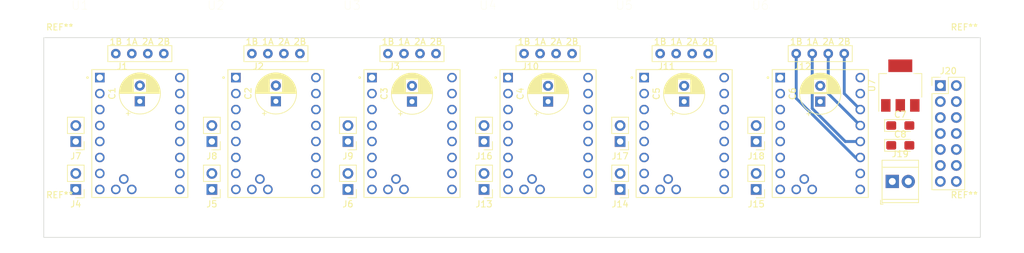
<source format=kicad_pcb>
(kicad_pcb (version 20171130) (host pcbnew "(5.1.8)-1")

  (general
    (thickness 1.6)
    (drawings 1)
    (tracks 10)
    (zones 0)
    (modules 39)
    (nets 89)
  )

  (page A4)
  (layers
    (0 F.Cu signal)
    (31 B.Cu signal)
    (32 B.Adhes user)
    (33 F.Adhes user)
    (34 B.Paste user)
    (35 F.Paste user)
    (36 B.SilkS user)
    (37 F.SilkS user)
    (38 B.Mask user)
    (39 F.Mask user)
    (40 Dwgs.User user)
    (41 Cmts.User user)
    (42 Eco1.User user)
    (43 Eco2.User user)
    (44 Edge.Cuts user)
    (45 Margin user)
    (46 B.CrtYd user)
    (47 F.CrtYd user)
    (48 B.Fab user)
    (49 F.Fab user)
  )

  (setup
    (last_trace_width 0.25)
    (trace_clearance 0.2)
    (zone_clearance 0.508)
    (zone_45_only no)
    (trace_min 0.2)
    (via_size 0.8)
    (via_drill 0.4)
    (via_min_size 0.4)
    (via_min_drill 0.3)
    (uvia_size 0.3)
    (uvia_drill 0.1)
    (uvias_allowed no)
    (uvia_min_size 0.2)
    (uvia_min_drill 0.1)
    (edge_width 0.1)
    (segment_width 0.2)
    (pcb_text_width 0.3)
    (pcb_text_size 1.5 1.5)
    (mod_edge_width 0.15)
    (mod_text_size 1 1)
    (mod_text_width 0.15)
    (pad_size 1.524 1.524)
    (pad_drill 0.762)
    (pad_to_mask_clearance 0)
    (aux_axis_origin 0 0)
    (visible_elements 7FFFF7FF)
    (pcbplotparams
      (layerselection 0x010fc_ffffffff)
      (usegerberextensions false)
      (usegerberattributes true)
      (usegerberadvancedattributes true)
      (creategerberjobfile true)
      (excludeedgelayer true)
      (linewidth 0.100000)
      (plotframeref false)
      (viasonmask false)
      (mode 1)
      (useauxorigin false)
      (hpglpennumber 1)
      (hpglpenspeed 20)
      (hpglpendiameter 15.000000)
      (psnegative false)
      (psa4output false)
      (plotreference true)
      (plotvalue true)
      (plotinvisibletext false)
      (padsonsilk false)
      (subtractmaskfromsilk false)
      (outputformat 1)
      (mirror false)
      (drillshape 1)
      (scaleselection 1)
      (outputdirectory ""))
  )

  (net 0 "")
  (net 1 "Net-(U1-PadJP3_1)")
  (net 2 "Net-(U1-PadJP4_1)")
  (net 3 "Net-(U1-PadJP5_1)")
  (net 4 DIR_1)
  (net 5 STEP_1)
  (net 6 "Net-(U1-PadJP1_3)")
  (net 7 "Net-(U1-PadJP1_4)")
  (net 8 "Net-(U1-PadJP1_5)")
  (net 9 "Net-(J2-Pad2)")
  (net 10 "Net-(J1-Pad2)")
  (net 11 Enable)
  (net 12 GND)
  (net 13 "Net-(J3-Pad2)")
  (net 14 "Net-(J3-Pad1)")
  (net 15 "Net-(J3-Pad3)")
  (net 16 "Net-(J3-Pad4)")
  (net 17 +12V)
  (net 18 "Net-(J1-Pad4)")
  (net 19 "Net-(J1-Pad3)")
  (net 20 "Net-(J1-Pad1)")
  (net 21 "Net-(J2-Pad4)")
  (net 22 "Net-(J2-Pad3)")
  (net 23 "Net-(J2-Pad1)")
  (net 24 "Net-(J4-Pad2)")
  (net 25 "Net-(J5-Pad2)")
  (net 26 "Net-(J6-Pad2)")
  (net 27 "Net-(J7-Pad2)")
  (net 28 "Net-(J8-Pad2)")
  (net 29 "Net-(J9-Pad2)")
  (net 30 "Net-(J10-Pad4)")
  (net 31 "Net-(J10-Pad3)")
  (net 32 "Net-(J10-Pad2)")
  (net 33 "Net-(J10-Pad1)")
  (net 34 "Net-(J11-Pad4)")
  (net 35 "Net-(J11-Pad3)")
  (net 36 "Net-(J11-Pad2)")
  (net 37 "Net-(J11-Pad1)")
  (net 38 "Net-(J12-Pad4)")
  (net 39 "Net-(J12-Pad3)")
  (net 40 "Net-(J12-Pad2)")
  (net 41 "Net-(J12-Pad1)")
  (net 42 "Net-(J13-Pad2)")
  (net 43 "Net-(J14-Pad2)")
  (net 44 "Net-(J15-Pad2)")
  (net 45 "Net-(J16-Pad2)")
  (net 46 "Net-(J17-Pad2)")
  (net 47 "Net-(J18-Pad2)")
  (net 48 DIR_4)
  (net 49 STEP_4)
  (net 50 DIR_3)
  (net 51 STEP_3)
  (net 52 DIR_2)
  (net 53 STEP_2)
  (net 54 "Net-(U2-PadJP1_5)")
  (net 55 "Net-(U2-PadJP1_4)")
  (net 56 "Net-(U2-PadJP1_3)")
  (net 57 "Net-(U2-PadJP5_1)")
  (net 58 "Net-(U2-PadJP4_1)")
  (net 59 "Net-(U2-PadJP3_1)")
  (net 60 "Net-(U3-PadJP1_5)")
  (net 61 "Net-(U3-PadJP1_4)")
  (net 62 "Net-(U3-PadJP1_3)")
  (net 63 "Net-(U3-PadJP5_1)")
  (net 64 "Net-(U3-PadJP4_1)")
  (net 65 "Net-(U3-PadJP3_1)")
  (net 66 "Net-(U4-PadJP1_5)")
  (net 67 "Net-(U4-PadJP1_4)")
  (net 68 "Net-(U4-PadJP1_3)")
  (net 69 "Net-(U4-PadJP5_1)")
  (net 70 "Net-(U4-PadJP4_1)")
  (net 71 "Net-(U4-PadJP3_1)")
  (net 72 "Net-(U5-PadJP1_5)")
  (net 73 "Net-(U5-PadJP1_4)")
  (net 74 "Net-(U5-PadJP1_3)")
  (net 75 "Net-(U5-PadJP5_1)")
  (net 76 "Net-(U5-PadJP4_1)")
  (net 77 "Net-(U5-PadJP3_1)")
  (net 78 "Net-(U6-PadJP1_5)")
  (net 79 "Net-(U6-PadJP1_4)")
  (net 80 "Net-(U6-PadJP1_3)")
  (net 81 "Net-(U6-PadJP5_1)")
  (net 82 "Net-(U6-PadJP4_1)")
  (net 83 "Net-(U6-PadJP3_1)")
  (net 84 DIR_6)
  (net 85 STEP_6)
  (net 86 DIR_5)
  (net 87 STEP_5)
  (net 88 +3V3)

  (net_class Default "This is the default net class."
    (clearance 0.2)
    (trace_width 0.25)
    (via_dia 0.8)
    (via_drill 0.4)
    (uvia_dia 0.3)
    (uvia_drill 0.1)
    (add_net +12V)
    (add_net +3V3)
    (add_net DIR_1)
    (add_net DIR_2)
    (add_net DIR_3)
    (add_net DIR_4)
    (add_net DIR_5)
    (add_net DIR_6)
    (add_net Enable)
    (add_net GND)
    (add_net "Net-(J13-Pad2)")
    (add_net "Net-(J14-Pad2)")
    (add_net "Net-(J15-Pad2)")
    (add_net "Net-(J16-Pad2)")
    (add_net "Net-(J17-Pad2)")
    (add_net "Net-(J18-Pad2)")
    (add_net "Net-(J4-Pad2)")
    (add_net "Net-(J5-Pad2)")
    (add_net "Net-(J6-Pad2)")
    (add_net "Net-(J7-Pad2)")
    (add_net "Net-(J8-Pad2)")
    (add_net "Net-(J9-Pad2)")
    (add_net "Net-(U1-PadJP1_3)")
    (add_net "Net-(U1-PadJP1_4)")
    (add_net "Net-(U1-PadJP1_5)")
    (add_net "Net-(U1-PadJP3_1)")
    (add_net "Net-(U1-PadJP4_1)")
    (add_net "Net-(U1-PadJP5_1)")
    (add_net "Net-(U2-PadJP1_3)")
    (add_net "Net-(U2-PadJP1_4)")
    (add_net "Net-(U2-PadJP1_5)")
    (add_net "Net-(U2-PadJP3_1)")
    (add_net "Net-(U2-PadJP4_1)")
    (add_net "Net-(U2-PadJP5_1)")
    (add_net "Net-(U3-PadJP1_3)")
    (add_net "Net-(U3-PadJP1_4)")
    (add_net "Net-(U3-PadJP1_5)")
    (add_net "Net-(U3-PadJP3_1)")
    (add_net "Net-(U3-PadJP4_1)")
    (add_net "Net-(U3-PadJP5_1)")
    (add_net "Net-(U4-PadJP1_3)")
    (add_net "Net-(U4-PadJP1_4)")
    (add_net "Net-(U4-PadJP1_5)")
    (add_net "Net-(U4-PadJP3_1)")
    (add_net "Net-(U4-PadJP4_1)")
    (add_net "Net-(U4-PadJP5_1)")
    (add_net "Net-(U5-PadJP1_3)")
    (add_net "Net-(U5-PadJP1_4)")
    (add_net "Net-(U5-PadJP1_5)")
    (add_net "Net-(U5-PadJP3_1)")
    (add_net "Net-(U5-PadJP4_1)")
    (add_net "Net-(U5-PadJP5_1)")
    (add_net "Net-(U6-PadJP1_3)")
    (add_net "Net-(U6-PadJP1_4)")
    (add_net "Net-(U6-PadJP1_5)")
    (add_net "Net-(U6-PadJP3_1)")
    (add_net "Net-(U6-PadJP4_1)")
    (add_net "Net-(U6-PadJP5_1)")
    (add_net STEP_1)
    (add_net STEP_2)
    (add_net STEP_3)
    (add_net STEP_4)
    (add_net STEP_5)
    (add_net STEP_6)
  )

  (net_class "Motor Leads" ""
    (clearance 0.2)
    (trace_width 0.4572)
    (via_dia 0.8)
    (via_drill 0.4)
    (uvia_dia 0.3)
    (uvia_drill 0.1)
    (add_net "Net-(J1-Pad1)")
    (add_net "Net-(J1-Pad2)")
    (add_net "Net-(J1-Pad3)")
    (add_net "Net-(J1-Pad4)")
    (add_net "Net-(J10-Pad1)")
    (add_net "Net-(J10-Pad2)")
    (add_net "Net-(J10-Pad3)")
    (add_net "Net-(J10-Pad4)")
    (add_net "Net-(J11-Pad1)")
    (add_net "Net-(J11-Pad2)")
    (add_net "Net-(J11-Pad3)")
    (add_net "Net-(J11-Pad4)")
    (add_net "Net-(J12-Pad1)")
    (add_net "Net-(J12-Pad2)")
    (add_net "Net-(J12-Pad3)")
    (add_net "Net-(J12-Pad4)")
    (add_net "Net-(J2-Pad1)")
    (add_net "Net-(J2-Pad2)")
    (add_net "Net-(J2-Pad3)")
    (add_net "Net-(J2-Pad4)")
    (add_net "Net-(J3-Pad1)")
    (add_net "Net-(J3-Pad2)")
    (add_net "Net-(J3-Pad3)")
    (add_net "Net-(J3-Pad4)")
  )

  (module stepper-drivers:MODULE_TMC2208_SILENTSTEPSTICK (layer F.Cu) (tedit 601460C6) (tstamp 6014A03C)
    (at 77.47 63.5)
    (path /6013CE0E)
    (fp_text reference U1 (at -3.155 -11.489) (layer F.SilkS)
      (effects (font (size 1.4 1.4) (thickness 0.015)))
    )
    (fp_text value TMC2208_SILENTSTEPSTICK (at 19.07 11.411) (layer F.Fab)
      (effects (font (size 1.4 1.4) (thickness 0.015)))
    )
    (fp_circle (center -1.95 0) (end -1.85 0) (layer F.Fab) (width 0.2))
    (fp_circle (center -1.95 0) (end -1.85 0) (layer F.SilkS) (width 0.2))
    (fp_line (start 14.22 -1.52) (end 14.22 19.3) (layer F.CrtYd) (width 0.05))
    (fp_line (start -1.52 -1.52) (end 14.22 -1.52) (layer F.CrtYd) (width 0.05))
    (fp_line (start -1.52 19.3) (end 14.22 19.3) (layer F.CrtYd) (width 0.05))
    (fp_line (start -1.52 -1.52) (end -1.52 19.3) (layer F.CrtYd) (width 0.05))
    (fp_line (start -1.27 -1.27) (end -1.27 19.05) (layer F.Fab) (width 0.127))
    (fp_line (start 13.97 -1.27) (end -1.27 -1.27) (layer F.Fab) (width 0.127))
    (fp_line (start 13.97 19.05) (end 13.97 -1.27) (layer F.Fab) (width 0.127))
    (fp_line (start -1.27 19.05) (end 13.97 19.05) (layer F.Fab) (width 0.127))
    (fp_line (start -1.27 -1.27) (end -1.27 19.05) (layer F.SilkS) (width 0.127))
    (fp_line (start 13.97 -1.27) (end -1.27 -1.27) (layer F.SilkS) (width 0.127))
    (fp_line (start 13.97 19.05) (end 13.97 -1.27) (layer F.SilkS) (width 0.127))
    (fp_line (start -1.27 19.05) (end 13.97 19.05) (layer F.SilkS) (width 0.127))
    (pad JP2_8 thru_hole circle (at 12.7 0) (size 1.524 1.524) (drill 1.016) (layers *.Cu *.Mask)
      (net 12 GND))
    (pad JP2_7 thru_hole circle (at 12.7 2.54) (size 1.524 1.524) (drill 1.016) (layers *.Cu *.Mask)
      (net 88 +3V3))
    (pad JP2_6 thru_hole circle (at 12.7 5.08) (size 1.524 1.524) (drill 1.016) (layers *.Cu *.Mask)
      (net 18 "Net-(J1-Pad4)"))
    (pad JP2_5 thru_hole circle (at 12.7 7.62) (size 1.524 1.524) (drill 1.016) (layers *.Cu *.Mask)
      (net 19 "Net-(J1-Pad3)"))
    (pad JP2_4 thru_hole circle (at 12.7 10.16) (size 1.524 1.524) (drill 1.016) (layers *.Cu *.Mask)
      (net 10 "Net-(J1-Pad2)"))
    (pad JP2_3 thru_hole circle (at 12.7 12.7) (size 1.524 1.524) (drill 1.016) (layers *.Cu *.Mask)
      (net 20 "Net-(J1-Pad1)"))
    (pad JP2_2 thru_hole circle (at 12.7 15.24) (size 1.524 1.524) (drill 1.016) (layers *.Cu *.Mask)
      (net 12 GND))
    (pad JP2_1 thru_hole circle (at 12.7 17.78) (size 1.524 1.524) (drill 1.016) (layers *.Cu *.Mask)
      (net 17 +12V))
    (pad JP1_8 thru_hole circle (at 0 17.78) (size 1.524 1.524) (drill 1.016) (layers *.Cu *.Mask)
      (net 11 Enable))
    (pad JP1_7 thru_hole circle (at 0 15.24) (size 1.524 1.524) (drill 1.016) (layers *.Cu *.Mask)
      (net 24 "Net-(J4-Pad2)"))
    (pad JP1_6 thru_hole circle (at 0 12.7) (size 1.524 1.524) (drill 1.016) (layers *.Cu *.Mask)
      (net 27 "Net-(J7-Pad2)"))
    (pad JP1_5 thru_hole circle (at 0 10.16) (size 1.524 1.524) (drill 1.016) (layers *.Cu *.Mask)
      (net 8 "Net-(U1-PadJP1_5)"))
    (pad JP1_4 thru_hole circle (at 0 7.62) (size 1.524 1.524) (drill 1.016) (layers *.Cu *.Mask)
      (net 7 "Net-(U1-PadJP1_4)"))
    (pad JP1_3 thru_hole circle (at 0 5.08) (size 1.524 1.524) (drill 1.016) (layers *.Cu *.Mask)
      (net 6 "Net-(U1-PadJP1_3)"))
    (pad JP1_2 thru_hole circle (at 0 2.54) (size 1.524 1.524) (drill 1.016) (layers *.Cu *.Mask)
      (net 5 STEP_1))
    (pad JP1_1 thru_hole rect (at 0 0) (size 1.524 1.524) (drill 1.016) (layers *.Cu *.Mask)
      (net 4 DIR_1))
    (pad JP5_1 thru_hole circle (at 2.54 17.78) (size 1.524 1.524) (drill 1.016) (layers *.Cu *.Mask)
      (net 3 "Net-(U1-PadJP5_1)"))
    (pad JP4_1 thru_hole circle (at 5.08 17.78) (size 1.524 1.524) (drill 1.016) (layers *.Cu *.Mask)
      (net 2 "Net-(U1-PadJP4_1)"))
    (pad JP3_1 thru_hole circle (at 3.81 16.129) (size 1.524 1.524) (drill 1.016) (layers *.Cu *.Mask)
      (net 1 "Net-(U1-PadJP3_1)"))
  )

  (module stepper-drivers:MODULE_TMC2208_SILENTSTEPSTICK (layer F.Cu) (tedit 601460C6) (tstamp 6015F7D5)
    (at 185.42 63.5)
    (path /601AF987)
    (fp_text reference U6 (at -3.155 -11.489) (layer F.SilkS)
      (effects (font (size 1.4 1.4) (thickness 0.015)))
    )
    (fp_text value TMC2208_SILENTSTEPSTICK (at 19.05 13.97) (layer F.Fab)
      (effects (font (size 1.4 1.4) (thickness 0.015)))
    )
    (fp_circle (center -1.95 0) (end -1.85 0) (layer F.Fab) (width 0.2))
    (fp_circle (center -1.95 0) (end -1.85 0) (layer F.SilkS) (width 0.2))
    (fp_line (start 14.22 -1.52) (end 14.22 19.3) (layer F.CrtYd) (width 0.05))
    (fp_line (start -1.52 -1.52) (end 14.22 -1.52) (layer F.CrtYd) (width 0.05))
    (fp_line (start -1.52 19.3) (end 14.22 19.3) (layer F.CrtYd) (width 0.05))
    (fp_line (start -1.52 -1.52) (end -1.52 19.3) (layer F.CrtYd) (width 0.05))
    (fp_line (start -1.27 -1.27) (end -1.27 19.05) (layer F.Fab) (width 0.127))
    (fp_line (start 13.97 -1.27) (end -1.27 -1.27) (layer F.Fab) (width 0.127))
    (fp_line (start 13.97 19.05) (end 13.97 -1.27) (layer F.Fab) (width 0.127))
    (fp_line (start -1.27 19.05) (end 13.97 19.05) (layer F.Fab) (width 0.127))
    (fp_line (start -1.27 -1.27) (end -1.27 19.05) (layer F.SilkS) (width 0.127))
    (fp_line (start 13.97 -1.27) (end -1.27 -1.27) (layer F.SilkS) (width 0.127))
    (fp_line (start 13.97 19.05) (end 13.97 -1.27) (layer F.SilkS) (width 0.127))
    (fp_line (start -1.27 19.05) (end 13.97 19.05) (layer F.SilkS) (width 0.127))
    (pad JP2_8 thru_hole circle (at 12.7 0) (size 1.524 1.524) (drill 1.016) (layers *.Cu *.Mask)
      (net 12 GND))
    (pad JP2_7 thru_hole circle (at 12.7 2.54) (size 1.524 1.524) (drill 1.016) (layers *.Cu *.Mask)
      (net 88 +3V3))
    (pad JP2_6 thru_hole circle (at 12.7 5.08) (size 1.524 1.524) (drill 1.016) (layers *.Cu *.Mask)
      (net 38 "Net-(J12-Pad4)"))
    (pad JP2_5 thru_hole circle (at 12.7 7.62) (size 1.524 1.524) (drill 1.016) (layers *.Cu *.Mask)
      (net 39 "Net-(J12-Pad3)"))
    (pad JP2_4 thru_hole circle (at 12.7 10.16) (size 1.524 1.524) (drill 1.016) (layers *.Cu *.Mask)
      (net 40 "Net-(J12-Pad2)"))
    (pad JP2_3 thru_hole circle (at 12.7 12.7) (size 1.524 1.524) (drill 1.016) (layers *.Cu *.Mask)
      (net 41 "Net-(J12-Pad1)"))
    (pad JP2_2 thru_hole circle (at 12.7 15.24) (size 1.524 1.524) (drill 1.016) (layers *.Cu *.Mask)
      (net 12 GND))
    (pad JP2_1 thru_hole circle (at 12.7 17.78) (size 1.524 1.524) (drill 1.016) (layers *.Cu *.Mask)
      (net 17 +12V))
    (pad JP1_8 thru_hole circle (at 0 17.78) (size 1.524 1.524) (drill 1.016) (layers *.Cu *.Mask)
      (net 11 Enable))
    (pad JP1_7 thru_hole circle (at 0 15.24) (size 1.524 1.524) (drill 1.016) (layers *.Cu *.Mask)
      (net 44 "Net-(J15-Pad2)"))
    (pad JP1_6 thru_hole circle (at 0 12.7) (size 1.524 1.524) (drill 1.016) (layers *.Cu *.Mask)
      (net 47 "Net-(J18-Pad2)"))
    (pad JP1_5 thru_hole circle (at 0 10.16) (size 1.524 1.524) (drill 1.016) (layers *.Cu *.Mask)
      (net 78 "Net-(U6-PadJP1_5)"))
    (pad JP1_4 thru_hole circle (at 0 7.62) (size 1.524 1.524) (drill 1.016) (layers *.Cu *.Mask)
      (net 79 "Net-(U6-PadJP1_4)"))
    (pad JP1_3 thru_hole circle (at 0 5.08) (size 1.524 1.524) (drill 1.016) (layers *.Cu *.Mask)
      (net 80 "Net-(U6-PadJP1_3)"))
    (pad JP1_2 thru_hole circle (at 0 2.54) (size 1.524 1.524) (drill 1.016) (layers *.Cu *.Mask)
      (net 85 STEP_6))
    (pad JP1_1 thru_hole rect (at 0 0) (size 1.524 1.524) (drill 1.016) (layers *.Cu *.Mask)
      (net 84 DIR_6))
    (pad JP5_1 thru_hole circle (at 2.54 17.78) (size 1.524 1.524) (drill 1.016) (layers *.Cu *.Mask)
      (net 81 "Net-(U6-PadJP5_1)"))
    (pad JP4_1 thru_hole circle (at 5.08 17.78) (size 1.524 1.524) (drill 1.016) (layers *.Cu *.Mask)
      (net 82 "Net-(U6-PadJP4_1)"))
    (pad JP3_1 thru_hole circle (at 3.81 16.129) (size 1.524 1.524) (drill 1.016) (layers *.Cu *.Mask)
      (net 83 "Net-(U6-PadJP3_1)"))
  )

  (module Package_TO_SOT_SMD:SOT-223-3_TabPin2 (layer F.Cu) (tedit 5A02FF57) (tstamp 6015ED21)
    (at 204.47 64.77 90)
    (descr "module CMS SOT223 4 pins")
    (tags "CMS SOT")
    (path /603B9EFB)
    (attr smd)
    (fp_text reference U7 (at 0 -4.5 90) (layer F.SilkS)
      (effects (font (size 1 1) (thickness 0.15)))
    )
    (fp_text value NCP1117-3.3_SOT223 (at 0 4.5 90) (layer F.Fab)
      (effects (font (size 1 1) (thickness 0.15)))
    )
    (fp_text user %R (at 0 0) (layer F.Fab)
      (effects (font (size 0.8 0.8) (thickness 0.12)))
    )
    (fp_line (start 1.91 3.41) (end 1.91 2.15) (layer F.SilkS) (width 0.12))
    (fp_line (start 1.91 -3.41) (end 1.91 -2.15) (layer F.SilkS) (width 0.12))
    (fp_line (start 4.4 -3.6) (end -4.4 -3.6) (layer F.CrtYd) (width 0.05))
    (fp_line (start 4.4 3.6) (end 4.4 -3.6) (layer F.CrtYd) (width 0.05))
    (fp_line (start -4.4 3.6) (end 4.4 3.6) (layer F.CrtYd) (width 0.05))
    (fp_line (start -4.4 -3.6) (end -4.4 3.6) (layer F.CrtYd) (width 0.05))
    (fp_line (start -1.85 -2.35) (end -0.85 -3.35) (layer F.Fab) (width 0.1))
    (fp_line (start -1.85 -2.35) (end -1.85 3.35) (layer F.Fab) (width 0.1))
    (fp_line (start -1.85 3.41) (end 1.91 3.41) (layer F.SilkS) (width 0.12))
    (fp_line (start -0.85 -3.35) (end 1.85 -3.35) (layer F.Fab) (width 0.1))
    (fp_line (start -4.1 -3.41) (end 1.91 -3.41) (layer F.SilkS) (width 0.12))
    (fp_line (start -1.85 3.35) (end 1.85 3.35) (layer F.Fab) (width 0.1))
    (fp_line (start 1.85 -3.35) (end 1.85 3.35) (layer F.Fab) (width 0.1))
    (pad 1 smd rect (at -3.15 -2.3 90) (size 2 1.5) (layers F.Cu F.Paste F.Mask)
      (net 12 GND))
    (pad 3 smd rect (at -3.15 2.3 90) (size 2 1.5) (layers F.Cu F.Paste F.Mask)
      (net 17 +12V))
    (pad 2 smd rect (at -3.15 0 90) (size 2 1.5) (layers F.Cu F.Paste F.Mask)
      (net 88 +3V3))
    (pad 2 smd rect (at 3.15 0 90) (size 2 3.8) (layers F.Cu F.Paste F.Mask)
      (net 88 +3V3))
    (model ${KISYS3DMOD}/Package_TO_SOT_SMD.3dshapes/SOT-223.wrl
      (at (xyz 0 0 0))
      (scale (xyz 1 1 1))
      (rotate (xyz 0 0 0))
    )
  )

  (module Capacitor_Tantalum_SMD:CP_EIA-3216-12_Kemet-S_Pad1.58x1.35mm_HandSolder (layer F.Cu) (tedit 5EBA9318) (tstamp 6015E82B)
    (at 204.47 74.27)
    (descr "Tantalum Capacitor SMD Kemet-S (3216-12 Metric), IPC_7351 nominal, (Body size from: http://www.kemet.com/Lists/ProductCatalog/Attachments/253/KEM_TC101_STD.pdf), generated with kicad-footprint-generator")
    (tags "capacitor tantalum")
    (path /604EC152)
    (attr smd)
    (fp_text reference C8 (at 0 -1.75) (layer F.SilkS)
      (effects (font (size 1 1) (thickness 0.15)))
    )
    (fp_text value 10uF (at 0 1.75) (layer F.Fab)
      (effects (font (size 1 1) (thickness 0.15)))
    )
    (fp_text user %R (at 0 0) (layer F.Fab)
      (effects (font (size 0.8 0.8) (thickness 0.12)))
    )
    (fp_line (start 1.6 -0.8) (end -1.2 -0.8) (layer F.Fab) (width 0.1))
    (fp_line (start -1.2 -0.8) (end -1.6 -0.4) (layer F.Fab) (width 0.1))
    (fp_line (start -1.6 -0.4) (end -1.6 0.8) (layer F.Fab) (width 0.1))
    (fp_line (start -1.6 0.8) (end 1.6 0.8) (layer F.Fab) (width 0.1))
    (fp_line (start 1.6 0.8) (end 1.6 -0.8) (layer F.Fab) (width 0.1))
    (fp_line (start 1.6 -0.935) (end -2.485 -0.935) (layer F.SilkS) (width 0.12))
    (fp_line (start -2.485 -0.935) (end -2.485 0.935) (layer F.SilkS) (width 0.12))
    (fp_line (start -2.485 0.935) (end 1.6 0.935) (layer F.SilkS) (width 0.12))
    (fp_line (start -2.48 1.05) (end -2.48 -1.05) (layer F.CrtYd) (width 0.05))
    (fp_line (start -2.48 -1.05) (end 2.48 -1.05) (layer F.CrtYd) (width 0.05))
    (fp_line (start 2.48 -1.05) (end 2.48 1.05) (layer F.CrtYd) (width 0.05))
    (fp_line (start 2.48 1.05) (end -2.48 1.05) (layer F.CrtYd) (width 0.05))
    (pad 2 smd roundrect (at 1.4375 0) (size 1.575 1.35) (layers F.Cu F.Paste F.Mask) (roundrect_rratio 0.185185)
      (net 12 GND))
    (pad 1 smd roundrect (at -1.4375 0) (size 1.575 1.35) (layers F.Cu F.Paste F.Mask) (roundrect_rratio 0.185185)
      (net 88 +3V3))
    (model ${KISYS3DMOD}/Capacitor_Tantalum_SMD.3dshapes/CP_EIA-3216-12_Kemet-S.wrl
      (at (xyz 0 0 0))
      (scale (xyz 1 1 1))
      (rotate (xyz 0 0 0))
    )
  )

  (module Capacitor_Tantalum_SMD:CP_EIA-3216-12_Kemet-S_Pad1.58x1.35mm_HandSolder (layer F.Cu) (tedit 5EBA9318) (tstamp 6015E818)
    (at 204.47 71.12)
    (descr "Tantalum Capacitor SMD Kemet-S (3216-12 Metric), IPC_7351 nominal, (Body size from: http://www.kemet.com/Lists/ProductCatalog/Attachments/253/KEM_TC101_STD.pdf), generated with kicad-footprint-generator")
    (tags "capacitor tantalum")
    (path /6048C80B)
    (attr smd)
    (fp_text reference C7 (at 0 -1.75) (layer F.SilkS)
      (effects (font (size 1 1) (thickness 0.15)))
    )
    (fp_text value 10uF (at 0 1.75) (layer F.Fab)
      (effects (font (size 1 1) (thickness 0.15)))
    )
    (fp_text user %R (at 0 0) (layer F.Fab)
      (effects (font (size 0.8 0.8) (thickness 0.12)))
    )
    (fp_line (start 1.6 -0.8) (end -1.2 -0.8) (layer F.Fab) (width 0.1))
    (fp_line (start -1.2 -0.8) (end -1.6 -0.4) (layer F.Fab) (width 0.1))
    (fp_line (start -1.6 -0.4) (end -1.6 0.8) (layer F.Fab) (width 0.1))
    (fp_line (start -1.6 0.8) (end 1.6 0.8) (layer F.Fab) (width 0.1))
    (fp_line (start 1.6 0.8) (end 1.6 -0.8) (layer F.Fab) (width 0.1))
    (fp_line (start 1.6 -0.935) (end -2.485 -0.935) (layer F.SilkS) (width 0.12))
    (fp_line (start -2.485 -0.935) (end -2.485 0.935) (layer F.SilkS) (width 0.12))
    (fp_line (start -2.485 0.935) (end 1.6 0.935) (layer F.SilkS) (width 0.12))
    (fp_line (start -2.48 1.05) (end -2.48 -1.05) (layer F.CrtYd) (width 0.05))
    (fp_line (start -2.48 -1.05) (end 2.48 -1.05) (layer F.CrtYd) (width 0.05))
    (fp_line (start 2.48 -1.05) (end 2.48 1.05) (layer F.CrtYd) (width 0.05))
    (fp_line (start 2.48 1.05) (end -2.48 1.05) (layer F.CrtYd) (width 0.05))
    (pad 2 smd roundrect (at 1.4375 0) (size 1.575 1.35) (layers F.Cu F.Paste F.Mask) (roundrect_rratio 0.185185)
      (net 12 GND))
    (pad 1 smd roundrect (at -1.4375 0) (size 1.575 1.35) (layers F.Cu F.Paste F.Mask) (roundrect_rratio 0.185185)
      (net 17 +12V))
    (model ${KISYS3DMOD}/Capacitor_Tantalum_SMD.3dshapes/CP_EIA-3216-12_Kemet-S.wrl
      (at (xyz 0 0 0))
      (scale (xyz 1 1 1))
      (rotate (xyz 0 0 0))
    )
  )

  (module MountingHole:MountingHole_3.2mm_M3 (layer F.Cu) (tedit 56D1B4CB) (tstamp 6015CE2B)
    (at 214.63 59.69)
    (descr "Mounting Hole 3.2mm, no annular, M3")
    (tags "mounting hole 3.2mm no annular m3")
    (attr virtual)
    (fp_text reference REF** (at 0 -4.2) (layer F.SilkS)
      (effects (font (size 1 1) (thickness 0.15)))
    )
    (fp_text value MountingHole_3.2mm_M3 (at 0 4.2) (layer F.Fab)
      (effects (font (size 1 1) (thickness 0.15)))
    )
    (fp_circle (center 0 0) (end 3.2 0) (layer Cmts.User) (width 0.15))
    (fp_circle (center 0 0) (end 3.45 0) (layer F.CrtYd) (width 0.05))
    (fp_text user %R (at 0.3 0) (layer F.Fab)
      (effects (font (size 1 1) (thickness 0.15)))
    )
    (pad 1 np_thru_hole circle (at 0 0) (size 3.2 3.2) (drill 3.2) (layers *.Cu *.Mask))
  )

  (module MountingHole:MountingHole_3.2mm_M3 (layer F.Cu) (tedit 56D1B4CB) (tstamp 6015CE2B)
    (at 214.63 86.36)
    (descr "Mounting Hole 3.2mm, no annular, M3")
    (tags "mounting hole 3.2mm no annular m3")
    (attr virtual)
    (fp_text reference REF** (at 0 -4.2) (layer F.SilkS)
      (effects (font (size 1 1) (thickness 0.15)))
    )
    (fp_text value MountingHole_3.2mm_M3 (at 0 4.2) (layer F.Fab)
      (effects (font (size 1 1) (thickness 0.15)))
    )
    (fp_circle (center 0 0) (end 3.2 0) (layer Cmts.User) (width 0.15))
    (fp_circle (center 0 0) (end 3.45 0) (layer F.CrtYd) (width 0.05))
    (fp_text user %R (at 0.3 0) (layer F.Fab)
      (effects (font (size 1 1) (thickness 0.15)))
    )
    (pad 1 np_thru_hole circle (at 0 0) (size 3.2 3.2) (drill 3.2) (layers *.Cu *.Mask))
  )

  (module MountingHole:MountingHole_3.2mm_M3 (layer F.Cu) (tedit 56D1B4CB) (tstamp 6015CE2B)
    (at 71.12 86.36)
    (descr "Mounting Hole 3.2mm, no annular, M3")
    (tags "mounting hole 3.2mm no annular m3")
    (attr virtual)
    (fp_text reference REF** (at 0 -4.2) (layer F.SilkS)
      (effects (font (size 1 1) (thickness 0.15)))
    )
    (fp_text value MountingHole_3.2mm_M3 (at 0 4.2) (layer F.Fab)
      (effects (font (size 1 1) (thickness 0.15)))
    )
    (fp_circle (center 0 0) (end 3.2 0) (layer Cmts.User) (width 0.15))
    (fp_circle (center 0 0) (end 3.45 0) (layer F.CrtYd) (width 0.05))
    (fp_text user %R (at 0.3 0) (layer F.Fab)
      (effects (font (size 1 1) (thickness 0.15)))
    )
    (pad 1 np_thru_hole circle (at 0 0) (size 3.2 3.2) (drill 3.2) (layers *.Cu *.Mask))
  )

  (module MountingHole:MountingHole_3.2mm_M3 (layer F.Cu) (tedit 56D1B4CB) (tstamp 6015CDF1)
    (at 71.12 59.69)
    (descr "Mounting Hole 3.2mm, no annular, M3")
    (tags "mounting hole 3.2mm no annular m3")
    (attr virtual)
    (fp_text reference REF** (at 0 -4.2) (layer F.SilkS)
      (effects (font (size 1 1) (thickness 0.15)))
    )
    (fp_text value MountingHole_3.2mm_M3 (at 0 4.2) (layer F.Fab)
      (effects (font (size 1 1) (thickness 0.15)))
    )
    (fp_text user %R (at 0.3 0) (layer F.Fab)
      (effects (font (size 1 1) (thickness 0.15)))
    )
    (fp_circle (center 0 0) (end 3.2 0) (layer Cmts.User) (width 0.15))
    (fp_circle (center 0 0) (end 3.45 0) (layer F.CrtYd) (width 0.05))
    (pad 1 np_thru_hole circle (at 0 0) (size 3.2 3.2) (drill 3.2) (layers *.Cu *.Mask))
  )

  (module Connector_PinHeader_2.54mm:PinHeader_2x07_P2.54mm_Vertical (layer F.Cu) (tedit 59FED5CC) (tstamp 6015B16A)
    (at 210.82 64.77)
    (descr "Through hole straight pin header, 2x07, 2.54mm pitch, double rows")
    (tags "Through hole pin header THT 2x07 2.54mm double row")
    (path /6039D6D6)
    (fp_text reference J20 (at 1.27 -2.33) (layer F.SilkS)
      (effects (font (size 1 1) (thickness 0.15)))
    )
    (fp_text value Conn_02x07_Odd_Even (at 1.27 17.57) (layer F.Fab)
      (effects (font (size 1 1) (thickness 0.15)))
    )
    (fp_text user %R (at 1.27 7.62 90) (layer F.Fab)
      (effects (font (size 1 1) (thickness 0.15)))
    )
    (fp_line (start 0 -1.27) (end 3.81 -1.27) (layer F.Fab) (width 0.1))
    (fp_line (start 3.81 -1.27) (end 3.81 16.51) (layer F.Fab) (width 0.1))
    (fp_line (start 3.81 16.51) (end -1.27 16.51) (layer F.Fab) (width 0.1))
    (fp_line (start -1.27 16.51) (end -1.27 0) (layer F.Fab) (width 0.1))
    (fp_line (start -1.27 0) (end 0 -1.27) (layer F.Fab) (width 0.1))
    (fp_line (start -1.33 16.57) (end 3.87 16.57) (layer F.SilkS) (width 0.12))
    (fp_line (start -1.33 1.27) (end -1.33 16.57) (layer F.SilkS) (width 0.12))
    (fp_line (start 3.87 -1.33) (end 3.87 16.57) (layer F.SilkS) (width 0.12))
    (fp_line (start -1.33 1.27) (end 1.27 1.27) (layer F.SilkS) (width 0.12))
    (fp_line (start 1.27 1.27) (end 1.27 -1.33) (layer F.SilkS) (width 0.12))
    (fp_line (start 1.27 -1.33) (end 3.87 -1.33) (layer F.SilkS) (width 0.12))
    (fp_line (start -1.33 0) (end -1.33 -1.33) (layer F.SilkS) (width 0.12))
    (fp_line (start -1.33 -1.33) (end 0 -1.33) (layer F.SilkS) (width 0.12))
    (fp_line (start -1.8 -1.8) (end -1.8 17.05) (layer F.CrtYd) (width 0.05))
    (fp_line (start -1.8 17.05) (end 4.35 17.05) (layer F.CrtYd) (width 0.05))
    (fp_line (start 4.35 17.05) (end 4.35 -1.8) (layer F.CrtYd) (width 0.05))
    (fp_line (start 4.35 -1.8) (end -1.8 -1.8) (layer F.CrtYd) (width 0.05))
    (pad 14 thru_hole oval (at 2.54 15.24) (size 1.7 1.7) (drill 1) (layers *.Cu *.Mask)
      (net 12 GND))
    (pad 13 thru_hole oval (at 0 15.24) (size 1.7 1.7) (drill 1) (layers *.Cu *.Mask)
      (net 84 DIR_6))
    (pad 12 thru_hole oval (at 2.54 12.7) (size 1.7 1.7) (drill 1) (layers *.Cu *.Mask)
      (net 85 STEP_6))
    (pad 11 thru_hole oval (at 0 12.7) (size 1.7 1.7) (drill 1) (layers *.Cu *.Mask)
      (net 86 DIR_5))
    (pad 10 thru_hole oval (at 2.54 10.16) (size 1.7 1.7) (drill 1) (layers *.Cu *.Mask)
      (net 87 STEP_5))
    (pad 9 thru_hole oval (at 0 10.16) (size 1.7 1.7) (drill 1) (layers *.Cu *.Mask)
      (net 48 DIR_4))
    (pad 8 thru_hole oval (at 2.54 7.62) (size 1.7 1.7) (drill 1) (layers *.Cu *.Mask)
      (net 49 STEP_4))
    (pad 7 thru_hole oval (at 0 7.62) (size 1.7 1.7) (drill 1) (layers *.Cu *.Mask)
      (net 50 DIR_3))
    (pad 6 thru_hole oval (at 2.54 5.08) (size 1.7 1.7) (drill 1) (layers *.Cu *.Mask)
      (net 51 STEP_3))
    (pad 5 thru_hole oval (at 0 5.08) (size 1.7 1.7) (drill 1) (layers *.Cu *.Mask)
      (net 52 DIR_2))
    (pad 4 thru_hole oval (at 2.54 2.54) (size 1.7 1.7) (drill 1) (layers *.Cu *.Mask)
      (net 53 STEP_2))
    (pad 3 thru_hole oval (at 0 2.54) (size 1.7 1.7) (drill 1) (layers *.Cu *.Mask)
      (net 4 DIR_1))
    (pad 2 thru_hole oval (at 2.54 0) (size 1.7 1.7) (drill 1) (layers *.Cu *.Mask)
      (net 5 STEP_1))
    (pad 1 thru_hole rect (at 0 0) (size 1.7 1.7) (drill 1) (layers *.Cu *.Mask)
      (net 11 Enable))
    (model ${KISYS3DMOD}/Connector_PinHeader_2.54mm.3dshapes/PinHeader_2x07_P2.54mm_Vertical.wrl
      (at (xyz 0 0 0))
      (scale (xyz 1 1 1))
      (rotate (xyz 0 0 0))
    )
  )

  (module stepper-drivers:MODULE_TMC2208_SILENTSTEPSTICK (layer F.Cu) (tedit 601460C6) (tstamp 6015621F)
    (at 163.83 63.5)
    (path /601B9DFC)
    (fp_text reference U5 (at -3.155 -11.489) (layer F.SilkS)
      (effects (font (size 1.4 1.4) (thickness 0.015)))
    )
    (fp_text value TMC2208_SILENTSTEPSTICK (at 6.35 21.59) (layer F.Fab) hide
      (effects (font (size 1.4 1.4) (thickness 0.015)))
    )
    (fp_circle (center -1.95 0) (end -1.85 0) (layer F.Fab) (width 0.2))
    (fp_circle (center -1.95 0) (end -1.85 0) (layer F.SilkS) (width 0.2))
    (fp_line (start 14.22 -1.52) (end 14.22 19.3) (layer F.CrtYd) (width 0.05))
    (fp_line (start -1.52 -1.52) (end 14.22 -1.52) (layer F.CrtYd) (width 0.05))
    (fp_line (start -1.52 19.3) (end 14.22 19.3) (layer F.CrtYd) (width 0.05))
    (fp_line (start -1.52 -1.52) (end -1.52 19.3) (layer F.CrtYd) (width 0.05))
    (fp_line (start -1.27 -1.27) (end -1.27 19.05) (layer F.Fab) (width 0.127))
    (fp_line (start 13.97 -1.27) (end -1.27 -1.27) (layer F.Fab) (width 0.127))
    (fp_line (start 13.97 19.05) (end 13.97 -1.27) (layer F.Fab) (width 0.127))
    (fp_line (start -1.27 19.05) (end 13.97 19.05) (layer F.Fab) (width 0.127))
    (fp_line (start -1.27 -1.27) (end -1.27 19.05) (layer F.SilkS) (width 0.127))
    (fp_line (start 13.97 -1.27) (end -1.27 -1.27) (layer F.SilkS) (width 0.127))
    (fp_line (start 13.97 19.05) (end 13.97 -1.27) (layer F.SilkS) (width 0.127))
    (fp_line (start -1.27 19.05) (end 13.97 19.05) (layer F.SilkS) (width 0.127))
    (pad JP2_8 thru_hole circle (at 12.7 0) (size 1.524 1.524) (drill 1.016) (layers *.Cu *.Mask)
      (net 12 GND))
    (pad JP2_7 thru_hole circle (at 12.7 2.54) (size 1.524 1.524) (drill 1.016) (layers *.Cu *.Mask)
      (net 88 +3V3))
    (pad JP2_6 thru_hole circle (at 12.7 5.08) (size 1.524 1.524) (drill 1.016) (layers *.Cu *.Mask)
      (net 34 "Net-(J11-Pad4)"))
    (pad JP2_5 thru_hole circle (at 12.7 7.62) (size 1.524 1.524) (drill 1.016) (layers *.Cu *.Mask)
      (net 35 "Net-(J11-Pad3)"))
    (pad JP2_4 thru_hole circle (at 12.7 10.16) (size 1.524 1.524) (drill 1.016) (layers *.Cu *.Mask)
      (net 36 "Net-(J11-Pad2)"))
    (pad JP2_3 thru_hole circle (at 12.7 12.7) (size 1.524 1.524) (drill 1.016) (layers *.Cu *.Mask)
      (net 37 "Net-(J11-Pad1)"))
    (pad JP2_2 thru_hole circle (at 12.7 15.24) (size 1.524 1.524) (drill 1.016) (layers *.Cu *.Mask)
      (net 12 GND))
    (pad JP2_1 thru_hole circle (at 12.7 17.78) (size 1.524 1.524) (drill 1.016) (layers *.Cu *.Mask)
      (net 17 +12V))
    (pad JP1_8 thru_hole circle (at 0 17.78) (size 1.524 1.524) (drill 1.016) (layers *.Cu *.Mask)
      (net 11 Enable))
    (pad JP1_7 thru_hole circle (at 0 15.24) (size 1.524 1.524) (drill 1.016) (layers *.Cu *.Mask)
      (net 43 "Net-(J14-Pad2)"))
    (pad JP1_6 thru_hole circle (at 0 12.7) (size 1.524 1.524) (drill 1.016) (layers *.Cu *.Mask)
      (net 46 "Net-(J17-Pad2)"))
    (pad JP1_5 thru_hole circle (at 0 10.16) (size 1.524 1.524) (drill 1.016) (layers *.Cu *.Mask)
      (net 72 "Net-(U5-PadJP1_5)"))
    (pad JP1_4 thru_hole circle (at 0 7.62) (size 1.524 1.524) (drill 1.016) (layers *.Cu *.Mask)
      (net 73 "Net-(U5-PadJP1_4)"))
    (pad JP1_3 thru_hole circle (at 0 5.08) (size 1.524 1.524) (drill 1.016) (layers *.Cu *.Mask)
      (net 74 "Net-(U5-PadJP1_3)"))
    (pad JP1_2 thru_hole circle (at 0 2.54) (size 1.524 1.524) (drill 1.016) (layers *.Cu *.Mask)
      (net 87 STEP_5))
    (pad JP1_1 thru_hole rect (at 0 0) (size 1.524 1.524) (drill 1.016) (layers *.Cu *.Mask)
      (net 86 DIR_5))
    (pad JP5_1 thru_hole circle (at 2.54 17.78) (size 1.524 1.524) (drill 1.016) (layers *.Cu *.Mask)
      (net 75 "Net-(U5-PadJP5_1)"))
    (pad JP4_1 thru_hole circle (at 5.08 17.78) (size 1.524 1.524) (drill 1.016) (layers *.Cu *.Mask)
      (net 76 "Net-(U5-PadJP4_1)"))
    (pad JP3_1 thru_hole circle (at 3.81 16.129) (size 1.524 1.524) (drill 1.016) (layers *.Cu *.Mask)
      (net 77 "Net-(U5-PadJP3_1)"))
  )

  (module stepper-drivers:MODULE_TMC2208_SILENTSTEPSTICK (layer F.Cu) (tedit 601460C6) (tstamp 601561FA)
    (at 142.24 63.5)
    (path /601CC40F)
    (fp_text reference U4 (at -3.155 -11.489) (layer F.SilkS)
      (effects (font (size 1.4 1.4) (thickness 0.015)))
    )
    (fp_text value TMC2208_SILENTSTEPSTICK (at 19.07 11.411) (layer F.Fab)
      (effects (font (size 1.4 1.4) (thickness 0.015)))
    )
    (fp_circle (center -1.95 0) (end -1.85 0) (layer F.Fab) (width 0.2))
    (fp_circle (center -1.95 0) (end -1.85 0) (layer F.SilkS) (width 0.2))
    (fp_line (start 14.22 -1.52) (end 14.22 19.3) (layer F.CrtYd) (width 0.05))
    (fp_line (start -1.52 -1.52) (end 14.22 -1.52) (layer F.CrtYd) (width 0.05))
    (fp_line (start -1.52 19.3) (end 14.22 19.3) (layer F.CrtYd) (width 0.05))
    (fp_line (start -1.52 -1.52) (end -1.52 19.3) (layer F.CrtYd) (width 0.05))
    (fp_line (start -1.27 -1.27) (end -1.27 19.05) (layer F.Fab) (width 0.127))
    (fp_line (start 13.97 -1.27) (end -1.27 -1.27) (layer F.Fab) (width 0.127))
    (fp_line (start 13.97 19.05) (end 13.97 -1.27) (layer F.Fab) (width 0.127))
    (fp_line (start -1.27 19.05) (end 13.97 19.05) (layer F.Fab) (width 0.127))
    (fp_line (start -1.27 -1.27) (end -1.27 19.05) (layer F.SilkS) (width 0.127))
    (fp_line (start 13.97 -1.27) (end -1.27 -1.27) (layer F.SilkS) (width 0.127))
    (fp_line (start 13.97 19.05) (end 13.97 -1.27) (layer F.SilkS) (width 0.127))
    (fp_line (start -1.27 19.05) (end 13.97 19.05) (layer F.SilkS) (width 0.127))
    (pad JP2_8 thru_hole circle (at 12.7 0) (size 1.524 1.524) (drill 1.016) (layers *.Cu *.Mask)
      (net 12 GND))
    (pad JP2_7 thru_hole circle (at 12.7 2.54) (size 1.524 1.524) (drill 1.016) (layers *.Cu *.Mask)
      (net 88 +3V3))
    (pad JP2_6 thru_hole circle (at 12.7 5.08) (size 1.524 1.524) (drill 1.016) (layers *.Cu *.Mask)
      (net 30 "Net-(J10-Pad4)"))
    (pad JP2_5 thru_hole circle (at 12.7 7.62) (size 1.524 1.524) (drill 1.016) (layers *.Cu *.Mask)
      (net 31 "Net-(J10-Pad3)"))
    (pad JP2_4 thru_hole circle (at 12.7 10.16) (size 1.524 1.524) (drill 1.016) (layers *.Cu *.Mask)
      (net 32 "Net-(J10-Pad2)"))
    (pad JP2_3 thru_hole circle (at 12.7 12.7) (size 1.524 1.524) (drill 1.016) (layers *.Cu *.Mask)
      (net 33 "Net-(J10-Pad1)"))
    (pad JP2_2 thru_hole circle (at 12.7 15.24) (size 1.524 1.524) (drill 1.016) (layers *.Cu *.Mask)
      (net 12 GND))
    (pad JP2_1 thru_hole circle (at 12.7 17.78) (size 1.524 1.524) (drill 1.016) (layers *.Cu *.Mask)
      (net 17 +12V))
    (pad JP1_8 thru_hole circle (at 0 17.78) (size 1.524 1.524) (drill 1.016) (layers *.Cu *.Mask)
      (net 11 Enable))
    (pad JP1_7 thru_hole circle (at 0 15.24) (size 1.524 1.524) (drill 1.016) (layers *.Cu *.Mask)
      (net 42 "Net-(J13-Pad2)"))
    (pad JP1_6 thru_hole circle (at 0 12.7) (size 1.524 1.524) (drill 1.016) (layers *.Cu *.Mask)
      (net 45 "Net-(J16-Pad2)"))
    (pad JP1_5 thru_hole circle (at 0 10.16) (size 1.524 1.524) (drill 1.016) (layers *.Cu *.Mask)
      (net 66 "Net-(U4-PadJP1_5)"))
    (pad JP1_4 thru_hole circle (at 0 7.62) (size 1.524 1.524) (drill 1.016) (layers *.Cu *.Mask)
      (net 67 "Net-(U4-PadJP1_4)"))
    (pad JP1_3 thru_hole circle (at 0 5.08) (size 1.524 1.524) (drill 1.016) (layers *.Cu *.Mask)
      (net 68 "Net-(U4-PadJP1_3)"))
    (pad JP1_2 thru_hole circle (at 0 2.54) (size 1.524 1.524) (drill 1.016) (layers *.Cu *.Mask)
      (net 49 STEP_4))
    (pad JP1_1 thru_hole rect (at 0 0) (size 1.524 1.524) (drill 1.016) (layers *.Cu *.Mask)
      (net 48 DIR_4))
    (pad JP5_1 thru_hole circle (at 2.54 17.78) (size 1.524 1.524) (drill 1.016) (layers *.Cu *.Mask)
      (net 69 "Net-(U4-PadJP5_1)"))
    (pad JP4_1 thru_hole circle (at 5.08 17.78) (size 1.524 1.524) (drill 1.016) (layers *.Cu *.Mask)
      (net 70 "Net-(U4-PadJP4_1)"))
    (pad JP3_1 thru_hole circle (at 3.81 16.129) (size 1.524 1.524) (drill 1.016) (layers *.Cu *.Mask)
      (net 71 "Net-(U4-PadJP3_1)"))
  )

  (module stepper-drivers:MODULE_TMC2208_SILENTSTEPSTICK (layer F.Cu) (tedit 601460C6) (tstamp 601561D5)
    (at 120.65 63.5)
    (path /601A5CE6)
    (fp_text reference U3 (at -3.155 -11.489) (layer F.SilkS)
      (effects (font (size 1.4 1.4) (thickness 0.015)))
    )
    (fp_text value TMC2208_SILENTSTEPSTICK (at 19.07 11.411) (layer F.Fab)
      (effects (font (size 1.4 1.4) (thickness 0.015)))
    )
    (fp_circle (center -1.95 0) (end -1.85 0) (layer F.Fab) (width 0.2))
    (fp_circle (center -1.95 0) (end -1.85 0) (layer F.SilkS) (width 0.2))
    (fp_line (start 14.22 -1.52) (end 14.22 19.3) (layer F.CrtYd) (width 0.05))
    (fp_line (start -1.52 -1.52) (end 14.22 -1.52) (layer F.CrtYd) (width 0.05))
    (fp_line (start -1.52 19.3) (end 14.22 19.3) (layer F.CrtYd) (width 0.05))
    (fp_line (start -1.52 -1.52) (end -1.52 19.3) (layer F.CrtYd) (width 0.05))
    (fp_line (start -1.27 -1.27) (end -1.27 19.05) (layer F.Fab) (width 0.127))
    (fp_line (start 13.97 -1.27) (end -1.27 -1.27) (layer F.Fab) (width 0.127))
    (fp_line (start 13.97 19.05) (end 13.97 -1.27) (layer F.Fab) (width 0.127))
    (fp_line (start -1.27 19.05) (end 13.97 19.05) (layer F.Fab) (width 0.127))
    (fp_line (start -1.27 -1.27) (end -1.27 19.05) (layer F.SilkS) (width 0.127))
    (fp_line (start 13.97 -1.27) (end -1.27 -1.27) (layer F.SilkS) (width 0.127))
    (fp_line (start 13.97 19.05) (end 13.97 -1.27) (layer F.SilkS) (width 0.127))
    (fp_line (start -1.27 19.05) (end 13.97 19.05) (layer F.SilkS) (width 0.127))
    (pad JP2_8 thru_hole circle (at 12.7 0) (size 1.524 1.524) (drill 1.016) (layers *.Cu *.Mask)
      (net 12 GND))
    (pad JP2_7 thru_hole circle (at 12.7 2.54) (size 1.524 1.524) (drill 1.016) (layers *.Cu *.Mask)
      (net 88 +3V3))
    (pad JP2_6 thru_hole circle (at 12.7 5.08) (size 1.524 1.524) (drill 1.016) (layers *.Cu *.Mask)
      (net 16 "Net-(J3-Pad4)"))
    (pad JP2_5 thru_hole circle (at 12.7 7.62) (size 1.524 1.524) (drill 1.016) (layers *.Cu *.Mask)
      (net 15 "Net-(J3-Pad3)"))
    (pad JP2_4 thru_hole circle (at 12.7 10.16) (size 1.524 1.524) (drill 1.016) (layers *.Cu *.Mask)
      (net 13 "Net-(J3-Pad2)"))
    (pad JP2_3 thru_hole circle (at 12.7 12.7) (size 1.524 1.524) (drill 1.016) (layers *.Cu *.Mask)
      (net 14 "Net-(J3-Pad1)"))
    (pad JP2_2 thru_hole circle (at 12.7 15.24) (size 1.524 1.524) (drill 1.016) (layers *.Cu *.Mask)
      (net 12 GND))
    (pad JP2_1 thru_hole circle (at 12.7 17.78) (size 1.524 1.524) (drill 1.016) (layers *.Cu *.Mask)
      (net 17 +12V))
    (pad JP1_8 thru_hole circle (at 0 17.78) (size 1.524 1.524) (drill 1.016) (layers *.Cu *.Mask)
      (net 11 Enable))
    (pad JP1_7 thru_hole circle (at 0 15.24) (size 1.524 1.524) (drill 1.016) (layers *.Cu *.Mask)
      (net 26 "Net-(J6-Pad2)"))
    (pad JP1_6 thru_hole circle (at 0 12.7) (size 1.524 1.524) (drill 1.016) (layers *.Cu *.Mask)
      (net 29 "Net-(J9-Pad2)"))
    (pad JP1_5 thru_hole circle (at 0 10.16) (size 1.524 1.524) (drill 1.016) (layers *.Cu *.Mask)
      (net 60 "Net-(U3-PadJP1_5)"))
    (pad JP1_4 thru_hole circle (at 0 7.62) (size 1.524 1.524) (drill 1.016) (layers *.Cu *.Mask)
      (net 61 "Net-(U3-PadJP1_4)"))
    (pad JP1_3 thru_hole circle (at 0 5.08) (size 1.524 1.524) (drill 1.016) (layers *.Cu *.Mask)
      (net 62 "Net-(U3-PadJP1_3)"))
    (pad JP1_2 thru_hole circle (at 0 2.54) (size 1.524 1.524) (drill 1.016) (layers *.Cu *.Mask)
      (net 51 STEP_3))
    (pad JP1_1 thru_hole rect (at 0 0) (size 1.524 1.524) (drill 1.016) (layers *.Cu *.Mask)
      (net 50 DIR_3))
    (pad JP5_1 thru_hole circle (at 2.54 17.78) (size 1.524 1.524) (drill 1.016) (layers *.Cu *.Mask)
      (net 63 "Net-(U3-PadJP5_1)"))
    (pad JP4_1 thru_hole circle (at 5.08 17.78) (size 1.524 1.524) (drill 1.016) (layers *.Cu *.Mask)
      (net 64 "Net-(U3-PadJP4_1)"))
    (pad JP3_1 thru_hole circle (at 3.81 16.129) (size 1.524 1.524) (drill 1.016) (layers *.Cu *.Mask)
      (net 65 "Net-(U3-PadJP3_1)"))
  )

  (module stepper-drivers:MODULE_TMC2208_SILENTSTEPSTICK (layer F.Cu) (tedit 601460C6) (tstamp 601561B0)
    (at 99.06 63.5)
    (path /6019A85A)
    (fp_text reference U2 (at -3.155 -11.489) (layer F.SilkS)
      (effects (font (size 1.4 1.4) (thickness 0.015)))
    )
    (fp_text value TMC2208_SILENTSTEPSTICK (at 19.07 11.411) (layer F.Fab)
      (effects (font (size 1.4 1.4) (thickness 0.015)))
    )
    (fp_circle (center -1.95 0) (end -1.85 0) (layer F.Fab) (width 0.2))
    (fp_circle (center -1.95 0) (end -1.85 0) (layer F.SilkS) (width 0.2))
    (fp_line (start 14.22 -1.52) (end 14.22 19.3) (layer F.CrtYd) (width 0.05))
    (fp_line (start -1.52 -1.52) (end 14.22 -1.52) (layer F.CrtYd) (width 0.05))
    (fp_line (start -1.52 19.3) (end 14.22 19.3) (layer F.CrtYd) (width 0.05))
    (fp_line (start -1.52 -1.52) (end -1.52 19.3) (layer F.CrtYd) (width 0.05))
    (fp_line (start -1.27 -1.27) (end -1.27 19.05) (layer F.Fab) (width 0.127))
    (fp_line (start 13.97 -1.27) (end -1.27 -1.27) (layer F.Fab) (width 0.127))
    (fp_line (start 13.97 19.05) (end 13.97 -1.27) (layer F.Fab) (width 0.127))
    (fp_line (start -1.27 19.05) (end 13.97 19.05) (layer F.Fab) (width 0.127))
    (fp_line (start -1.27 -1.27) (end -1.27 19.05) (layer F.SilkS) (width 0.127))
    (fp_line (start 13.97 -1.27) (end -1.27 -1.27) (layer F.SilkS) (width 0.127))
    (fp_line (start 13.97 19.05) (end 13.97 -1.27) (layer F.SilkS) (width 0.127))
    (fp_line (start -1.27 19.05) (end 13.97 19.05) (layer F.SilkS) (width 0.127))
    (pad JP2_8 thru_hole circle (at 12.7 0) (size 1.524 1.524) (drill 1.016) (layers *.Cu *.Mask)
      (net 12 GND))
    (pad JP2_7 thru_hole circle (at 12.7 2.54) (size 1.524 1.524) (drill 1.016) (layers *.Cu *.Mask)
      (net 88 +3V3))
    (pad JP2_6 thru_hole circle (at 12.7 5.08) (size 1.524 1.524) (drill 1.016) (layers *.Cu *.Mask)
      (net 21 "Net-(J2-Pad4)"))
    (pad JP2_5 thru_hole circle (at 12.7 7.62) (size 1.524 1.524) (drill 1.016) (layers *.Cu *.Mask)
      (net 22 "Net-(J2-Pad3)"))
    (pad JP2_4 thru_hole circle (at 12.7 10.16) (size 1.524 1.524) (drill 1.016) (layers *.Cu *.Mask)
      (net 9 "Net-(J2-Pad2)"))
    (pad JP2_3 thru_hole circle (at 12.7 12.7) (size 1.524 1.524) (drill 1.016) (layers *.Cu *.Mask)
      (net 23 "Net-(J2-Pad1)"))
    (pad JP2_2 thru_hole circle (at 12.7 15.24) (size 1.524 1.524) (drill 1.016) (layers *.Cu *.Mask)
      (net 12 GND))
    (pad JP2_1 thru_hole circle (at 12.7 17.78) (size 1.524 1.524) (drill 1.016) (layers *.Cu *.Mask)
      (net 17 +12V))
    (pad JP1_8 thru_hole circle (at 0 17.78) (size 1.524 1.524) (drill 1.016) (layers *.Cu *.Mask)
      (net 11 Enable))
    (pad JP1_7 thru_hole circle (at 0 15.24) (size 1.524 1.524) (drill 1.016) (layers *.Cu *.Mask)
      (net 25 "Net-(J5-Pad2)"))
    (pad JP1_6 thru_hole circle (at 0 12.7) (size 1.524 1.524) (drill 1.016) (layers *.Cu *.Mask)
      (net 28 "Net-(J8-Pad2)"))
    (pad JP1_5 thru_hole circle (at 0 10.16) (size 1.524 1.524) (drill 1.016) (layers *.Cu *.Mask)
      (net 54 "Net-(U2-PadJP1_5)"))
    (pad JP1_4 thru_hole circle (at 0 7.62) (size 1.524 1.524) (drill 1.016) (layers *.Cu *.Mask)
      (net 55 "Net-(U2-PadJP1_4)"))
    (pad JP1_3 thru_hole circle (at 0 5.08) (size 1.524 1.524) (drill 1.016) (layers *.Cu *.Mask)
      (net 56 "Net-(U2-PadJP1_3)"))
    (pad JP1_2 thru_hole circle (at 0 2.54) (size 1.524 1.524) (drill 1.016) (layers *.Cu *.Mask)
      (net 53 STEP_2))
    (pad JP1_1 thru_hole rect (at 0 0) (size 1.524 1.524) (drill 1.016) (layers *.Cu *.Mask)
      (net 52 DIR_2))
    (pad JP5_1 thru_hole circle (at 2.54 17.78) (size 1.524 1.524) (drill 1.016) (layers *.Cu *.Mask)
      (net 57 "Net-(U2-PadJP5_1)"))
    (pad JP4_1 thru_hole circle (at 5.08 17.78) (size 1.524 1.524) (drill 1.016) (layers *.Cu *.Mask)
      (net 58 "Net-(U2-PadJP4_1)"))
    (pad JP3_1 thru_hole circle (at 3.81 16.129) (size 1.524 1.524) (drill 1.016) (layers *.Cu *.Mask)
      (net 59 "Net-(U2-PadJP3_1)"))
  )

  (module TerminalBlock_TE-Connectivity:TerminalBlock_TE_282834-2_1x02_P2.54mm_Horizontal (layer F.Cu) (tedit 5B1EC513) (tstamp 60156123)
    (at 203.2 80.01)
    (descr "Terminal Block TE 282834-2, 2 pins, pitch 2.54mm, size 5.54x6.5mm^2, drill diamater 1.1mm, pad diameter 2.1mm, see http://www.te.com/commerce/DocumentDelivery/DDEController?Action=showdoc&DocId=Customer+Drawing%7F282834%7FC1%7Fpdf%7FEnglish%7FENG_CD_282834_C1.pdf, script-generated using https://github.com/pointhi/kicad-footprint-generator/scripts/TerminalBlock_TE-Connectivity")
    (tags "THT Terminal Block TE 282834-2 pitch 2.54mm size 5.54x6.5mm^2 drill 1.1mm pad 2.1mm")
    (path /60281FA3)
    (fp_text reference J19 (at 1.27 -4.37) (layer F.SilkS)
      (effects (font (size 1 1) (thickness 0.15)))
    )
    (fp_text value Screw_Terminal_01x02 (at 1.27 4.37) (layer F.Fab)
      (effects (font (size 1 1) (thickness 0.15)))
    )
    (fp_text user %R (at 1.27 2) (layer F.Fab)
      (effects (font (size 1 1) (thickness 0.15)))
    )
    (fp_circle (center 0 0) (end 1.1 0) (layer F.Fab) (width 0.1))
    (fp_circle (center 2.54 0) (end 3.64 0) (layer F.Fab) (width 0.1))
    (fp_line (start -1.5 -3.25) (end 4.04 -3.25) (layer F.Fab) (width 0.1))
    (fp_line (start 4.04 -3.25) (end 4.04 3.25) (layer F.Fab) (width 0.1))
    (fp_line (start 4.04 3.25) (end -1.1 3.25) (layer F.Fab) (width 0.1))
    (fp_line (start -1.1 3.25) (end -1.5 2.85) (layer F.Fab) (width 0.1))
    (fp_line (start -1.5 2.85) (end -1.5 -3.25) (layer F.Fab) (width 0.1))
    (fp_line (start -1.5 2.85) (end 4.04 2.85) (layer F.Fab) (width 0.1))
    (fp_line (start -1.62 2.85) (end 4.16 2.85) (layer F.SilkS) (width 0.12))
    (fp_line (start -1.5 -2.25) (end 4.04 -2.25) (layer F.Fab) (width 0.1))
    (fp_line (start -1.62 -2.25) (end 4.16 -2.25) (layer F.SilkS) (width 0.12))
    (fp_line (start -1.62 -3.37) (end 4.16 -3.37) (layer F.SilkS) (width 0.12))
    (fp_line (start -1.62 3.37) (end 4.16 3.37) (layer F.SilkS) (width 0.12))
    (fp_line (start -1.62 -3.37) (end -1.62 3.37) (layer F.SilkS) (width 0.12))
    (fp_line (start 4.16 -3.37) (end 4.16 3.37) (layer F.SilkS) (width 0.12))
    (fp_line (start 0.835 -0.7) (end -0.701 0.835) (layer F.Fab) (width 0.1))
    (fp_line (start 0.701 -0.835) (end -0.835 0.7) (layer F.Fab) (width 0.1))
    (fp_line (start 3.375 -0.7) (end 1.84 0.835) (layer F.Fab) (width 0.1))
    (fp_line (start 3.241 -0.835) (end 1.706 0.7) (layer F.Fab) (width 0.1))
    (fp_line (start -1.86 2.97) (end -1.86 3.61) (layer F.SilkS) (width 0.12))
    (fp_line (start -1.86 3.61) (end -1.46 3.61) (layer F.SilkS) (width 0.12))
    (fp_line (start -2 -3.75) (end -2 3.75) (layer F.CrtYd) (width 0.05))
    (fp_line (start -2 3.75) (end 4.54 3.75) (layer F.CrtYd) (width 0.05))
    (fp_line (start 4.54 3.75) (end 4.54 -3.75) (layer F.CrtYd) (width 0.05))
    (fp_line (start 4.54 -3.75) (end -2 -3.75) (layer F.CrtYd) (width 0.05))
    (pad 2 thru_hole circle (at 2.54 0) (size 2.1 2.1) (drill 1.1) (layers *.Cu *.Mask)
      (net 17 +12V))
    (pad 1 thru_hole rect (at 0 0) (size 2.1 2.1) (drill 1.1) (layers *.Cu *.Mask)
      (net 12 GND))
    (model ${KISYS3DMOD}/TerminalBlock_TE-Connectivity.3dshapes/TerminalBlock_TE_282834-2_1x02_P2.54mm_Horizontal.wrl
      (at (xyz 0 0 0))
      (scale (xyz 1 1 1))
      (rotate (xyz 0 0 0))
    )
  )

  (module Connector_PinHeader_2.54mm:PinHeader_1x02_P2.54mm_Vertical (layer F.Cu) (tedit 59FED5CC) (tstamp 60156103)
    (at 181.61 73.66 180)
    (descr "Through hole straight pin header, 1x02, 2.54mm pitch, single row")
    (tags "Through hole pin header THT 1x02 2.54mm single row")
    (path /601AF9BB)
    (fp_text reference J18 (at 0 -2.33) (layer F.SilkS)
      (effects (font (size 1 1) (thickness 0.15)))
    )
    (fp_text value Conn_01x02 (at 0 4.87) (layer F.Fab)
      (effects (font (size 1 1) (thickness 0.15)))
    )
    (fp_text user %R (at 0 1.27 90) (layer F.Fab)
      (effects (font (size 1 1) (thickness 0.15)))
    )
    (fp_line (start -0.635 -1.27) (end 1.27 -1.27) (layer F.Fab) (width 0.1))
    (fp_line (start 1.27 -1.27) (end 1.27 3.81) (layer F.Fab) (width 0.1))
    (fp_line (start 1.27 3.81) (end -1.27 3.81) (layer F.Fab) (width 0.1))
    (fp_line (start -1.27 3.81) (end -1.27 -0.635) (layer F.Fab) (width 0.1))
    (fp_line (start -1.27 -0.635) (end -0.635 -1.27) (layer F.Fab) (width 0.1))
    (fp_line (start -1.33 3.87) (end 1.33 3.87) (layer F.SilkS) (width 0.12))
    (fp_line (start -1.33 1.27) (end -1.33 3.87) (layer F.SilkS) (width 0.12))
    (fp_line (start 1.33 1.27) (end 1.33 3.87) (layer F.SilkS) (width 0.12))
    (fp_line (start -1.33 1.27) (end 1.33 1.27) (layer F.SilkS) (width 0.12))
    (fp_line (start -1.33 0) (end -1.33 -1.33) (layer F.SilkS) (width 0.12))
    (fp_line (start -1.33 -1.33) (end 0 -1.33) (layer F.SilkS) (width 0.12))
    (fp_line (start -1.8 -1.8) (end -1.8 4.35) (layer F.CrtYd) (width 0.05))
    (fp_line (start -1.8 4.35) (end 1.8 4.35) (layer F.CrtYd) (width 0.05))
    (fp_line (start 1.8 4.35) (end 1.8 -1.8) (layer F.CrtYd) (width 0.05))
    (fp_line (start 1.8 -1.8) (end -1.8 -1.8) (layer F.CrtYd) (width 0.05))
    (pad 2 thru_hole oval (at 0 2.54 180) (size 1.7 1.7) (drill 1) (layers *.Cu *.Mask)
      (net 47 "Net-(J18-Pad2)"))
    (pad 1 thru_hole rect (at 0 0 180) (size 1.7 1.7) (drill 1) (layers *.Cu *.Mask)
      (net 12 GND))
    (model ${KISYS3DMOD}/Connector_PinHeader_2.54mm.3dshapes/PinHeader_1x02_P2.54mm_Vertical.wrl
      (at (xyz 0 0 0))
      (scale (xyz 1 1 1))
      (rotate (xyz 0 0 0))
    )
  )

  (module Connector_PinHeader_2.54mm:PinHeader_1x02_P2.54mm_Vertical (layer F.Cu) (tedit 59FED5CC) (tstamp 601560ED)
    (at 160.02 73.66 180)
    (descr "Through hole straight pin header, 1x02, 2.54mm pitch, single row")
    (tags "Through hole pin header THT 1x02 2.54mm single row")
    (path /601B9E30)
    (fp_text reference J17 (at 0 -2.33) (layer F.SilkS)
      (effects (font (size 1 1) (thickness 0.15)))
    )
    (fp_text value Conn_01x02 (at 0 4.87) (layer F.Fab)
      (effects (font (size 1 1) (thickness 0.15)))
    )
    (fp_text user %R (at 0 1.27 90) (layer F.Fab)
      (effects (font (size 1 1) (thickness 0.15)))
    )
    (fp_line (start -0.635 -1.27) (end 1.27 -1.27) (layer F.Fab) (width 0.1))
    (fp_line (start 1.27 -1.27) (end 1.27 3.81) (layer F.Fab) (width 0.1))
    (fp_line (start 1.27 3.81) (end -1.27 3.81) (layer F.Fab) (width 0.1))
    (fp_line (start -1.27 3.81) (end -1.27 -0.635) (layer F.Fab) (width 0.1))
    (fp_line (start -1.27 -0.635) (end -0.635 -1.27) (layer F.Fab) (width 0.1))
    (fp_line (start -1.33 3.87) (end 1.33 3.87) (layer F.SilkS) (width 0.12))
    (fp_line (start -1.33 1.27) (end -1.33 3.87) (layer F.SilkS) (width 0.12))
    (fp_line (start 1.33 1.27) (end 1.33 3.87) (layer F.SilkS) (width 0.12))
    (fp_line (start -1.33 1.27) (end 1.33 1.27) (layer F.SilkS) (width 0.12))
    (fp_line (start -1.33 0) (end -1.33 -1.33) (layer F.SilkS) (width 0.12))
    (fp_line (start -1.33 -1.33) (end 0 -1.33) (layer F.SilkS) (width 0.12))
    (fp_line (start -1.8 -1.8) (end -1.8 4.35) (layer F.CrtYd) (width 0.05))
    (fp_line (start -1.8 4.35) (end 1.8 4.35) (layer F.CrtYd) (width 0.05))
    (fp_line (start 1.8 4.35) (end 1.8 -1.8) (layer F.CrtYd) (width 0.05))
    (fp_line (start 1.8 -1.8) (end -1.8 -1.8) (layer F.CrtYd) (width 0.05))
    (pad 2 thru_hole oval (at 0 2.54 180) (size 1.7 1.7) (drill 1) (layers *.Cu *.Mask)
      (net 46 "Net-(J17-Pad2)"))
    (pad 1 thru_hole rect (at 0 0 180) (size 1.7 1.7) (drill 1) (layers *.Cu *.Mask)
      (net 12 GND))
    (model ${KISYS3DMOD}/Connector_PinHeader_2.54mm.3dshapes/PinHeader_1x02_P2.54mm_Vertical.wrl
      (at (xyz 0 0 0))
      (scale (xyz 1 1 1))
      (rotate (xyz 0 0 0))
    )
  )

  (module Connector_PinHeader_2.54mm:PinHeader_1x02_P2.54mm_Vertical (layer F.Cu) (tedit 59FED5CC) (tstamp 601560D7)
    (at 138.43 73.66 180)
    (descr "Through hole straight pin header, 1x02, 2.54mm pitch, single row")
    (tags "Through hole pin header THT 1x02 2.54mm single row")
    (path /601CC443)
    (fp_text reference J16 (at 0 -2.33) (layer F.SilkS)
      (effects (font (size 1 1) (thickness 0.15)))
    )
    (fp_text value Conn_01x02 (at 0 4.87) (layer F.Fab)
      (effects (font (size 1 1) (thickness 0.15)))
    )
    (fp_text user %R (at 0 1.27 90) (layer F.Fab)
      (effects (font (size 1 1) (thickness 0.15)))
    )
    (fp_line (start -0.635 -1.27) (end 1.27 -1.27) (layer F.Fab) (width 0.1))
    (fp_line (start 1.27 -1.27) (end 1.27 3.81) (layer F.Fab) (width 0.1))
    (fp_line (start 1.27 3.81) (end -1.27 3.81) (layer F.Fab) (width 0.1))
    (fp_line (start -1.27 3.81) (end -1.27 -0.635) (layer F.Fab) (width 0.1))
    (fp_line (start -1.27 -0.635) (end -0.635 -1.27) (layer F.Fab) (width 0.1))
    (fp_line (start -1.33 3.87) (end 1.33 3.87) (layer F.SilkS) (width 0.12))
    (fp_line (start -1.33 1.27) (end -1.33 3.87) (layer F.SilkS) (width 0.12))
    (fp_line (start 1.33 1.27) (end 1.33 3.87) (layer F.SilkS) (width 0.12))
    (fp_line (start -1.33 1.27) (end 1.33 1.27) (layer F.SilkS) (width 0.12))
    (fp_line (start -1.33 0) (end -1.33 -1.33) (layer F.SilkS) (width 0.12))
    (fp_line (start -1.33 -1.33) (end 0 -1.33) (layer F.SilkS) (width 0.12))
    (fp_line (start -1.8 -1.8) (end -1.8 4.35) (layer F.CrtYd) (width 0.05))
    (fp_line (start -1.8 4.35) (end 1.8 4.35) (layer F.CrtYd) (width 0.05))
    (fp_line (start 1.8 4.35) (end 1.8 -1.8) (layer F.CrtYd) (width 0.05))
    (fp_line (start 1.8 -1.8) (end -1.8 -1.8) (layer F.CrtYd) (width 0.05))
    (pad 2 thru_hole oval (at 0 2.54 180) (size 1.7 1.7) (drill 1) (layers *.Cu *.Mask)
      (net 45 "Net-(J16-Pad2)"))
    (pad 1 thru_hole rect (at 0 0 180) (size 1.7 1.7) (drill 1) (layers *.Cu *.Mask)
      (net 12 GND))
    (model ${KISYS3DMOD}/Connector_PinHeader_2.54mm.3dshapes/PinHeader_1x02_P2.54mm_Vertical.wrl
      (at (xyz 0 0 0))
      (scale (xyz 1 1 1))
      (rotate (xyz 0 0 0))
    )
  )

  (module Connector_PinHeader_2.54mm:PinHeader_1x02_P2.54mm_Vertical (layer F.Cu) (tedit 59FED5CC) (tstamp 601560C1)
    (at 181.61 81.28 180)
    (descr "Through hole straight pin header, 1x02, 2.54mm pitch, single row")
    (tags "Through hole pin header THT 1x02 2.54mm single row")
    (path /601AF9B5)
    (fp_text reference J15 (at 0 -2.33) (layer F.SilkS)
      (effects (font (size 1 1) (thickness 0.15)))
    )
    (fp_text value Conn_01x02 (at 0 4.87) (layer F.Fab)
      (effects (font (size 1 1) (thickness 0.15)))
    )
    (fp_text user %R (at 0 1.27 90) (layer F.Fab)
      (effects (font (size 1 1) (thickness 0.15)))
    )
    (fp_line (start -0.635 -1.27) (end 1.27 -1.27) (layer F.Fab) (width 0.1))
    (fp_line (start 1.27 -1.27) (end 1.27 3.81) (layer F.Fab) (width 0.1))
    (fp_line (start 1.27 3.81) (end -1.27 3.81) (layer F.Fab) (width 0.1))
    (fp_line (start -1.27 3.81) (end -1.27 -0.635) (layer F.Fab) (width 0.1))
    (fp_line (start -1.27 -0.635) (end -0.635 -1.27) (layer F.Fab) (width 0.1))
    (fp_line (start -1.33 3.87) (end 1.33 3.87) (layer F.SilkS) (width 0.12))
    (fp_line (start -1.33 1.27) (end -1.33 3.87) (layer F.SilkS) (width 0.12))
    (fp_line (start 1.33 1.27) (end 1.33 3.87) (layer F.SilkS) (width 0.12))
    (fp_line (start -1.33 1.27) (end 1.33 1.27) (layer F.SilkS) (width 0.12))
    (fp_line (start -1.33 0) (end -1.33 -1.33) (layer F.SilkS) (width 0.12))
    (fp_line (start -1.33 -1.33) (end 0 -1.33) (layer F.SilkS) (width 0.12))
    (fp_line (start -1.8 -1.8) (end -1.8 4.35) (layer F.CrtYd) (width 0.05))
    (fp_line (start -1.8 4.35) (end 1.8 4.35) (layer F.CrtYd) (width 0.05))
    (fp_line (start 1.8 4.35) (end 1.8 -1.8) (layer F.CrtYd) (width 0.05))
    (fp_line (start 1.8 -1.8) (end -1.8 -1.8) (layer F.CrtYd) (width 0.05))
    (pad 2 thru_hole oval (at 0 2.54 180) (size 1.7 1.7) (drill 1) (layers *.Cu *.Mask)
      (net 44 "Net-(J15-Pad2)"))
    (pad 1 thru_hole rect (at 0 0 180) (size 1.7 1.7) (drill 1) (layers *.Cu *.Mask)
      (net 12 GND))
    (model ${KISYS3DMOD}/Connector_PinHeader_2.54mm.3dshapes/PinHeader_1x02_P2.54mm_Vertical.wrl
      (at (xyz 0 0 0))
      (scale (xyz 1 1 1))
      (rotate (xyz 0 0 0))
    )
  )

  (module Connector_PinHeader_2.54mm:PinHeader_1x02_P2.54mm_Vertical (layer F.Cu) (tedit 59FED5CC) (tstamp 601560AB)
    (at 160.02 81.28 180)
    (descr "Through hole straight pin header, 1x02, 2.54mm pitch, single row")
    (tags "Through hole pin header THT 1x02 2.54mm single row")
    (path /601B9E2A)
    (fp_text reference J14 (at 0 -2.33) (layer F.SilkS)
      (effects (font (size 1 1) (thickness 0.15)))
    )
    (fp_text value Conn_01x02 (at 0 4.87) (layer F.Fab)
      (effects (font (size 1 1) (thickness 0.15)))
    )
    (fp_text user %R (at 0 1.27 90) (layer F.Fab)
      (effects (font (size 1 1) (thickness 0.15)))
    )
    (fp_line (start -0.635 -1.27) (end 1.27 -1.27) (layer F.Fab) (width 0.1))
    (fp_line (start 1.27 -1.27) (end 1.27 3.81) (layer F.Fab) (width 0.1))
    (fp_line (start 1.27 3.81) (end -1.27 3.81) (layer F.Fab) (width 0.1))
    (fp_line (start -1.27 3.81) (end -1.27 -0.635) (layer F.Fab) (width 0.1))
    (fp_line (start -1.27 -0.635) (end -0.635 -1.27) (layer F.Fab) (width 0.1))
    (fp_line (start -1.33 3.87) (end 1.33 3.87) (layer F.SilkS) (width 0.12))
    (fp_line (start -1.33 1.27) (end -1.33 3.87) (layer F.SilkS) (width 0.12))
    (fp_line (start 1.33 1.27) (end 1.33 3.87) (layer F.SilkS) (width 0.12))
    (fp_line (start -1.33 1.27) (end 1.33 1.27) (layer F.SilkS) (width 0.12))
    (fp_line (start -1.33 0) (end -1.33 -1.33) (layer F.SilkS) (width 0.12))
    (fp_line (start -1.33 -1.33) (end 0 -1.33) (layer F.SilkS) (width 0.12))
    (fp_line (start -1.8 -1.8) (end -1.8 4.35) (layer F.CrtYd) (width 0.05))
    (fp_line (start -1.8 4.35) (end 1.8 4.35) (layer F.CrtYd) (width 0.05))
    (fp_line (start 1.8 4.35) (end 1.8 -1.8) (layer F.CrtYd) (width 0.05))
    (fp_line (start 1.8 -1.8) (end -1.8 -1.8) (layer F.CrtYd) (width 0.05))
    (pad 2 thru_hole oval (at 0 2.54 180) (size 1.7 1.7) (drill 1) (layers *.Cu *.Mask)
      (net 43 "Net-(J14-Pad2)"))
    (pad 1 thru_hole rect (at 0 0 180) (size 1.7 1.7) (drill 1) (layers *.Cu *.Mask)
      (net 12 GND))
    (model ${KISYS3DMOD}/Connector_PinHeader_2.54mm.3dshapes/PinHeader_1x02_P2.54mm_Vertical.wrl
      (at (xyz 0 0 0))
      (scale (xyz 1 1 1))
      (rotate (xyz 0 0 0))
    )
  )

  (module Connector_PinHeader_2.54mm:PinHeader_1x02_P2.54mm_Vertical (layer F.Cu) (tedit 59FED5CC) (tstamp 60156095)
    (at 138.43 81.28 180)
    (descr "Through hole straight pin header, 1x02, 2.54mm pitch, single row")
    (tags "Through hole pin header THT 1x02 2.54mm single row")
    (path /601CC43D)
    (fp_text reference J13 (at 0 -2.33) (layer F.SilkS)
      (effects (font (size 1 1) (thickness 0.15)))
    )
    (fp_text value Conn_01x02 (at 0 4.87) (layer F.Fab)
      (effects (font (size 1 1) (thickness 0.15)))
    )
    (fp_text user %R (at 0 1.27 90) (layer F.Fab)
      (effects (font (size 1 1) (thickness 0.15)))
    )
    (fp_line (start -0.635 -1.27) (end 1.27 -1.27) (layer F.Fab) (width 0.1))
    (fp_line (start 1.27 -1.27) (end 1.27 3.81) (layer F.Fab) (width 0.1))
    (fp_line (start 1.27 3.81) (end -1.27 3.81) (layer F.Fab) (width 0.1))
    (fp_line (start -1.27 3.81) (end -1.27 -0.635) (layer F.Fab) (width 0.1))
    (fp_line (start -1.27 -0.635) (end -0.635 -1.27) (layer F.Fab) (width 0.1))
    (fp_line (start -1.33 3.87) (end 1.33 3.87) (layer F.SilkS) (width 0.12))
    (fp_line (start -1.33 1.27) (end -1.33 3.87) (layer F.SilkS) (width 0.12))
    (fp_line (start 1.33 1.27) (end 1.33 3.87) (layer F.SilkS) (width 0.12))
    (fp_line (start -1.33 1.27) (end 1.33 1.27) (layer F.SilkS) (width 0.12))
    (fp_line (start -1.33 0) (end -1.33 -1.33) (layer F.SilkS) (width 0.12))
    (fp_line (start -1.33 -1.33) (end 0 -1.33) (layer F.SilkS) (width 0.12))
    (fp_line (start -1.8 -1.8) (end -1.8 4.35) (layer F.CrtYd) (width 0.05))
    (fp_line (start -1.8 4.35) (end 1.8 4.35) (layer F.CrtYd) (width 0.05))
    (fp_line (start 1.8 4.35) (end 1.8 -1.8) (layer F.CrtYd) (width 0.05))
    (fp_line (start 1.8 -1.8) (end -1.8 -1.8) (layer F.CrtYd) (width 0.05))
    (pad 2 thru_hole oval (at 0 2.54 180) (size 1.7 1.7) (drill 1) (layers *.Cu *.Mask)
      (net 42 "Net-(J13-Pad2)"))
    (pad 1 thru_hole rect (at 0 0 180) (size 1.7 1.7) (drill 1) (layers *.Cu *.Mask)
      (net 12 GND))
    (model ${KISYS3DMOD}/Connector_PinHeader_2.54mm.3dshapes/PinHeader_1x02_P2.54mm_Vertical.wrl
      (at (xyz 0 0 0))
      (scale (xyz 1 1 1))
      (rotate (xyz 0 0 0))
    )
  )

  (module headers:Stepper_Motor_0.100_Pins_Male (layer F.Cu) (tedit 60144C2E) (tstamp 6015607F)
    (at 187.96 59.69)
    (path /601AF991)
    (fp_text reference J12 (at 1.016 2.032) (layer F.SilkS)
      (effects (font (size 1 1) (thickness 0.15)))
    )
    (fp_text value Stepper_Motor_Header_Pins_Male (at 5.588 -3.556) (layer F.Fab)
      (effects (font (size 1 1) (thickness 0.15)))
    )
    (fp_text user 2B (at 7.62 -1.905) (layer F.SilkS)
      (effects (font (size 1 1) (thickness 0.15)))
    )
    (fp_text user 2A (at 5.08 -1.905) (layer F.SilkS)
      (effects (font (size 1 1) (thickness 0.15)))
    )
    (fp_text user 1A (at 2.54 -1.905) (layer F.SilkS)
      (effects (font (size 1 1) (thickness 0.15)))
    )
    (fp_text user 1B (at 0 -1.905) (layer F.SilkS)
      (effects (font (size 1 1) (thickness 0.15)))
    )
    (fp_line (start -1.27 -1.27) (end -1.27 1.27) (layer F.SilkS) (width 0.12))
    (fp_line (start -1.27 1.27) (end 8.89 1.27) (layer F.SilkS) (width 0.12))
    (fp_line (start 8.89 1.27) (end 8.89 -1.27) (layer F.SilkS) (width 0.12))
    (fp_line (start 8.89 -1.27) (end -1.27 -1.27) (layer F.SilkS) (width 0.12))
    (pad 4 thru_hole circle (at 7.62 0) (size 1.524 1.524) (drill 0.762) (layers *.Cu *.Mask)
      (net 38 "Net-(J12-Pad4)"))
    (pad 3 thru_hole circle (at 5.08 0) (size 1.524 1.524) (drill 0.762) (layers *.Cu *.Mask)
      (net 39 "Net-(J12-Pad3)"))
    (pad 2 thru_hole circle (at 2.54 0) (size 1.524 1.524) (drill 0.762) (layers *.Cu *.Mask)
      (net 40 "Net-(J12-Pad2)"))
    (pad 1 thru_hole circle (at 0 0) (size 1.524 1.524) (drill 0.762) (layers *.Cu *.Mask)
      (net 41 "Net-(J12-Pad1)"))
  )

  (module headers:Stepper_Motor_0.100_Pins_Male (layer F.Cu) (tedit 60144C2E) (tstamp 6015606F)
    (at 166.37 59.69)
    (path /601B9E06)
    (fp_text reference J11 (at 1.016 2.032) (layer F.SilkS)
      (effects (font (size 1 1) (thickness 0.15)))
    )
    (fp_text value Stepper_Motor_Header_Pins_Male (at 5.588 -3.556) (layer F.Fab)
      (effects (font (size 1 1) (thickness 0.15)))
    )
    (fp_text user 2B (at 7.62 -1.905) (layer F.SilkS)
      (effects (font (size 1 1) (thickness 0.15)))
    )
    (fp_text user 2A (at 5.08 -1.905) (layer F.SilkS)
      (effects (font (size 1 1) (thickness 0.15)))
    )
    (fp_text user 1A (at 2.54 -1.905) (layer F.SilkS)
      (effects (font (size 1 1) (thickness 0.15)))
    )
    (fp_text user 1B (at 0 -1.905) (layer F.SilkS)
      (effects (font (size 1 1) (thickness 0.15)))
    )
    (fp_line (start -1.27 -1.27) (end -1.27 1.27) (layer F.SilkS) (width 0.12))
    (fp_line (start -1.27 1.27) (end 8.89 1.27) (layer F.SilkS) (width 0.12))
    (fp_line (start 8.89 1.27) (end 8.89 -1.27) (layer F.SilkS) (width 0.12))
    (fp_line (start 8.89 -1.27) (end -1.27 -1.27) (layer F.SilkS) (width 0.12))
    (pad 4 thru_hole circle (at 7.62 0) (size 1.524 1.524) (drill 0.762) (layers *.Cu *.Mask)
      (net 34 "Net-(J11-Pad4)"))
    (pad 3 thru_hole circle (at 5.08 0) (size 1.524 1.524) (drill 0.762) (layers *.Cu *.Mask)
      (net 35 "Net-(J11-Pad3)"))
    (pad 2 thru_hole circle (at 2.54 0) (size 1.524 1.524) (drill 0.762) (layers *.Cu *.Mask)
      (net 36 "Net-(J11-Pad2)"))
    (pad 1 thru_hole circle (at 0 0) (size 1.524 1.524) (drill 0.762) (layers *.Cu *.Mask)
      (net 37 "Net-(J11-Pad1)"))
  )

  (module headers:Stepper_Motor_0.100_Pins_Male (layer F.Cu) (tedit 60144C2E) (tstamp 6015605F)
    (at 144.78 59.69)
    (path /601CC419)
    (fp_text reference J10 (at 1.016 2.032) (layer F.SilkS)
      (effects (font (size 1 1) (thickness 0.15)))
    )
    (fp_text value Stepper_Motor_Header_Pins_Male (at 5.588 -3.556) (layer F.Fab)
      (effects (font (size 1 1) (thickness 0.15)))
    )
    (fp_text user 2B (at 7.62 -1.905) (layer F.SilkS)
      (effects (font (size 1 1) (thickness 0.15)))
    )
    (fp_text user 2A (at 5.08 -1.905) (layer F.SilkS)
      (effects (font (size 1 1) (thickness 0.15)))
    )
    (fp_text user 1A (at 2.54 -1.905) (layer F.SilkS)
      (effects (font (size 1 1) (thickness 0.15)))
    )
    (fp_text user 1B (at 0 -1.905) (layer F.SilkS)
      (effects (font (size 1 1) (thickness 0.15)))
    )
    (fp_line (start -1.27 -1.27) (end -1.27 1.27) (layer F.SilkS) (width 0.12))
    (fp_line (start -1.27 1.27) (end 8.89 1.27) (layer F.SilkS) (width 0.12))
    (fp_line (start 8.89 1.27) (end 8.89 -1.27) (layer F.SilkS) (width 0.12))
    (fp_line (start 8.89 -1.27) (end -1.27 -1.27) (layer F.SilkS) (width 0.12))
    (pad 4 thru_hole circle (at 7.62 0) (size 1.524 1.524) (drill 0.762) (layers *.Cu *.Mask)
      (net 30 "Net-(J10-Pad4)"))
    (pad 3 thru_hole circle (at 5.08 0) (size 1.524 1.524) (drill 0.762) (layers *.Cu *.Mask)
      (net 31 "Net-(J10-Pad3)"))
    (pad 2 thru_hole circle (at 2.54 0) (size 1.524 1.524) (drill 0.762) (layers *.Cu *.Mask)
      (net 32 "Net-(J10-Pad2)"))
    (pad 1 thru_hole circle (at 0 0) (size 1.524 1.524) (drill 0.762) (layers *.Cu *.Mask)
      (net 33 "Net-(J10-Pad1)"))
  )

  (module Connector_PinHeader_2.54mm:PinHeader_1x02_P2.54mm_Vertical (layer F.Cu) (tedit 59FED5CC) (tstamp 6015604F)
    (at 116.84 73.66 180)
    (descr "Through hole straight pin header, 1x02, 2.54mm pitch, single row")
    (tags "Through hole pin header THT 1x02 2.54mm single row")
    (path /601A5D1A)
    (fp_text reference J9 (at 0 -2.33) (layer F.SilkS)
      (effects (font (size 1 1) (thickness 0.15)))
    )
    (fp_text value Conn_01x02 (at 0 4.87) (layer F.Fab)
      (effects (font (size 1 1) (thickness 0.15)))
    )
    (fp_text user %R (at 0 2.54 90) (layer F.Fab)
      (effects (font (size 1 1) (thickness 0.15)))
    )
    (fp_line (start -0.635 -1.27) (end 1.27 -1.27) (layer F.Fab) (width 0.1))
    (fp_line (start 1.27 -1.27) (end 1.27 3.81) (layer F.Fab) (width 0.1))
    (fp_line (start 1.27 3.81) (end -1.27 3.81) (layer F.Fab) (width 0.1))
    (fp_line (start -1.27 3.81) (end -1.27 -0.635) (layer F.Fab) (width 0.1))
    (fp_line (start -1.27 -0.635) (end -0.635 -1.27) (layer F.Fab) (width 0.1))
    (fp_line (start -1.33 3.87) (end 1.33 3.87) (layer F.SilkS) (width 0.12))
    (fp_line (start -1.33 1.27) (end -1.33 3.87) (layer F.SilkS) (width 0.12))
    (fp_line (start 1.33 1.27) (end 1.33 3.87) (layer F.SilkS) (width 0.12))
    (fp_line (start -1.33 1.27) (end 1.33 1.27) (layer F.SilkS) (width 0.12))
    (fp_line (start -1.33 0) (end -1.33 -1.33) (layer F.SilkS) (width 0.12))
    (fp_line (start -1.33 -1.33) (end 0 -1.33) (layer F.SilkS) (width 0.12))
    (fp_line (start -1.8 -1.8) (end -1.8 4.35) (layer F.CrtYd) (width 0.05))
    (fp_line (start -1.8 4.35) (end 1.8 4.35) (layer F.CrtYd) (width 0.05))
    (fp_line (start 1.8 4.35) (end 1.8 -1.8) (layer F.CrtYd) (width 0.05))
    (fp_line (start 1.8 -1.8) (end -1.8 -1.8) (layer F.CrtYd) (width 0.05))
    (pad 2 thru_hole oval (at 0 2.54 180) (size 1.7 1.7) (drill 1) (layers *.Cu *.Mask)
      (net 29 "Net-(J9-Pad2)"))
    (pad 1 thru_hole rect (at 0 0 180) (size 1.7 1.7) (drill 1) (layers *.Cu *.Mask)
      (net 12 GND))
    (model ${KISYS3DMOD}/Connector_PinHeader_2.54mm.3dshapes/PinHeader_1x02_P2.54mm_Vertical.wrl
      (at (xyz 0 0 0))
      (scale (xyz 1 1 1))
      (rotate (xyz 0 0 0))
    )
  )

  (module Connector_PinHeader_2.54mm:PinHeader_1x02_P2.54mm_Vertical (layer F.Cu) (tedit 59FED5CC) (tstamp 60156039)
    (at 95.25 73.66 180)
    (descr "Through hole straight pin header, 1x02, 2.54mm pitch, single row")
    (tags "Through hole pin header THT 1x02 2.54mm single row")
    (path /6019A88E)
    (fp_text reference J8 (at 0 -2.33) (layer F.SilkS)
      (effects (font (size 1 1) (thickness 0.15)))
    )
    (fp_text value Conn_01x02 (at 0 4.87) (layer F.Fab)
      (effects (font (size 1 1) (thickness 0.15)))
    )
    (fp_text user %R (at 0 1.27 90) (layer F.Fab)
      (effects (font (size 1 1) (thickness 0.15)))
    )
    (fp_line (start -0.635 -1.27) (end 1.27 -1.27) (layer F.Fab) (width 0.1))
    (fp_line (start 1.27 -1.27) (end 1.27 3.81) (layer F.Fab) (width 0.1))
    (fp_line (start 1.27 3.81) (end -1.27 3.81) (layer F.Fab) (width 0.1))
    (fp_line (start -1.27 3.81) (end -1.27 -0.635) (layer F.Fab) (width 0.1))
    (fp_line (start -1.27 -0.635) (end -0.635 -1.27) (layer F.Fab) (width 0.1))
    (fp_line (start -1.33 3.87) (end 1.33 3.87) (layer F.SilkS) (width 0.12))
    (fp_line (start -1.33 1.27) (end -1.33 3.87) (layer F.SilkS) (width 0.12))
    (fp_line (start 1.33 1.27) (end 1.33 3.87) (layer F.SilkS) (width 0.12))
    (fp_line (start -1.33 1.27) (end 1.33 1.27) (layer F.SilkS) (width 0.12))
    (fp_line (start -1.33 0) (end -1.33 -1.33) (layer F.SilkS) (width 0.12))
    (fp_line (start -1.33 -1.33) (end 0 -1.33) (layer F.SilkS) (width 0.12))
    (fp_line (start -1.8 -1.8) (end -1.8 4.35) (layer F.CrtYd) (width 0.05))
    (fp_line (start -1.8 4.35) (end 1.8 4.35) (layer F.CrtYd) (width 0.05))
    (fp_line (start 1.8 4.35) (end 1.8 -1.8) (layer F.CrtYd) (width 0.05))
    (fp_line (start 1.8 -1.8) (end -1.8 -1.8) (layer F.CrtYd) (width 0.05))
    (pad 2 thru_hole oval (at 0 2.54 180) (size 1.7 1.7) (drill 1) (layers *.Cu *.Mask)
      (net 28 "Net-(J8-Pad2)"))
    (pad 1 thru_hole rect (at 0 0 180) (size 1.7 1.7) (drill 1) (layers *.Cu *.Mask)
      (net 12 GND))
    (model ${KISYS3DMOD}/Connector_PinHeader_2.54mm.3dshapes/PinHeader_1x02_P2.54mm_Vertical.wrl
      (at (xyz 0 0 0))
      (scale (xyz 1 1 1))
      (rotate (xyz 0 0 0))
    )
  )

  (module Connector_PinHeader_2.54mm:PinHeader_1x02_P2.54mm_Vertical (layer F.Cu) (tedit 59FED5CC) (tstamp 6015600E)
    (at 116.84 81.28 180)
    (descr "Through hole straight pin header, 1x02, 2.54mm pitch, single row")
    (tags "Through hole pin header THT 1x02 2.54mm single row")
    (path /601A5D14)
    (fp_text reference J6 (at 0 -2.33) (layer F.SilkS)
      (effects (font (size 1 1) (thickness 0.15)))
    )
    (fp_text value Conn_01x02 (at 0 4.87) (layer F.Fab)
      (effects (font (size 1 1) (thickness 0.15)))
    )
    (fp_text user %R (at 0 1.27 90) (layer F.Fab)
      (effects (font (size 1 1) (thickness 0.15)))
    )
    (fp_line (start -0.635 -1.27) (end 1.27 -1.27) (layer F.Fab) (width 0.1))
    (fp_line (start 1.27 -1.27) (end 1.27 3.81) (layer F.Fab) (width 0.1))
    (fp_line (start 1.27 3.81) (end -1.27 3.81) (layer F.Fab) (width 0.1))
    (fp_line (start -1.27 3.81) (end -1.27 -0.635) (layer F.Fab) (width 0.1))
    (fp_line (start -1.27 -0.635) (end -0.635 -1.27) (layer F.Fab) (width 0.1))
    (fp_line (start -1.33 3.87) (end 1.33 3.87) (layer F.SilkS) (width 0.12))
    (fp_line (start -1.33 1.27) (end -1.33 3.87) (layer F.SilkS) (width 0.12))
    (fp_line (start 1.33 1.27) (end 1.33 3.87) (layer F.SilkS) (width 0.12))
    (fp_line (start -1.33 1.27) (end 1.33 1.27) (layer F.SilkS) (width 0.12))
    (fp_line (start -1.33 0) (end -1.33 -1.33) (layer F.SilkS) (width 0.12))
    (fp_line (start -1.33 -1.33) (end 0 -1.33) (layer F.SilkS) (width 0.12))
    (fp_line (start -1.8 -1.8) (end -1.8 4.35) (layer F.CrtYd) (width 0.05))
    (fp_line (start -1.8 4.35) (end 1.8 4.35) (layer F.CrtYd) (width 0.05))
    (fp_line (start 1.8 4.35) (end 1.8 -1.8) (layer F.CrtYd) (width 0.05))
    (fp_line (start 1.8 -1.8) (end -1.8 -1.8) (layer F.CrtYd) (width 0.05))
    (pad 2 thru_hole oval (at 0 2.54 180) (size 1.7 1.7) (drill 1) (layers *.Cu *.Mask)
      (net 26 "Net-(J6-Pad2)"))
    (pad 1 thru_hole rect (at 0 0 180) (size 1.7 1.7) (drill 1) (layers *.Cu *.Mask)
      (net 12 GND))
    (model ${KISYS3DMOD}/Connector_PinHeader_2.54mm.3dshapes/PinHeader_1x02_P2.54mm_Vertical.wrl
      (at (xyz 0 0 0))
      (scale (xyz 1 1 1))
      (rotate (xyz 0 0 0))
    )
  )

  (module Connector_PinHeader_2.54mm:PinHeader_1x02_P2.54mm_Vertical (layer F.Cu) (tedit 59FED5CC) (tstamp 60155FF8)
    (at 95.25 81.28 180)
    (descr "Through hole straight pin header, 1x02, 2.54mm pitch, single row")
    (tags "Through hole pin header THT 1x02 2.54mm single row")
    (path /6019A888)
    (fp_text reference J5 (at 0 -2.33) (layer F.SilkS)
      (effects (font (size 1 1) (thickness 0.15)))
    )
    (fp_text value Conn_01x02 (at 0 4.87) (layer F.Fab)
      (effects (font (size 1 1) (thickness 0.15)))
    )
    (fp_text user %R (at 0 1.27 90) (layer F.Fab)
      (effects (font (size 1 1) (thickness 0.15)))
    )
    (fp_line (start -0.635 -1.27) (end 1.27 -1.27) (layer F.Fab) (width 0.1))
    (fp_line (start 1.27 -1.27) (end 1.27 3.81) (layer F.Fab) (width 0.1))
    (fp_line (start 1.27 3.81) (end -1.27 3.81) (layer F.Fab) (width 0.1))
    (fp_line (start -1.27 3.81) (end -1.27 -0.635) (layer F.Fab) (width 0.1))
    (fp_line (start -1.27 -0.635) (end -0.635 -1.27) (layer F.Fab) (width 0.1))
    (fp_line (start -1.33 3.87) (end 1.33 3.87) (layer F.SilkS) (width 0.12))
    (fp_line (start -1.33 1.27) (end -1.33 3.87) (layer F.SilkS) (width 0.12))
    (fp_line (start 1.33 1.27) (end 1.33 3.87) (layer F.SilkS) (width 0.12))
    (fp_line (start -1.33 1.27) (end 1.33 1.27) (layer F.SilkS) (width 0.12))
    (fp_line (start -1.33 0) (end -1.33 -1.33) (layer F.SilkS) (width 0.12))
    (fp_line (start -1.33 -1.33) (end 0 -1.33) (layer F.SilkS) (width 0.12))
    (fp_line (start -1.8 -1.8) (end -1.8 4.35) (layer F.CrtYd) (width 0.05))
    (fp_line (start -1.8 4.35) (end 1.8 4.35) (layer F.CrtYd) (width 0.05))
    (fp_line (start 1.8 4.35) (end 1.8 -1.8) (layer F.CrtYd) (width 0.05))
    (fp_line (start 1.8 -1.8) (end -1.8 -1.8) (layer F.CrtYd) (width 0.05))
    (pad 2 thru_hole oval (at 0 2.54 180) (size 1.7 1.7) (drill 1) (layers *.Cu *.Mask)
      (net 25 "Net-(J5-Pad2)"))
    (pad 1 thru_hole rect (at 0 0 180) (size 1.7 1.7) (drill 1) (layers *.Cu *.Mask)
      (net 12 GND))
    (model ${KISYS3DMOD}/Connector_PinHeader_2.54mm.3dshapes/PinHeader_1x02_P2.54mm_Vertical.wrl
      (at (xyz 0 0 0))
      (scale (xyz 1 1 1))
      (rotate (xyz 0 0 0))
    )
  )

  (module headers:Stepper_Motor_0.100_Pins_Male (layer F.Cu) (tedit 60144C2E) (tstamp 60155FCD)
    (at 123.19 59.69)
    (path /601A5CF0)
    (fp_text reference J3 (at 1.016 2.032) (layer F.SilkS)
      (effects (font (size 1 1) (thickness 0.15)))
    )
    (fp_text value Stepper_Motor_Header_Pins_Male (at 5.588 -3.556) (layer F.Fab)
      (effects (font (size 1 1) (thickness 0.15)))
    )
    (fp_text user 2B (at 7.62 -1.905) (layer F.SilkS)
      (effects (font (size 1 1) (thickness 0.15)))
    )
    (fp_text user 2A (at 5.08 -1.905) (layer F.SilkS)
      (effects (font (size 1 1) (thickness 0.15)))
    )
    (fp_text user 1A (at 2.54 -1.905) (layer F.SilkS)
      (effects (font (size 1 1) (thickness 0.15)))
    )
    (fp_text user 1B (at 0 -1.905) (layer F.SilkS)
      (effects (font (size 1 1) (thickness 0.15)))
    )
    (fp_line (start -1.27 -1.27) (end -1.27 1.27) (layer F.SilkS) (width 0.12))
    (fp_line (start -1.27 1.27) (end 8.89 1.27) (layer F.SilkS) (width 0.12))
    (fp_line (start 8.89 1.27) (end 8.89 -1.27) (layer F.SilkS) (width 0.12))
    (fp_line (start 8.89 -1.27) (end -1.27 -1.27) (layer F.SilkS) (width 0.12))
    (pad 4 thru_hole circle (at 7.62 0) (size 1.524 1.524) (drill 0.762) (layers *.Cu *.Mask)
      (net 16 "Net-(J3-Pad4)"))
    (pad 3 thru_hole circle (at 5.08 0) (size 1.524 1.524) (drill 0.762) (layers *.Cu *.Mask)
      (net 15 "Net-(J3-Pad3)"))
    (pad 2 thru_hole circle (at 2.54 0) (size 1.524 1.524) (drill 0.762) (layers *.Cu *.Mask)
      (net 13 "Net-(J3-Pad2)"))
    (pad 1 thru_hole circle (at 0 0) (size 1.524 1.524) (drill 0.762) (layers *.Cu *.Mask)
      (net 14 "Net-(J3-Pad1)"))
  )

  (module headers:Stepper_Motor_0.100_Pins_Male (layer F.Cu) (tedit 60144C2E) (tstamp 60155FBD)
    (at 101.6 59.69)
    (path /6019A864)
    (fp_text reference J2 (at 1.016 2.032) (layer F.SilkS)
      (effects (font (size 1 1) (thickness 0.15)))
    )
    (fp_text value Stepper_Motor_Header_Pins_Male (at 5.588 -3.556) (layer F.Fab)
      (effects (font (size 1 1) (thickness 0.15)))
    )
    (fp_text user 2B (at 7.62 -1.905) (layer F.SilkS)
      (effects (font (size 1 1) (thickness 0.15)))
    )
    (fp_text user 2A (at 5.08 -1.905) (layer F.SilkS)
      (effects (font (size 1 1) (thickness 0.15)))
    )
    (fp_text user 1A (at 2.54 -1.905) (layer F.SilkS)
      (effects (font (size 1 1) (thickness 0.15)))
    )
    (fp_text user 1B (at 0 -1.905) (layer F.SilkS)
      (effects (font (size 1 1) (thickness 0.15)))
    )
    (fp_line (start -1.27 -1.27) (end -1.27 1.27) (layer F.SilkS) (width 0.12))
    (fp_line (start -1.27 1.27) (end 8.89 1.27) (layer F.SilkS) (width 0.12))
    (fp_line (start 8.89 1.27) (end 8.89 -1.27) (layer F.SilkS) (width 0.12))
    (fp_line (start 8.89 -1.27) (end -1.27 -1.27) (layer F.SilkS) (width 0.12))
    (pad 4 thru_hole circle (at 7.62 0) (size 1.524 1.524) (drill 0.762) (layers *.Cu *.Mask)
      (net 21 "Net-(J2-Pad4)"))
    (pad 3 thru_hole circle (at 5.08 0) (size 1.524 1.524) (drill 0.762) (layers *.Cu *.Mask)
      (net 22 "Net-(J2-Pad3)"))
    (pad 2 thru_hole circle (at 2.54 0) (size 1.524 1.524) (drill 0.762) (layers *.Cu *.Mask)
      (net 9 "Net-(J2-Pad2)"))
    (pad 1 thru_hole circle (at 0 0) (size 1.524 1.524) (drill 0.762) (layers *.Cu *.Mask)
      (net 23 "Net-(J2-Pad1)"))
  )

  (module Capacitor_THT:CP_Radial_D6.3mm_P2.50mm (layer F.Cu) (tedit 5AE50EF0) (tstamp 60155F9E)
    (at 191.77 67.31 90)
    (descr "CP, Radial series, Radial, pin pitch=2.50mm, , diameter=6.3mm, Electrolytic Capacitor")
    (tags "CP Radial series Radial pin pitch 2.50mm  diameter 6.3mm Electrolytic Capacitor")
    (path /601AF9DA)
    (fp_text reference C6 (at 1.25 -4.4 90) (layer F.SilkS)
      (effects (font (size 1 1) (thickness 0.15)))
    )
    (fp_text value 100uF (at 1.25 4.4 90) (layer F.Fab)
      (effects (font (size 1 1) (thickness 0.15)))
    )
    (fp_text user %R (at 1.25 0 90) (layer F.Fab)
      (effects (font (size 1 1) (thickness 0.15)))
    )
    (fp_circle (center 1.25 0) (end 4.4 0) (layer F.Fab) (width 0.1))
    (fp_circle (center 1.25 0) (end 4.52 0) (layer F.SilkS) (width 0.12))
    (fp_circle (center 1.25 0) (end 4.65 0) (layer F.CrtYd) (width 0.05))
    (fp_line (start -1.443972 -1.3735) (end -0.813972 -1.3735) (layer F.Fab) (width 0.1))
    (fp_line (start -1.128972 -1.6885) (end -1.128972 -1.0585) (layer F.Fab) (width 0.1))
    (fp_line (start 1.25 -3.23) (end 1.25 3.23) (layer F.SilkS) (width 0.12))
    (fp_line (start 1.29 -3.23) (end 1.29 3.23) (layer F.SilkS) (width 0.12))
    (fp_line (start 1.33 -3.23) (end 1.33 3.23) (layer F.SilkS) (width 0.12))
    (fp_line (start 1.37 -3.228) (end 1.37 3.228) (layer F.SilkS) (width 0.12))
    (fp_line (start 1.41 -3.227) (end 1.41 3.227) (layer F.SilkS) (width 0.12))
    (fp_line (start 1.45 -3.224) (end 1.45 3.224) (layer F.SilkS) (width 0.12))
    (fp_line (start 1.49 -3.222) (end 1.49 -1.04) (layer F.SilkS) (width 0.12))
    (fp_line (start 1.49 1.04) (end 1.49 3.222) (layer F.SilkS) (width 0.12))
    (fp_line (start 1.53 -3.218) (end 1.53 -1.04) (layer F.SilkS) (width 0.12))
    (fp_line (start 1.53 1.04) (end 1.53 3.218) (layer F.SilkS) (width 0.12))
    (fp_line (start 1.57 -3.215) (end 1.57 -1.04) (layer F.SilkS) (width 0.12))
    (fp_line (start 1.57 1.04) (end 1.57 3.215) (layer F.SilkS) (width 0.12))
    (fp_line (start 1.61 -3.211) (end 1.61 -1.04) (layer F.SilkS) (width 0.12))
    (fp_line (start 1.61 1.04) (end 1.61 3.211) (layer F.SilkS) (width 0.12))
    (fp_line (start 1.65 -3.206) (end 1.65 -1.04) (layer F.SilkS) (width 0.12))
    (fp_line (start 1.65 1.04) (end 1.65 3.206) (layer F.SilkS) (width 0.12))
    (fp_line (start 1.69 -3.201) (end 1.69 -1.04) (layer F.SilkS) (width 0.12))
    (fp_line (start 1.69 1.04) (end 1.69 3.201) (layer F.SilkS) (width 0.12))
    (fp_line (start 1.73 -3.195) (end 1.73 -1.04) (layer F.SilkS) (width 0.12))
    (fp_line (start 1.73 1.04) (end 1.73 3.195) (layer F.SilkS) (width 0.12))
    (fp_line (start 1.77 -3.189) (end 1.77 -1.04) (layer F.SilkS) (width 0.12))
    (fp_line (start 1.77 1.04) (end 1.77 3.189) (layer F.SilkS) (width 0.12))
    (fp_line (start 1.81 -3.182) (end 1.81 -1.04) (layer F.SilkS) (width 0.12))
    (fp_line (start 1.81 1.04) (end 1.81 3.182) (layer F.SilkS) (width 0.12))
    (fp_line (start 1.85 -3.175) (end 1.85 -1.04) (layer F.SilkS) (width 0.12))
    (fp_line (start 1.85 1.04) (end 1.85 3.175) (layer F.SilkS) (width 0.12))
    (fp_line (start 1.89 -3.167) (end 1.89 -1.04) (layer F.SilkS) (width 0.12))
    (fp_line (start 1.89 1.04) (end 1.89 3.167) (layer F.SilkS) (width 0.12))
    (fp_line (start 1.93 -3.159) (end 1.93 -1.04) (layer F.SilkS) (width 0.12))
    (fp_line (start 1.93 1.04) (end 1.93 3.159) (layer F.SilkS) (width 0.12))
    (fp_line (start 1.971 -3.15) (end 1.971 -1.04) (layer F.SilkS) (width 0.12))
    (fp_line (start 1.971 1.04) (end 1.971 3.15) (layer F.SilkS) (width 0.12))
    (fp_line (start 2.011 -3.141) (end 2.011 -1.04) (layer F.SilkS) (width 0.12))
    (fp_line (start 2.011 1.04) (end 2.011 3.141) (layer F.SilkS) (width 0.12))
    (fp_line (start 2.051 -3.131) (end 2.051 -1.04) (layer F.SilkS) (width 0.12))
    (fp_line (start 2.051 1.04) (end 2.051 3.131) (layer F.SilkS) (width 0.12))
    (fp_line (start 2.091 -3.121) (end 2.091 -1.04) (layer F.SilkS) (width 0.12))
    (fp_line (start 2.091 1.04) (end 2.091 3.121) (layer F.SilkS) (width 0.12))
    (fp_line (start 2.131 -3.11) (end 2.131 -1.04) (layer F.SilkS) (width 0.12))
    (fp_line (start 2.131 1.04) (end 2.131 3.11) (layer F.SilkS) (width 0.12))
    (fp_line (start 2.171 -3.098) (end 2.171 -1.04) (layer F.SilkS) (width 0.12))
    (fp_line (start 2.171 1.04) (end 2.171 3.098) (layer F.SilkS) (width 0.12))
    (fp_line (start 2.211 -3.086) (end 2.211 -1.04) (layer F.SilkS) (width 0.12))
    (fp_line (start 2.211 1.04) (end 2.211 3.086) (layer F.SilkS) (width 0.12))
    (fp_line (start 2.251 -3.074) (end 2.251 -1.04) (layer F.SilkS) (width 0.12))
    (fp_line (start 2.251 1.04) (end 2.251 3.074) (layer F.SilkS) (width 0.12))
    (fp_line (start 2.291 -3.061) (end 2.291 -1.04) (layer F.SilkS) (width 0.12))
    (fp_line (start 2.291 1.04) (end 2.291 3.061) (layer F.SilkS) (width 0.12))
    (fp_line (start 2.331 -3.047) (end 2.331 -1.04) (layer F.SilkS) (width 0.12))
    (fp_line (start 2.331 1.04) (end 2.331 3.047) (layer F.SilkS) (width 0.12))
    (fp_line (start 2.371 -3.033) (end 2.371 -1.04) (layer F.SilkS) (width 0.12))
    (fp_line (start 2.371 1.04) (end 2.371 3.033) (layer F.SilkS) (width 0.12))
    (fp_line (start 2.411 -3.018) (end 2.411 -1.04) (layer F.SilkS) (width 0.12))
    (fp_line (start 2.411 1.04) (end 2.411 3.018) (layer F.SilkS) (width 0.12))
    (fp_line (start 2.451 -3.002) (end 2.451 -1.04) (layer F.SilkS) (width 0.12))
    (fp_line (start 2.451 1.04) (end 2.451 3.002) (layer F.SilkS) (width 0.12))
    (fp_line (start 2.491 -2.986) (end 2.491 -1.04) (layer F.SilkS) (width 0.12))
    (fp_line (start 2.491 1.04) (end 2.491 2.986) (layer F.SilkS) (width 0.12))
    (fp_line (start 2.531 -2.97) (end 2.531 -1.04) (layer F.SilkS) (width 0.12))
    (fp_line (start 2.531 1.04) (end 2.531 2.97) (layer F.SilkS) (width 0.12))
    (fp_line (start 2.571 -2.952) (end 2.571 -1.04) (layer F.SilkS) (width 0.12))
    (fp_line (start 2.571 1.04) (end 2.571 2.952) (layer F.SilkS) (width 0.12))
    (fp_line (start 2.611 -2.934) (end 2.611 -1.04) (layer F.SilkS) (width 0.12))
    (fp_line (start 2.611 1.04) (end 2.611 2.934) (layer F.SilkS) (width 0.12))
    (fp_line (start 2.651 -2.916) (end 2.651 -1.04) (layer F.SilkS) (width 0.12))
    (fp_line (start 2.651 1.04) (end 2.651 2.916) (layer F.SilkS) (width 0.12))
    (fp_line (start 2.691 -2.896) (end 2.691 -1.04) (layer F.SilkS) (width 0.12))
    (fp_line (start 2.691 1.04) (end 2.691 2.896) (layer F.SilkS) (width 0.12))
    (fp_line (start 2.731 -2.876) (end 2.731 -1.04) (layer F.SilkS) (width 0.12))
    (fp_line (start 2.731 1.04) (end 2.731 2.876) (layer F.SilkS) (width 0.12))
    (fp_line (start 2.771 -2.856) (end 2.771 -1.04) (layer F.SilkS) (width 0.12))
    (fp_line (start 2.771 1.04) (end 2.771 2.856) (layer F.SilkS) (width 0.12))
    (fp_line (start 2.811 -2.834) (end 2.811 -1.04) (layer F.SilkS) (width 0.12))
    (fp_line (start 2.811 1.04) (end 2.811 2.834) (layer F.SilkS) (width 0.12))
    (fp_line (start 2.851 -2.812) (end 2.851 -1.04) (layer F.SilkS) (width 0.12))
    (fp_line (start 2.851 1.04) (end 2.851 2.812) (layer F.SilkS) (width 0.12))
    (fp_line (start 2.891 -2.79) (end 2.891 -1.04) (layer F.SilkS) (width 0.12))
    (fp_line (start 2.891 1.04) (end 2.891 2.79) (layer F.SilkS) (width 0.12))
    (fp_line (start 2.931 -2.766) (end 2.931 -1.04) (layer F.SilkS) (width 0.12))
    (fp_line (start 2.931 1.04) (end 2.931 2.766) (layer F.SilkS) (width 0.12))
    (fp_line (start 2.971 -2.742) (end 2.971 -1.04) (layer F.SilkS) (width 0.12))
    (fp_line (start 2.971 1.04) (end 2.971 2.742) (layer F.SilkS) (width 0.12))
    (fp_line (start 3.011 -2.716) (end 3.011 -1.04) (layer F.SilkS) (width 0.12))
    (fp_line (start 3.011 1.04) (end 3.011 2.716) (layer F.SilkS) (width 0.12))
    (fp_line (start 3.051 -2.69) (end 3.051 -1.04) (layer F.SilkS) (width 0.12))
    (fp_line (start 3.051 1.04) (end 3.051 2.69) (layer F.SilkS) (width 0.12))
    (fp_line (start 3.091 -2.664) (end 3.091 -1.04) (layer F.SilkS) (width 0.12))
    (fp_line (start 3.091 1.04) (end 3.091 2.664) (layer F.SilkS) (width 0.12))
    (fp_line (start 3.131 -2.636) (end 3.131 -1.04) (layer F.SilkS) (width 0.12))
    (fp_line (start 3.131 1.04) (end 3.131 2.636) (layer F.SilkS) (width 0.12))
    (fp_line (start 3.171 -2.607) (end 3.171 -1.04) (layer F.SilkS) (width 0.12))
    (fp_line (start 3.171 1.04) (end 3.171 2.607) (layer F.SilkS) (width 0.12))
    (fp_line (start 3.211 -2.578) (end 3.211 -1.04) (layer F.SilkS) (width 0.12))
    (fp_line (start 3.211 1.04) (end 3.211 2.578) (layer F.SilkS) (width 0.12))
    (fp_line (start 3.251 -2.548) (end 3.251 -1.04) (layer F.SilkS) (width 0.12))
    (fp_line (start 3.251 1.04) (end 3.251 2.548) (layer F.SilkS) (width 0.12))
    (fp_line (start 3.291 -2.516) (end 3.291 -1.04) (layer F.SilkS) (width 0.12))
    (fp_line (start 3.291 1.04) (end 3.291 2.516) (layer F.SilkS) (width 0.12))
    (fp_line (start 3.331 -2.484) (end 3.331 -1.04) (layer F.SilkS) (width 0.12))
    (fp_line (start 3.331 1.04) (end 3.331 2.484) (layer F.SilkS) (width 0.12))
    (fp_line (start 3.371 -2.45) (end 3.371 -1.04) (layer F.SilkS) (width 0.12))
    (fp_line (start 3.371 1.04) (end 3.371 2.45) (layer F.SilkS) (width 0.12))
    (fp_line (start 3.411 -2.416) (end 3.411 -1.04) (layer F.SilkS) (width 0.12))
    (fp_line (start 3.411 1.04) (end 3.411 2.416) (layer F.SilkS) (width 0.12))
    (fp_line (start 3.451 -2.38) (end 3.451 -1.04) (layer F.SilkS) (width 0.12))
    (fp_line (start 3.451 1.04) (end 3.451 2.38) (layer F.SilkS) (width 0.12))
    (fp_line (start 3.491 -2.343) (end 3.491 -1.04) (layer F.SilkS) (width 0.12))
    (fp_line (start 3.491 1.04) (end 3.491 2.343) (layer F.SilkS) (width 0.12))
    (fp_line (start 3.531 -2.305) (end 3.531 -1.04) (layer F.SilkS) (width 0.12))
    (fp_line (start 3.531 1.04) (end 3.531 2.305) (layer F.SilkS) (width 0.12))
    (fp_line (start 3.571 -2.265) (end 3.571 2.265) (layer F.SilkS) (width 0.12))
    (fp_line (start 3.611 -2.224) (end 3.611 2.224) (layer F.SilkS) (width 0.12))
    (fp_line (start 3.651 -2.182) (end 3.651 2.182) (layer F.SilkS) (width 0.12))
    (fp_line (start 3.691 -2.137) (end 3.691 2.137) (layer F.SilkS) (width 0.12))
    (fp_line (start 3.731 -2.092) (end 3.731 2.092) (layer F.SilkS) (width 0.12))
    (fp_line (start 3.771 -2.044) (end 3.771 2.044) (layer F.SilkS) (width 0.12))
    (fp_line (start 3.811 -1.995) (end 3.811 1.995) (layer F.SilkS) (width 0.12))
    (fp_line (start 3.851 -1.944) (end 3.851 1.944) (layer F.SilkS) (width 0.12))
    (fp_line (start 3.891 -1.89) (end 3.891 1.89) (layer F.SilkS) (width 0.12))
    (fp_line (start 3.931 -1.834) (end 3.931 1.834) (layer F.SilkS) (width 0.12))
    (fp_line (start 3.971 -1.776) (end 3.971 1.776) (layer F.SilkS) (width 0.12))
    (fp_line (start 4.011 -1.714) (end 4.011 1.714) (layer F.SilkS) (width 0.12))
    (fp_line (start 4.051 -1.65) (end 4.051 1.65) (layer F.SilkS) (width 0.12))
    (fp_line (start 4.091 -1.581) (end 4.091 1.581) (layer F.SilkS) (width 0.12))
    (fp_line (start 4.131 -1.509) (end 4.131 1.509) (layer F.SilkS) (width 0.12))
    (fp_line (start 4.171 -1.432) (end 4.171 1.432) (layer F.SilkS) (width 0.12))
    (fp_line (start 4.211 -1.35) (end 4.211 1.35) (layer F.SilkS) (width 0.12))
    (fp_line (start 4.251 -1.262) (end 4.251 1.262) (layer F.SilkS) (width 0.12))
    (fp_line (start 4.291 -1.165) (end 4.291 1.165) (layer F.SilkS) (width 0.12))
    (fp_line (start 4.331 -1.059) (end 4.331 1.059) (layer F.SilkS) (width 0.12))
    (fp_line (start 4.371 -0.94) (end 4.371 0.94) (layer F.SilkS) (width 0.12))
    (fp_line (start 4.411 -0.802) (end 4.411 0.802) (layer F.SilkS) (width 0.12))
    (fp_line (start 4.451 -0.633) (end 4.451 0.633) (layer F.SilkS) (width 0.12))
    (fp_line (start 4.491 -0.402) (end 4.491 0.402) (layer F.SilkS) (width 0.12))
    (fp_line (start -2.250241 -1.839) (end -1.620241 -1.839) (layer F.SilkS) (width 0.12))
    (fp_line (start -1.935241 -2.154) (end -1.935241 -1.524) (layer F.SilkS) (width 0.12))
    (pad 2 thru_hole circle (at 2.5 0 90) (size 1.6 1.6) (drill 0.8) (layers *.Cu *.Mask)
      (net 12 GND))
    (pad 1 thru_hole rect (at 0 0 90) (size 1.6 1.6) (drill 0.8) (layers *.Cu *.Mask)
      (net 17 +12V))
    (model ${KISYS3DMOD}/Capacitor_THT.3dshapes/CP_Radial_D6.3mm_P2.50mm.wrl
      (at (xyz 0 0 0))
      (scale (xyz 1 1 1))
      (rotate (xyz 0 0 0))
    )
  )

  (module Capacitor_THT:CP_Radial_D6.3mm_P2.50mm (layer F.Cu) (tedit 5AE50EF0) (tstamp 60155F0A)
    (at 170.18 67.31 90)
    (descr "CP, Radial series, Radial, pin pitch=2.50mm, , diameter=6.3mm, Electrolytic Capacitor")
    (tags "CP Radial series Radial pin pitch 2.50mm  diameter 6.3mm Electrolytic Capacitor")
    (path /601B9E4F)
    (fp_text reference C5 (at 1.25 -4.4 90) (layer F.SilkS)
      (effects (font (size 1 1) (thickness 0.15)))
    )
    (fp_text value 100uF (at 1.25 4.4 90) (layer F.Fab)
      (effects (font (size 1 1) (thickness 0.15)))
    )
    (fp_text user %R (at 1.25 0 90) (layer F.Fab)
      (effects (font (size 1 1) (thickness 0.15)))
    )
    (fp_circle (center 1.25 0) (end 4.4 0) (layer F.Fab) (width 0.1))
    (fp_circle (center 1.25 0) (end 4.52 0) (layer F.SilkS) (width 0.12))
    (fp_circle (center 1.25 0) (end 4.65 0) (layer F.CrtYd) (width 0.05))
    (fp_line (start -1.443972 -1.3735) (end -0.813972 -1.3735) (layer F.Fab) (width 0.1))
    (fp_line (start -1.128972 -1.6885) (end -1.128972 -1.0585) (layer F.Fab) (width 0.1))
    (fp_line (start 1.25 -3.23) (end 1.25 3.23) (layer F.SilkS) (width 0.12))
    (fp_line (start 1.29 -3.23) (end 1.29 3.23) (layer F.SilkS) (width 0.12))
    (fp_line (start 1.33 -3.23) (end 1.33 3.23) (layer F.SilkS) (width 0.12))
    (fp_line (start 1.37 -3.228) (end 1.37 3.228) (layer F.SilkS) (width 0.12))
    (fp_line (start 1.41 -3.227) (end 1.41 3.227) (layer F.SilkS) (width 0.12))
    (fp_line (start 1.45 -3.224) (end 1.45 3.224) (layer F.SilkS) (width 0.12))
    (fp_line (start 1.49 -3.222) (end 1.49 -1.04) (layer F.SilkS) (width 0.12))
    (fp_line (start 1.49 1.04) (end 1.49 3.222) (layer F.SilkS) (width 0.12))
    (fp_line (start 1.53 -3.218) (end 1.53 -1.04) (layer F.SilkS) (width 0.12))
    (fp_line (start 1.53 1.04) (end 1.53 3.218) (layer F.SilkS) (width 0.12))
    (fp_line (start 1.57 -3.215) (end 1.57 -1.04) (layer F.SilkS) (width 0.12))
    (fp_line (start 1.57 1.04) (end 1.57 3.215) (layer F.SilkS) (width 0.12))
    (fp_line (start 1.61 -3.211) (end 1.61 -1.04) (layer F.SilkS) (width 0.12))
    (fp_line (start 1.61 1.04) (end 1.61 3.211) (layer F.SilkS) (width 0.12))
    (fp_line (start 1.65 -3.206) (end 1.65 -1.04) (layer F.SilkS) (width 0.12))
    (fp_line (start 1.65 1.04) (end 1.65 3.206) (layer F.SilkS) (width 0.12))
    (fp_line (start 1.69 -3.201) (end 1.69 -1.04) (layer F.SilkS) (width 0.12))
    (fp_line (start 1.69 1.04) (end 1.69 3.201) (layer F.SilkS) (width 0.12))
    (fp_line (start 1.73 -3.195) (end 1.73 -1.04) (layer F.SilkS) (width 0.12))
    (fp_line (start 1.73 1.04) (end 1.73 3.195) (layer F.SilkS) (width 0.12))
    (fp_line (start 1.77 -3.189) (end 1.77 -1.04) (layer F.SilkS) (width 0.12))
    (fp_line (start 1.77 1.04) (end 1.77 3.189) (layer F.SilkS) (width 0.12))
    (fp_line (start 1.81 -3.182) (end 1.81 -1.04) (layer F.SilkS) (width 0.12))
    (fp_line (start 1.81 1.04) (end 1.81 3.182) (layer F.SilkS) (width 0.12))
    (fp_line (start 1.85 -3.175) (end 1.85 -1.04) (layer F.SilkS) (width 0.12))
    (fp_line (start 1.85 1.04) (end 1.85 3.175) (layer F.SilkS) (width 0.12))
    (fp_line (start 1.89 -3.167) (end 1.89 -1.04) (layer F.SilkS) (width 0.12))
    (fp_line (start 1.89 1.04) (end 1.89 3.167) (layer F.SilkS) (width 0.12))
    (fp_line (start 1.93 -3.159) (end 1.93 -1.04) (layer F.SilkS) (width 0.12))
    (fp_line (start 1.93 1.04) (end 1.93 3.159) (layer F.SilkS) (width 0.12))
    (fp_line (start 1.971 -3.15) (end 1.971 -1.04) (layer F.SilkS) (width 0.12))
    (fp_line (start 1.971 1.04) (end 1.971 3.15) (layer F.SilkS) (width 0.12))
    (fp_line (start 2.011 -3.141) (end 2.011 -1.04) (layer F.SilkS) (width 0.12))
    (fp_line (start 2.011 1.04) (end 2.011 3.141) (layer F.SilkS) (width 0.12))
    (fp_line (start 2.051 -3.131) (end 2.051 -1.04) (layer F.SilkS) (width 0.12))
    (fp_line (start 2.051 1.04) (end 2.051 3.131) (layer F.SilkS) (width 0.12))
    (fp_line (start 2.091 -3.121) (end 2.091 -1.04) (layer F.SilkS) (width 0.12))
    (fp_line (start 2.091 1.04) (end 2.091 3.121) (layer F.SilkS) (width 0.12))
    (fp_line (start 2.131 -3.11) (end 2.131 -1.04) (layer F.SilkS) (width 0.12))
    (fp_line (start 2.131 1.04) (end 2.131 3.11) (layer F.SilkS) (width 0.12))
    (fp_line (start 2.171 -3.098) (end 2.171 -1.04) (layer F.SilkS) (width 0.12))
    (fp_line (start 2.171 1.04) (end 2.171 3.098) (layer F.SilkS) (width 0.12))
    (fp_line (start 2.211 -3.086) (end 2.211 -1.04) (layer F.SilkS) (width 0.12))
    (fp_line (start 2.211 1.04) (end 2.211 3.086) (layer F.SilkS) (width 0.12))
    (fp_line (start 2.251 -3.074) (end 2.251 -1.04) (layer F.SilkS) (width 0.12))
    (fp_line (start 2.251 1.04) (end 2.251 3.074) (layer F.SilkS) (width 0.12))
    (fp_line (start 2.291 -3.061) (end 2.291 -1.04) (layer F.SilkS) (width 0.12))
    (fp_line (start 2.291 1.04) (end 2.291 3.061) (layer F.SilkS) (width 0.12))
    (fp_line (start 2.331 -3.047) (end 2.331 -1.04) (layer F.SilkS) (width 0.12))
    (fp_line (start 2.331 1.04) (end 2.331 3.047) (layer F.SilkS) (width 0.12))
    (fp_line (start 2.371 -3.033) (end 2.371 -1.04) (layer F.SilkS) (width 0.12))
    (fp_line (start 2.371 1.04) (end 2.371 3.033) (layer F.SilkS) (width 0.12))
    (fp_line (start 2.411 -3.018) (end 2.411 -1.04) (layer F.SilkS) (width 0.12))
    (fp_line (start 2.411 1.04) (end 2.411 3.018) (layer F.SilkS) (width 0.12))
    (fp_line (start 2.451 -3.002) (end 2.451 -1.04) (layer F.SilkS) (width 0.12))
    (fp_line (start 2.451 1.04) (end 2.451 3.002) (layer F.SilkS) (width 0.12))
    (fp_line (start 2.491 -2.986) (end 2.491 -1.04) (layer F.SilkS) (width 0.12))
    (fp_line (start 2.491 1.04) (end 2.491 2.986) (layer F.SilkS) (width 0.12))
    (fp_line (start 2.531 -2.97) (end 2.531 -1.04) (layer F.SilkS) (width 0.12))
    (fp_line (start 2.531 1.04) (end 2.531 2.97) (layer F.SilkS) (width 0.12))
    (fp_line (start 2.571 -2.952) (end 2.571 -1.04) (layer F.SilkS) (width 0.12))
    (fp_line (start 2.571 1.04) (end 2.571 2.952) (layer F.SilkS) (width 0.12))
    (fp_line (start 2.611 -2.934) (end 2.611 -1.04) (layer F.SilkS) (width 0.12))
    (fp_line (start 2.611 1.04) (end 2.611 2.934) (layer F.SilkS) (width 0.12))
    (fp_line (start 2.651 -2.916) (end 2.651 -1.04) (layer F.SilkS) (width 0.12))
    (fp_line (start 2.651 1.04) (end 2.651 2.916) (layer F.SilkS) (width 0.12))
    (fp_line (start 2.691 -2.896) (end 2.691 -1.04) (layer F.SilkS) (width 0.12))
    (fp_line (start 2.691 1.04) (end 2.691 2.896) (layer F.SilkS) (width 0.12))
    (fp_line (start 2.731 -2.876) (end 2.731 -1.04) (layer F.SilkS) (width 0.12))
    (fp_line (start 2.731 1.04) (end 2.731 2.876) (layer F.SilkS) (width 0.12))
    (fp_line (start 2.771 -2.856) (end 2.771 -1.04) (layer F.SilkS) (width 0.12))
    (fp_line (start 2.771 1.04) (end 2.771 2.856) (layer F.SilkS) (width 0.12))
    (fp_line (start 2.811 -2.834) (end 2.811 -1.04) (layer F.SilkS) (width 0.12))
    (fp_line (start 2.811 1.04) (end 2.811 2.834) (layer F.SilkS) (width 0.12))
    (fp_line (start 2.851 -2.812) (end 2.851 -1.04) (layer F.SilkS) (width 0.12))
    (fp_line (start 2.851 1.04) (end 2.851 2.812) (layer F.SilkS) (width 0.12))
    (fp_line (start 2.891 -2.79) (end 2.891 -1.04) (layer F.SilkS) (width 0.12))
    (fp_line (start 2.891 1.04) (end 2.891 2.79) (layer F.SilkS) (width 0.12))
    (fp_line (start 2.931 -2.766) (end 2.931 -1.04) (layer F.SilkS) (width 0.12))
    (fp_line (start 2.931 1.04) (end 2.931 2.766) (layer F.SilkS) (width 0.12))
    (fp_line (start 2.971 -2.742) (end 2.971 -1.04) (layer F.SilkS) (width 0.12))
    (fp_line (start 2.971 1.04) (end 2.971 2.742) (layer F.SilkS) (width 0.12))
    (fp_line (start 3.011 -2.716) (end 3.011 -1.04) (layer F.SilkS) (width 0.12))
    (fp_line (start 3.011 1.04) (end 3.011 2.716) (layer F.SilkS) (width 0.12))
    (fp_line (start 3.051 -2.69) (end 3.051 -1.04) (layer F.SilkS) (width 0.12))
    (fp_line (start 3.051 1.04) (end 3.051 2.69) (layer F.SilkS) (width 0.12))
    (fp_line (start 3.091 -2.664) (end 3.091 -1.04) (layer F.SilkS) (width 0.12))
    (fp_line (start 3.091 1.04) (end 3.091 2.664) (layer F.SilkS) (width 0.12))
    (fp_line (start 3.131 -2.636) (end 3.131 -1.04) (layer F.SilkS) (width 0.12))
    (fp_line (start 3.131 1.04) (end 3.131 2.636) (layer F.SilkS) (width 0.12))
    (fp_line (start 3.171 -2.607) (end 3.171 -1.04) (layer F.SilkS) (width 0.12))
    (fp_line (start 3.171 1.04) (end 3.171 2.607) (layer F.SilkS) (width 0.12))
    (fp_line (start 3.211 -2.578) (end 3.211 -1.04) (layer F.SilkS) (width 0.12))
    (fp_line (start 3.211 1.04) (end 3.211 2.578) (layer F.SilkS) (width 0.12))
    (fp_line (start 3.251 -2.548) (end 3.251 -1.04) (layer F.SilkS) (width 0.12))
    (fp_line (start 3.251 1.04) (end 3.251 2.548) (layer F.SilkS) (width 0.12))
    (fp_line (start 3.291 -2.516) (end 3.291 -1.04) (layer F.SilkS) (width 0.12))
    (fp_line (start 3.291 1.04) (end 3.291 2.516) (layer F.SilkS) (width 0.12))
    (fp_line (start 3.331 -2.484) (end 3.331 -1.04) (layer F.SilkS) (width 0.12))
    (fp_line (start 3.331 1.04) (end 3.331 2.484) (layer F.SilkS) (width 0.12))
    (fp_line (start 3.371 -2.45) (end 3.371 -1.04) (layer F.SilkS) (width 0.12))
    (fp_line (start 3.371 1.04) (end 3.371 2.45) (layer F.SilkS) (width 0.12))
    (fp_line (start 3.411 -2.416) (end 3.411 -1.04) (layer F.SilkS) (width 0.12))
    (fp_line (start 3.411 1.04) (end 3.411 2.416) (layer F.SilkS) (width 0.12))
    (fp_line (start 3.451 -2.38) (end 3.451 -1.04) (layer F.SilkS) (width 0.12))
    (fp_line (start 3.451 1.04) (end 3.451 2.38) (layer F.SilkS) (width 0.12))
    (fp_line (start 3.491 -2.343) (end 3.491 -1.04) (layer F.SilkS) (width 0.12))
    (fp_line (start 3.491 1.04) (end 3.491 2.343) (layer F.SilkS) (width 0.12))
    (fp_line (start 3.531 -2.305) (end 3.531 -1.04) (layer F.SilkS) (width 0.12))
    (fp_line (start 3.531 1.04) (end 3.531 2.305) (layer F.SilkS) (width 0.12))
    (fp_line (start 3.571 -2.265) (end 3.571 2.265) (layer F.SilkS) (width 0.12))
    (fp_line (start 3.611 -2.224) (end 3.611 2.224) (layer F.SilkS) (width 0.12))
    (fp_line (start 3.651 -2.182) (end 3.651 2.182) (layer F.SilkS) (width 0.12))
    (fp_line (start 3.691 -2.137) (end 3.691 2.137) (layer F.SilkS) (width 0.12))
    (fp_line (start 3.731 -2.092) (end 3.731 2.092) (layer F.SilkS) (width 0.12))
    (fp_line (start 3.771 -2.044) (end 3.771 2.044) (layer F.SilkS) (width 0.12))
    (fp_line (start 3.811 -1.995) (end 3.811 1.995) (layer F.SilkS) (width 0.12))
    (fp_line (start 3.851 -1.944) (end 3.851 1.944) (layer F.SilkS) (width 0.12))
    (fp_line (start 3.891 -1.89) (end 3.891 1.89) (layer F.SilkS) (width 0.12))
    (fp_line (start 3.931 -1.834) (end 3.931 1.834) (layer F.SilkS) (width 0.12))
    (fp_line (start 3.971 -1.776) (end 3.971 1.776) (layer F.SilkS) (width 0.12))
    (fp_line (start 4.011 -1.714) (end 4.011 1.714) (layer F.SilkS) (width 0.12))
    (fp_line (start 4.051 -1.65) (end 4.051 1.65) (layer F.SilkS) (width 0.12))
    (fp_line (start 4.091 -1.581) (end 4.091 1.581) (layer F.SilkS) (width 0.12))
    (fp_line (start 4.131 -1.509) (end 4.131 1.509) (layer F.SilkS) (width 0.12))
    (fp_line (start 4.171 -1.432) (end 4.171 1.432) (layer F.SilkS) (width 0.12))
    (fp_line (start 4.211 -1.35) (end 4.211 1.35) (layer F.SilkS) (width 0.12))
    (fp_line (start 4.251 -1.262) (end 4.251 1.262) (layer F.SilkS) (width 0.12))
    (fp_line (start 4.291 -1.165) (end 4.291 1.165) (layer F.SilkS) (width 0.12))
    (fp_line (start 4.331 -1.059) (end 4.331 1.059) (layer F.SilkS) (width 0.12))
    (fp_line (start 4.371 -0.94) (end 4.371 0.94) (layer F.SilkS) (width 0.12))
    (fp_line (start 4.411 -0.802) (end 4.411 0.802) (layer F.SilkS) (width 0.12))
    (fp_line (start 4.451 -0.633) (end 4.451 0.633) (layer F.SilkS) (width 0.12))
    (fp_line (start 4.491 -0.402) (end 4.491 0.402) (layer F.SilkS) (width 0.12))
    (fp_line (start -2.250241 -1.839) (end -1.620241 -1.839) (layer F.SilkS) (width 0.12))
    (fp_line (start -1.935241 -2.154) (end -1.935241 -1.524) (layer F.SilkS) (width 0.12))
    (pad 2 thru_hole circle (at 2.5 0 90) (size 1.6 1.6) (drill 0.8) (layers *.Cu *.Mask)
      (net 12 GND))
    (pad 1 thru_hole rect (at 0 0 90) (size 1.6 1.6) (drill 0.8) (layers *.Cu *.Mask)
      (net 17 +12V))
    (model ${KISYS3DMOD}/Capacitor_THT.3dshapes/CP_Radial_D6.3mm_P2.50mm.wrl
      (at (xyz 0 0 0))
      (scale (xyz 1 1 1))
      (rotate (xyz 0 0 0))
    )
  )

  (module Capacitor_THT:CP_Radial_D6.3mm_P2.50mm (layer F.Cu) (tedit 5AE50EF0) (tstamp 60155E76)
    (at 148.59 67.31 90)
    (descr "CP, Radial series, Radial, pin pitch=2.50mm, , diameter=6.3mm, Electrolytic Capacitor")
    (tags "CP Radial series Radial pin pitch 2.50mm  diameter 6.3mm Electrolytic Capacitor")
    (path /601CC462)
    (fp_text reference C4 (at 1.25 -4.4 90) (layer F.SilkS)
      (effects (font (size 1 1) (thickness 0.15)))
    )
    (fp_text value 100uF (at 1.25 4.4 90) (layer F.Fab)
      (effects (font (size 1 1) (thickness 0.15)))
    )
    (fp_text user %R (at 1.25 0 90) (layer F.Fab)
      (effects (font (size 1 1) (thickness 0.15)))
    )
    (fp_circle (center 1.25 0) (end 4.4 0) (layer F.Fab) (width 0.1))
    (fp_circle (center 1.25 0) (end 4.52 0) (layer F.SilkS) (width 0.12))
    (fp_circle (center 1.25 0) (end 4.65 0) (layer F.CrtYd) (width 0.05))
    (fp_line (start -1.443972 -1.3735) (end -0.813972 -1.3735) (layer F.Fab) (width 0.1))
    (fp_line (start -1.128972 -1.6885) (end -1.128972 -1.0585) (layer F.Fab) (width 0.1))
    (fp_line (start 1.25 -3.23) (end 1.25 3.23) (layer F.SilkS) (width 0.12))
    (fp_line (start 1.29 -3.23) (end 1.29 3.23) (layer F.SilkS) (width 0.12))
    (fp_line (start 1.33 -3.23) (end 1.33 3.23) (layer F.SilkS) (width 0.12))
    (fp_line (start 1.37 -3.228) (end 1.37 3.228) (layer F.SilkS) (width 0.12))
    (fp_line (start 1.41 -3.227) (end 1.41 3.227) (layer F.SilkS) (width 0.12))
    (fp_line (start 1.45 -3.224) (end 1.45 3.224) (layer F.SilkS) (width 0.12))
    (fp_line (start 1.49 -3.222) (end 1.49 -1.04) (layer F.SilkS) (width 0.12))
    (fp_line (start 1.49 1.04) (end 1.49 3.222) (layer F.SilkS) (width 0.12))
    (fp_line (start 1.53 -3.218) (end 1.53 -1.04) (layer F.SilkS) (width 0.12))
    (fp_line (start 1.53 1.04) (end 1.53 3.218) (layer F.SilkS) (width 0.12))
    (fp_line (start 1.57 -3.215) (end 1.57 -1.04) (layer F.SilkS) (width 0.12))
    (fp_line (start 1.57 1.04) (end 1.57 3.215) (layer F.SilkS) (width 0.12))
    (fp_line (start 1.61 -3.211) (end 1.61 -1.04) (layer F.SilkS) (width 0.12))
    (fp_line (start 1.61 1.04) (end 1.61 3.211) (layer F.SilkS) (width 0.12))
    (fp_line (start 1.65 -3.206) (end 1.65 -1.04) (layer F.SilkS) (width 0.12))
    (fp_line (start 1.65 1.04) (end 1.65 3.206) (layer F.SilkS) (width 0.12))
    (fp_line (start 1.69 -3.201) (end 1.69 -1.04) (layer F.SilkS) (width 0.12))
    (fp_line (start 1.69 1.04) (end 1.69 3.201) (layer F.SilkS) (width 0.12))
    (fp_line (start 1.73 -3.195) (end 1.73 -1.04) (layer F.SilkS) (width 0.12))
    (fp_line (start 1.73 1.04) (end 1.73 3.195) (layer F.SilkS) (width 0.12))
    (fp_line (start 1.77 -3.189) (end 1.77 -1.04) (layer F.SilkS) (width 0.12))
    (fp_line (start 1.77 1.04) (end 1.77 3.189) (layer F.SilkS) (width 0.12))
    (fp_line (start 1.81 -3.182) (end 1.81 -1.04) (layer F.SilkS) (width 0.12))
    (fp_line (start 1.81 1.04) (end 1.81 3.182) (layer F.SilkS) (width 0.12))
    (fp_line (start 1.85 -3.175) (end 1.85 -1.04) (layer F.SilkS) (width 0.12))
    (fp_line (start 1.85 1.04) (end 1.85 3.175) (layer F.SilkS) (width 0.12))
    (fp_line (start 1.89 -3.167) (end 1.89 -1.04) (layer F.SilkS) (width 0.12))
    (fp_line (start 1.89 1.04) (end 1.89 3.167) (layer F.SilkS) (width 0.12))
    (fp_line (start 1.93 -3.159) (end 1.93 -1.04) (layer F.SilkS) (width 0.12))
    (fp_line (start 1.93 1.04) (end 1.93 3.159) (layer F.SilkS) (width 0.12))
    (fp_line (start 1.971 -3.15) (end 1.971 -1.04) (layer F.SilkS) (width 0.12))
    (fp_line (start 1.971 1.04) (end 1.971 3.15) (layer F.SilkS) (width 0.12))
    (fp_line (start 2.011 -3.141) (end 2.011 -1.04) (layer F.SilkS) (width 0.12))
    (fp_line (start 2.011 1.04) (end 2.011 3.141) (layer F.SilkS) (width 0.12))
    (fp_line (start 2.051 -3.131) (end 2.051 -1.04) (layer F.SilkS) (width 0.12))
    (fp_line (start 2.051 1.04) (end 2.051 3.131) (layer F.SilkS) (width 0.12))
    (fp_line (start 2.091 -3.121) (end 2.091 -1.04) (layer F.SilkS) (width 0.12))
    (fp_line (start 2.091 1.04) (end 2.091 3.121) (layer F.SilkS) (width 0.12))
    (fp_line (start 2.131 -3.11) (end 2.131 -1.04) (layer F.SilkS) (width 0.12))
    (fp_line (start 2.131 1.04) (end 2.131 3.11) (layer F.SilkS) (width 0.12))
    (fp_line (start 2.171 -3.098) (end 2.171 -1.04) (layer F.SilkS) (width 0.12))
    (fp_line (start 2.171 1.04) (end 2.171 3.098) (layer F.SilkS) (width 0.12))
    (fp_line (start 2.211 -3.086) (end 2.211 -1.04) (layer F.SilkS) (width 0.12))
    (fp_line (start 2.211 1.04) (end 2.211 3.086) (layer F.SilkS) (width 0.12))
    (fp_line (start 2.251 -3.074) (end 2.251 -1.04) (layer F.SilkS) (width 0.12))
    (fp_line (start 2.251 1.04) (end 2.251 3.074) (layer F.SilkS) (width 0.12))
    (fp_line (start 2.291 -3.061) (end 2.291 -1.04) (layer F.SilkS) (width 0.12))
    (fp_line (start 2.291 1.04) (end 2.291 3.061) (layer F.SilkS) (width 0.12))
    (fp_line (start 2.331 -3.047) (end 2.331 -1.04) (layer F.SilkS) (width 0.12))
    (fp_line (start 2.331 1.04) (end 2.331 3.047) (layer F.SilkS) (width 0.12))
    (fp_line (start 2.371 -3.033) (end 2.371 -1.04) (layer F.SilkS) (width 0.12))
    (fp_line (start 2.371 1.04) (end 2.371 3.033) (layer F.SilkS) (width 0.12))
    (fp_line (start 2.411 -3.018) (end 2.411 -1.04) (layer F.SilkS) (width 0.12))
    (fp_line (start 2.411 1.04) (end 2.411 3.018) (layer F.SilkS) (width 0.12))
    (fp_line (start 2.451 -3.002) (end 2.451 -1.04) (layer F.SilkS) (width 0.12))
    (fp_line (start 2.451 1.04) (end 2.451 3.002) (layer F.SilkS) (width 0.12))
    (fp_line (start 2.491 -2.986) (end 2.491 -1.04) (layer F.SilkS) (width 0.12))
    (fp_line (start 2.491 1.04) (end 2.491 2.986) (layer F.SilkS) (width 0.12))
    (fp_line (start 2.531 -2.97) (end 2.531 -1.04) (layer F.SilkS) (width 0.12))
    (fp_line (start 2.531 1.04) (end 2.531 2.97) (layer F.SilkS) (width 0.12))
    (fp_line (start 2.571 -2.952) (end 2.571 -1.04) (layer F.SilkS) (width 0.12))
    (fp_line (start 2.571 1.04) (end 2.571 2.952) (layer F.SilkS) (width 0.12))
    (fp_line (start 2.611 -2.934) (end 2.611 -1.04) (layer F.SilkS) (width 0.12))
    (fp_line (start 2.611 1.04) (end 2.611 2.934) (layer F.SilkS) (width 0.12))
    (fp_line (start 2.651 -2.916) (end 2.651 -1.04) (layer F.SilkS) (width 0.12))
    (fp_line (start 2.651 1.04) (end 2.651 2.916) (layer F.SilkS) (width 0.12))
    (fp_line (start 2.691 -2.896) (end 2.691 -1.04) (layer F.SilkS) (width 0.12))
    (fp_line (start 2.691 1.04) (end 2.691 2.896) (layer F.SilkS) (width 0.12))
    (fp_line (start 2.731 -2.876) (end 2.731 -1.04) (layer F.SilkS) (width 0.12))
    (fp_line (start 2.731 1.04) (end 2.731 2.876) (layer F.SilkS) (width 0.12))
    (fp_line (start 2.771 -2.856) (end 2.771 -1.04) (layer F.SilkS) (width 0.12))
    (fp_line (start 2.771 1.04) (end 2.771 2.856) (layer F.SilkS) (width 0.12))
    (fp_line (start 2.811 -2.834) (end 2.811 -1.04) (layer F.SilkS) (width 0.12))
    (fp_line (start 2.811 1.04) (end 2.811 2.834) (layer F.SilkS) (width 0.12))
    (fp_line (start 2.851 -2.812) (end 2.851 -1.04) (layer F.SilkS) (width 0.12))
    (fp_line (start 2.851 1.04) (end 2.851 2.812) (layer F.SilkS) (width 0.12))
    (fp_line (start 2.891 -2.79) (end 2.891 -1.04) (layer F.SilkS) (width 0.12))
    (fp_line (start 2.891 1.04) (end 2.891 2.79) (layer F.SilkS) (width 0.12))
    (fp_line (start 2.931 -2.766) (end 2.931 -1.04) (layer F.SilkS) (width 0.12))
    (fp_line (start 2.931 1.04) (end 2.931 2.766) (layer F.SilkS) (width 0.12))
    (fp_line (start 2.971 -2.742) (end 2.971 -1.04) (layer F.SilkS) (width 0.12))
    (fp_line (start 2.971 1.04) (end 2.971 2.742) (layer F.SilkS) (width 0.12))
    (fp_line (start 3.011 -2.716) (end 3.011 -1.04) (layer F.SilkS) (width 0.12))
    (fp_line (start 3.011 1.04) (end 3.011 2.716) (layer F.SilkS) (width 0.12))
    (fp_line (start 3.051 -2.69) (end 3.051 -1.04) (layer F.SilkS) (width 0.12))
    (fp_line (start 3.051 1.04) (end 3.051 2.69) (layer F.SilkS) (width 0.12))
    (fp_line (start 3.091 -2.664) (end 3.091 -1.04) (layer F.SilkS) (width 0.12))
    (fp_line (start 3.091 1.04) (end 3.091 2.664) (layer F.SilkS) (width 0.12))
    (fp_line (start 3.131 -2.636) (end 3.131 -1.04) (layer F.SilkS) (width 0.12))
    (fp_line (start 3.131 1.04) (end 3.131 2.636) (layer F.SilkS) (width 0.12))
    (fp_line (start 3.171 -2.607) (end 3.171 -1.04) (layer F.SilkS) (width 0.12))
    (fp_line (start 3.171 1.04) (end 3.171 2.607) (layer F.SilkS) (width 0.12))
    (fp_line (start 3.211 -2.578) (end 3.211 -1.04) (layer F.SilkS) (width 0.12))
    (fp_line (start 3.211 1.04) (end 3.211 2.578) (layer F.SilkS) (width 0.12))
    (fp_line (start 3.251 -2.548) (end 3.251 -1.04) (layer F.SilkS) (width 0.12))
    (fp_line (start 3.251 1.04) (end 3.251 2.548) (layer F.SilkS) (width 0.12))
    (fp_line (start 3.291 -2.516) (end 3.291 -1.04) (layer F.SilkS) (width 0.12))
    (fp_line (start 3.291 1.04) (end 3.291 2.516) (layer F.SilkS) (width 0.12))
    (fp_line (start 3.331 -2.484) (end 3.331 -1.04) (layer F.SilkS) (width 0.12))
    (fp_line (start 3.331 1.04) (end 3.331 2.484) (layer F.SilkS) (width 0.12))
    (fp_line (start 3.371 -2.45) (end 3.371 -1.04) (layer F.SilkS) (width 0.12))
    (fp_line (start 3.371 1.04) (end 3.371 2.45) (layer F.SilkS) (width 0.12))
    (fp_line (start 3.411 -2.416) (end 3.411 -1.04) (layer F.SilkS) (width 0.12))
    (fp_line (start 3.411 1.04) (end 3.411 2.416) (layer F.SilkS) (width 0.12))
    (fp_line (start 3.451 -2.38) (end 3.451 -1.04) (layer F.SilkS) (width 0.12))
    (fp_line (start 3.451 1.04) (end 3.451 2.38) (layer F.SilkS) (width 0.12))
    (fp_line (start 3.491 -2.343) (end 3.491 -1.04) (layer F.SilkS) (width 0.12))
    (fp_line (start 3.491 1.04) (end 3.491 2.343) (layer F.SilkS) (width 0.12))
    (fp_line (start 3.531 -2.305) (end 3.531 -1.04) (layer F.SilkS) (width 0.12))
    (fp_line (start 3.531 1.04) (end 3.531 2.305) (layer F.SilkS) (width 0.12))
    (fp_line (start 3.571 -2.265) (end 3.571 2.265) (layer F.SilkS) (width 0.12))
    (fp_line (start 3.611 -2.224) (end 3.611 2.224) (layer F.SilkS) (width 0.12))
    (fp_line (start 3.651 -2.182) (end 3.651 2.182) (layer F.SilkS) (width 0.12))
    (fp_line (start 3.691 -2.137) (end 3.691 2.137) (layer F.SilkS) (width 0.12))
    (fp_line (start 3.731 -2.092) (end 3.731 2.092) (layer F.SilkS) (width 0.12))
    (fp_line (start 3.771 -2.044) (end 3.771 2.044) (layer F.SilkS) (width 0.12))
    (fp_line (start 3.811 -1.995) (end 3.811 1.995) (layer F.SilkS) (width 0.12))
    (fp_line (start 3.851 -1.944) (end 3.851 1.944) (layer F.SilkS) (width 0.12))
    (fp_line (start 3.891 -1.89) (end 3.891 1.89) (layer F.SilkS) (width 0.12))
    (fp_line (start 3.931 -1.834) (end 3.931 1.834) (layer F.SilkS) (width 0.12))
    (fp_line (start 3.971 -1.776) (end 3.971 1.776) (layer F.SilkS) (width 0.12))
    (fp_line (start 4.011 -1.714) (end 4.011 1.714) (layer F.SilkS) (width 0.12))
    (fp_line (start 4.051 -1.65) (end 4.051 1.65) (layer F.SilkS) (width 0.12))
    (fp_line (start 4.091 -1.581) (end 4.091 1.581) (layer F.SilkS) (width 0.12))
    (fp_line (start 4.131 -1.509) (end 4.131 1.509) (layer F.SilkS) (width 0.12))
    (fp_line (start 4.171 -1.432) (end 4.171 1.432) (layer F.SilkS) (width 0.12))
    (fp_line (start 4.211 -1.35) (end 4.211 1.35) (layer F.SilkS) (width 0.12))
    (fp_line (start 4.251 -1.262) (end 4.251 1.262) (layer F.SilkS) (width 0.12))
    (fp_line (start 4.291 -1.165) (end 4.291 1.165) (layer F.SilkS) (width 0.12))
    (fp_line (start 4.331 -1.059) (end 4.331 1.059) (layer F.SilkS) (width 0.12))
    (fp_line (start 4.371 -0.94) (end 4.371 0.94) (layer F.SilkS) (width 0.12))
    (fp_line (start 4.411 -0.802) (end 4.411 0.802) (layer F.SilkS) (width 0.12))
    (fp_line (start 4.451 -0.633) (end 4.451 0.633) (layer F.SilkS) (width 0.12))
    (fp_line (start 4.491 -0.402) (end 4.491 0.402) (layer F.SilkS) (width 0.12))
    (fp_line (start -2.250241 -1.839) (end -1.620241 -1.839) (layer F.SilkS) (width 0.12))
    (fp_line (start -1.935241 -2.154) (end -1.935241 -1.524) (layer F.SilkS) (width 0.12))
    (pad 2 thru_hole circle (at 2.5 0 90) (size 1.6 1.6) (drill 0.8) (layers *.Cu *.Mask)
      (net 12 GND))
    (pad 1 thru_hole rect (at 0 0 90) (size 1.6 1.6) (drill 0.8) (layers *.Cu *.Mask)
      (net 17 +12V))
    (model ${KISYS3DMOD}/Capacitor_THT.3dshapes/CP_Radial_D6.3mm_P2.50mm.wrl
      (at (xyz 0 0 0))
      (scale (xyz 1 1 1))
      (rotate (xyz 0 0 0))
    )
  )

  (module Capacitor_THT:CP_Radial_D6.3mm_P2.50mm (layer F.Cu) (tedit 5AE50EF0) (tstamp 60155DE2)
    (at 127 67.31 90)
    (descr "CP, Radial series, Radial, pin pitch=2.50mm, , diameter=6.3mm, Electrolytic Capacitor")
    (tags "CP Radial series Radial pin pitch 2.50mm  diameter 6.3mm Electrolytic Capacitor")
    (path /601A5D39)
    (fp_text reference C3 (at 1.25 -4.4 90) (layer F.SilkS)
      (effects (font (size 1 1) (thickness 0.15)))
    )
    (fp_text value 100uF (at 1.25 4.4 90) (layer F.Fab)
      (effects (font (size 1 1) (thickness 0.15)))
    )
    (fp_text user %R (at 1.25 0 90) (layer F.Fab)
      (effects (font (size 1 1) (thickness 0.15)))
    )
    (fp_circle (center 1.25 0) (end 4.4 0) (layer F.Fab) (width 0.1))
    (fp_circle (center 1.25 0) (end 4.52 0) (layer F.SilkS) (width 0.12))
    (fp_circle (center 1.25 0) (end 4.65 0) (layer F.CrtYd) (width 0.05))
    (fp_line (start -1.443972 -1.3735) (end -0.813972 -1.3735) (layer F.Fab) (width 0.1))
    (fp_line (start -1.128972 -1.6885) (end -1.128972 -1.0585) (layer F.Fab) (width 0.1))
    (fp_line (start 1.25 -3.23) (end 1.25 3.23) (layer F.SilkS) (width 0.12))
    (fp_line (start 1.29 -3.23) (end 1.29 3.23) (layer F.SilkS) (width 0.12))
    (fp_line (start 1.33 -3.23) (end 1.33 3.23) (layer F.SilkS) (width 0.12))
    (fp_line (start 1.37 -3.228) (end 1.37 3.228) (layer F.SilkS) (width 0.12))
    (fp_line (start 1.41 -3.227) (end 1.41 3.227) (layer F.SilkS) (width 0.12))
    (fp_line (start 1.45 -3.224) (end 1.45 3.224) (layer F.SilkS) (width 0.12))
    (fp_line (start 1.49 -3.222) (end 1.49 -1.04) (layer F.SilkS) (width 0.12))
    (fp_line (start 1.49 1.04) (end 1.49 3.222) (layer F.SilkS) (width 0.12))
    (fp_line (start 1.53 -3.218) (end 1.53 -1.04) (layer F.SilkS) (width 0.12))
    (fp_line (start 1.53 1.04) (end 1.53 3.218) (layer F.SilkS) (width 0.12))
    (fp_line (start 1.57 -3.215) (end 1.57 -1.04) (layer F.SilkS) (width 0.12))
    (fp_line (start 1.57 1.04) (end 1.57 3.215) (layer F.SilkS) (width 0.12))
    (fp_line (start 1.61 -3.211) (end 1.61 -1.04) (layer F.SilkS) (width 0.12))
    (fp_line (start 1.61 1.04) (end 1.61 3.211) (layer F.SilkS) (width 0.12))
    (fp_line (start 1.65 -3.206) (end 1.65 -1.04) (layer F.SilkS) (width 0.12))
    (fp_line (start 1.65 1.04) (end 1.65 3.206) (layer F.SilkS) (width 0.12))
    (fp_line (start 1.69 -3.201) (end 1.69 -1.04) (layer F.SilkS) (width 0.12))
    (fp_line (start 1.69 1.04) (end 1.69 3.201) (layer F.SilkS) (width 0.12))
    (fp_line (start 1.73 -3.195) (end 1.73 -1.04) (layer F.SilkS) (width 0.12))
    (fp_line (start 1.73 1.04) (end 1.73 3.195) (layer F.SilkS) (width 0.12))
    (fp_line (start 1.77 -3.189) (end 1.77 -1.04) (layer F.SilkS) (width 0.12))
    (fp_line (start 1.77 1.04) (end 1.77 3.189) (layer F.SilkS) (width 0.12))
    (fp_line (start 1.81 -3.182) (end 1.81 -1.04) (layer F.SilkS) (width 0.12))
    (fp_line (start 1.81 1.04) (end 1.81 3.182) (layer F.SilkS) (width 0.12))
    (fp_line (start 1.85 -3.175) (end 1.85 -1.04) (layer F.SilkS) (width 0.12))
    (fp_line (start 1.85 1.04) (end 1.85 3.175) (layer F.SilkS) (width 0.12))
    (fp_line (start 1.89 -3.167) (end 1.89 -1.04) (layer F.SilkS) (width 0.12))
    (fp_line (start 1.89 1.04) (end 1.89 3.167) (layer F.SilkS) (width 0.12))
    (fp_line (start 1.93 -3.159) (end 1.93 -1.04) (layer F.SilkS) (width 0.12))
    (fp_line (start 1.93 1.04) (end 1.93 3.159) (layer F.SilkS) (width 0.12))
    (fp_line (start 1.971 -3.15) (end 1.971 -1.04) (layer F.SilkS) (width 0.12))
    (fp_line (start 1.971 1.04) (end 1.971 3.15) (layer F.SilkS) (width 0.12))
    (fp_line (start 2.011 -3.141) (end 2.011 -1.04) (layer F.SilkS) (width 0.12))
    (fp_line (start 2.011 1.04) (end 2.011 3.141) (layer F.SilkS) (width 0.12))
    (fp_line (start 2.051 -3.131) (end 2.051 -1.04) (layer F.SilkS) (width 0.12))
    (fp_line (start 2.051 1.04) (end 2.051 3.131) (layer F.SilkS) (width 0.12))
    (fp_line (start 2.091 -3.121) (end 2.091 -1.04) (layer F.SilkS) (width 0.12))
    (fp_line (start 2.091 1.04) (end 2.091 3.121) (layer F.SilkS) (width 0.12))
    (fp_line (start 2.131 -3.11) (end 2.131 -1.04) (layer F.SilkS) (width 0.12))
    (fp_line (start 2.131 1.04) (end 2.131 3.11) (layer F.SilkS) (width 0.12))
    (fp_line (start 2.171 -3.098) (end 2.171 -1.04) (layer F.SilkS) (width 0.12))
    (fp_line (start 2.171 1.04) (end 2.171 3.098) (layer F.SilkS) (width 0.12))
    (fp_line (start 2.211 -3.086) (end 2.211 -1.04) (layer F.SilkS) (width 0.12))
    (fp_line (start 2.211 1.04) (end 2.211 3.086) (layer F.SilkS) (width 0.12))
    (fp_line (start 2.251 -3.074) (end 2.251 -1.04) (layer F.SilkS) (width 0.12))
    (fp_line (start 2.251 1.04) (end 2.251 3.074) (layer F.SilkS) (width 0.12))
    (fp_line (start 2.291 -3.061) (end 2.291 -1.04) (layer F.SilkS) (width 0.12))
    (fp_line (start 2.291 1.04) (end 2.291 3.061) (layer F.SilkS) (width 0.12))
    (fp_line (start 2.331 -3.047) (end 2.331 -1.04) (layer F.SilkS) (width 0.12))
    (fp_line (start 2.331 1.04) (end 2.331 3.047) (layer F.SilkS) (width 0.12))
    (fp_line (start 2.371 -3.033) (end 2.371 -1.04) (layer F.SilkS) (width 0.12))
    (fp_line (start 2.371 1.04) (end 2.371 3.033) (layer F.SilkS) (width 0.12))
    (fp_line (start 2.411 -3.018) (end 2.411 -1.04) (layer F.SilkS) (width 0.12))
    (fp_line (start 2.411 1.04) (end 2.411 3.018) (layer F.SilkS) (width 0.12))
    (fp_line (start 2.451 -3.002) (end 2.451 -1.04) (layer F.SilkS) (width 0.12))
    (fp_line (start 2.451 1.04) (end 2.451 3.002) (layer F.SilkS) (width 0.12))
    (fp_line (start 2.491 -2.986) (end 2.491 -1.04) (layer F.SilkS) (width 0.12))
    (fp_line (start 2.491 1.04) (end 2.491 2.986) (layer F.SilkS) (width 0.12))
    (fp_line (start 2.531 -2.97) (end 2.531 -1.04) (layer F.SilkS) (width 0.12))
    (fp_line (start 2.531 1.04) (end 2.531 2.97) (layer F.SilkS) (width 0.12))
    (fp_line (start 2.571 -2.952) (end 2.571 -1.04) (layer F.SilkS) (width 0.12))
    (fp_line (start 2.571 1.04) (end 2.571 2.952) (layer F.SilkS) (width 0.12))
    (fp_line (start 2.611 -2.934) (end 2.611 -1.04) (layer F.SilkS) (width 0.12))
    (fp_line (start 2.611 1.04) (end 2.611 2.934) (layer F.SilkS) (width 0.12))
    (fp_line (start 2.651 -2.916) (end 2.651 -1.04) (layer F.SilkS) (width 0.12))
    (fp_line (start 2.651 1.04) (end 2.651 2.916) (layer F.SilkS) (width 0.12))
    (fp_line (start 2.691 -2.896) (end 2.691 -1.04) (layer F.SilkS) (width 0.12))
    (fp_line (start 2.691 1.04) (end 2.691 2.896) (layer F.SilkS) (width 0.12))
    (fp_line (start 2.731 -2.876) (end 2.731 -1.04) (layer F.SilkS) (width 0.12))
    (fp_line (start 2.731 1.04) (end 2.731 2.876) (layer F.SilkS) (width 0.12))
    (fp_line (start 2.771 -2.856) (end 2.771 -1.04) (layer F.SilkS) (width 0.12))
    (fp_line (start 2.771 1.04) (end 2.771 2.856) (layer F.SilkS) (width 0.12))
    (fp_line (start 2.811 -2.834) (end 2.811 -1.04) (layer F.SilkS) (width 0.12))
    (fp_line (start 2.811 1.04) (end 2.811 2.834) (layer F.SilkS) (width 0.12))
    (fp_line (start 2.851 -2.812) (end 2.851 -1.04) (layer F.SilkS) (width 0.12))
    (fp_line (start 2.851 1.04) (end 2.851 2.812) (layer F.SilkS) (width 0.12))
    (fp_line (start 2.891 -2.79) (end 2.891 -1.04) (layer F.SilkS) (width 0.12))
    (fp_line (start 2.891 1.04) (end 2.891 2.79) (layer F.SilkS) (width 0.12))
    (fp_line (start 2.931 -2.766) (end 2.931 -1.04) (layer F.SilkS) (width 0.12))
    (fp_line (start 2.931 1.04) (end 2.931 2.766) (layer F.SilkS) (width 0.12))
    (fp_line (start 2.971 -2.742) (end 2.971 -1.04) (layer F.SilkS) (width 0.12))
    (fp_line (start 2.971 1.04) (end 2.971 2.742) (layer F.SilkS) (width 0.12))
    (fp_line (start 3.011 -2.716) (end 3.011 -1.04) (layer F.SilkS) (width 0.12))
    (fp_line (start 3.011 1.04) (end 3.011 2.716) (layer F.SilkS) (width 0.12))
    (fp_line (start 3.051 -2.69) (end 3.051 -1.04) (layer F.SilkS) (width 0.12))
    (fp_line (start 3.051 1.04) (end 3.051 2.69) (layer F.SilkS) (width 0.12))
    (fp_line (start 3.091 -2.664) (end 3.091 -1.04) (layer F.SilkS) (width 0.12))
    (fp_line (start 3.091 1.04) (end 3.091 2.664) (layer F.SilkS) (width 0.12))
    (fp_line (start 3.131 -2.636) (end 3.131 -1.04) (layer F.SilkS) (width 0.12))
    (fp_line (start 3.131 1.04) (end 3.131 2.636) (layer F.SilkS) (width 0.12))
    (fp_line (start 3.171 -2.607) (end 3.171 -1.04) (layer F.SilkS) (width 0.12))
    (fp_line (start 3.171 1.04) (end 3.171 2.607) (layer F.SilkS) (width 0.12))
    (fp_line (start 3.211 -2.578) (end 3.211 -1.04) (layer F.SilkS) (width 0.12))
    (fp_line (start 3.211 1.04) (end 3.211 2.578) (layer F.SilkS) (width 0.12))
    (fp_line (start 3.251 -2.548) (end 3.251 -1.04) (layer F.SilkS) (width 0.12))
    (fp_line (start 3.251 1.04) (end 3.251 2.548) (layer F.SilkS) (width 0.12))
    (fp_line (start 3.291 -2.516) (end 3.291 -1.04) (layer F.SilkS) (width 0.12))
    (fp_line (start 3.291 1.04) (end 3.291 2.516) (layer F.SilkS) (width 0.12))
    (fp_line (start 3.331 -2.484) (end 3.331 -1.04) (layer F.SilkS) (width 0.12))
    (fp_line (start 3.331 1.04) (end 3.331 2.484) (layer F.SilkS) (width 0.12))
    (fp_line (start 3.371 -2.45) (end 3.371 -1.04) (layer F.SilkS) (width 0.12))
    (fp_line (start 3.371 1.04) (end 3.371 2.45) (layer F.SilkS) (width 0.12))
    (fp_line (start 3.411 -2.416) (end 3.411 -1.04) (layer F.SilkS) (width 0.12))
    (fp_line (start 3.411 1.04) (end 3.411 2.416) (layer F.SilkS) (width 0.12))
    (fp_line (start 3.451 -2.38) (end 3.451 -1.04) (layer F.SilkS) (width 0.12))
    (fp_line (start 3.451 1.04) (end 3.451 2.38) (layer F.SilkS) (width 0.12))
    (fp_line (start 3.491 -2.343) (end 3.491 -1.04) (layer F.SilkS) (width 0.12))
    (fp_line (start 3.491 1.04) (end 3.491 2.343) (layer F.SilkS) (width 0.12))
    (fp_line (start 3.531 -2.305) (end 3.531 -1.04) (layer F.SilkS) (width 0.12))
    (fp_line (start 3.531 1.04) (end 3.531 2.305) (layer F.SilkS) (width 0.12))
    (fp_line (start 3.571 -2.265) (end 3.571 2.265) (layer F.SilkS) (width 0.12))
    (fp_line (start 3.611 -2.224) (end 3.611 2.224) (layer F.SilkS) (width 0.12))
    (fp_line (start 3.651 -2.182) (end 3.651 2.182) (layer F.SilkS) (width 0.12))
    (fp_line (start 3.691 -2.137) (end 3.691 2.137) (layer F.SilkS) (width 0.12))
    (fp_line (start 3.731 -2.092) (end 3.731 2.092) (layer F.SilkS) (width 0.12))
    (fp_line (start 3.771 -2.044) (end 3.771 2.044) (layer F.SilkS) (width 0.12))
    (fp_line (start 3.811 -1.995) (end 3.811 1.995) (layer F.SilkS) (width 0.12))
    (fp_line (start 3.851 -1.944) (end 3.851 1.944) (layer F.SilkS) (width 0.12))
    (fp_line (start 3.891 -1.89) (end 3.891 1.89) (layer F.SilkS) (width 0.12))
    (fp_line (start 3.931 -1.834) (end 3.931 1.834) (layer F.SilkS) (width 0.12))
    (fp_line (start 3.971 -1.776) (end 3.971 1.776) (layer F.SilkS) (width 0.12))
    (fp_line (start 4.011 -1.714) (end 4.011 1.714) (layer F.SilkS) (width 0.12))
    (fp_line (start 4.051 -1.65) (end 4.051 1.65) (layer F.SilkS) (width 0.12))
    (fp_line (start 4.091 -1.581) (end 4.091 1.581) (layer F.SilkS) (width 0.12))
    (fp_line (start 4.131 -1.509) (end 4.131 1.509) (layer F.SilkS) (width 0.12))
    (fp_line (start 4.171 -1.432) (end 4.171 1.432) (layer F.SilkS) (width 0.12))
    (fp_line (start 4.211 -1.35) (end 4.211 1.35) (layer F.SilkS) (width 0.12))
    (fp_line (start 4.251 -1.262) (end 4.251 1.262) (layer F.SilkS) (width 0.12))
    (fp_line (start 4.291 -1.165) (end 4.291 1.165) (layer F.SilkS) (width 0.12))
    (fp_line (start 4.331 -1.059) (end 4.331 1.059) (layer F.SilkS) (width 0.12))
    (fp_line (start 4.371 -0.94) (end 4.371 0.94) (layer F.SilkS) (width 0.12))
    (fp_line (start 4.411 -0.802) (end 4.411 0.802) (layer F.SilkS) (width 0.12))
    (fp_line (start 4.451 -0.633) (end 4.451 0.633) (layer F.SilkS) (width 0.12))
    (fp_line (start 4.491 -0.402) (end 4.491 0.402) (layer F.SilkS) (width 0.12))
    (fp_line (start -2.250241 -1.839) (end -1.620241 -1.839) (layer F.SilkS) (width 0.12))
    (fp_line (start -1.935241 -2.154) (end -1.935241 -1.524) (layer F.SilkS) (width 0.12))
    (pad 2 thru_hole circle (at 2.5 0 90) (size 1.6 1.6) (drill 0.8) (layers *.Cu *.Mask)
      (net 12 GND))
    (pad 1 thru_hole rect (at 0 0 90) (size 1.6 1.6) (drill 0.8) (layers *.Cu *.Mask)
      (net 17 +12V))
    (model ${KISYS3DMOD}/Capacitor_THT.3dshapes/CP_Radial_D6.3mm_P2.50mm.wrl
      (at (xyz 0 0 0))
      (scale (xyz 1 1 1))
      (rotate (xyz 0 0 0))
    )
  )

  (module Capacitor_THT:CP_Radial_D6.3mm_P2.50mm (layer F.Cu) (tedit 5AE50EF0) (tstamp 60155D4E)
    (at 105.41 67.27 90)
    (descr "CP, Radial series, Radial, pin pitch=2.50mm, , diameter=6.3mm, Electrolytic Capacitor")
    (tags "CP Radial series Radial pin pitch 2.50mm  diameter 6.3mm Electrolytic Capacitor")
    (path /6019A8AD)
    (fp_text reference C2 (at 1.25 -4.4 90) (layer F.SilkS)
      (effects (font (size 1 1) (thickness 0.15)))
    )
    (fp_text value 100uF (at 1.25 4.4 90) (layer F.Fab)
      (effects (font (size 1 1) (thickness 0.15)))
    )
    (fp_text user %R (at 1.25 0 90) (layer F.Fab)
      (effects (font (size 1 1) (thickness 0.15)))
    )
    (fp_circle (center 1.25 0) (end 4.4 0) (layer F.Fab) (width 0.1))
    (fp_circle (center 1.25 0) (end 4.52 0) (layer F.SilkS) (width 0.12))
    (fp_circle (center 1.25 0) (end 4.65 0) (layer F.CrtYd) (width 0.05))
    (fp_line (start -1.443972 -1.3735) (end -0.813972 -1.3735) (layer F.Fab) (width 0.1))
    (fp_line (start -1.128972 -1.6885) (end -1.128972 -1.0585) (layer F.Fab) (width 0.1))
    (fp_line (start 1.25 -3.23) (end 1.25 3.23) (layer F.SilkS) (width 0.12))
    (fp_line (start 1.29 -3.23) (end 1.29 3.23) (layer F.SilkS) (width 0.12))
    (fp_line (start 1.33 -3.23) (end 1.33 3.23) (layer F.SilkS) (width 0.12))
    (fp_line (start 1.37 -3.228) (end 1.37 3.228) (layer F.SilkS) (width 0.12))
    (fp_line (start 1.41 -3.227) (end 1.41 3.227) (layer F.SilkS) (width 0.12))
    (fp_line (start 1.45 -3.224) (end 1.45 3.224) (layer F.SilkS) (width 0.12))
    (fp_line (start 1.49 -3.222) (end 1.49 -1.04) (layer F.SilkS) (width 0.12))
    (fp_line (start 1.49 1.04) (end 1.49 3.222) (layer F.SilkS) (width 0.12))
    (fp_line (start 1.53 -3.218) (end 1.53 -1.04) (layer F.SilkS) (width 0.12))
    (fp_line (start 1.53 1.04) (end 1.53 3.218) (layer F.SilkS) (width 0.12))
    (fp_line (start 1.57 -3.215) (end 1.57 -1.04) (layer F.SilkS) (width 0.12))
    (fp_line (start 1.57 1.04) (end 1.57 3.215) (layer F.SilkS) (width 0.12))
    (fp_line (start 1.61 -3.211) (end 1.61 -1.04) (layer F.SilkS) (width 0.12))
    (fp_line (start 1.61 1.04) (end 1.61 3.211) (layer F.SilkS) (width 0.12))
    (fp_line (start 1.65 -3.206) (end 1.65 -1.04) (layer F.SilkS) (width 0.12))
    (fp_line (start 1.65 1.04) (end 1.65 3.206) (layer F.SilkS) (width 0.12))
    (fp_line (start 1.69 -3.201) (end 1.69 -1.04) (layer F.SilkS) (width 0.12))
    (fp_line (start 1.69 1.04) (end 1.69 3.201) (layer F.SilkS) (width 0.12))
    (fp_line (start 1.73 -3.195) (end 1.73 -1.04) (layer F.SilkS) (width 0.12))
    (fp_line (start 1.73 1.04) (end 1.73 3.195) (layer F.SilkS) (width 0.12))
    (fp_line (start 1.77 -3.189) (end 1.77 -1.04) (layer F.SilkS) (width 0.12))
    (fp_line (start 1.77 1.04) (end 1.77 3.189) (layer F.SilkS) (width 0.12))
    (fp_line (start 1.81 -3.182) (end 1.81 -1.04) (layer F.SilkS) (width 0.12))
    (fp_line (start 1.81 1.04) (end 1.81 3.182) (layer F.SilkS) (width 0.12))
    (fp_line (start 1.85 -3.175) (end 1.85 -1.04) (layer F.SilkS) (width 0.12))
    (fp_line (start 1.85 1.04) (end 1.85 3.175) (layer F.SilkS) (width 0.12))
    (fp_line (start 1.89 -3.167) (end 1.89 -1.04) (layer F.SilkS) (width 0.12))
    (fp_line (start 1.89 1.04) (end 1.89 3.167) (layer F.SilkS) (width 0.12))
    (fp_line (start 1.93 -3.159) (end 1.93 -1.04) (layer F.SilkS) (width 0.12))
    (fp_line (start 1.93 1.04) (end 1.93 3.159) (layer F.SilkS) (width 0.12))
    (fp_line (start 1.971 -3.15) (end 1.971 -1.04) (layer F.SilkS) (width 0.12))
    (fp_line (start 1.971 1.04) (end 1.971 3.15) (layer F.SilkS) (width 0.12))
    (fp_line (start 2.011 -3.141) (end 2.011 -1.04) (layer F.SilkS) (width 0.12))
    (fp_line (start 2.011 1.04) (end 2.011 3.141) (layer F.SilkS) (width 0.12))
    (fp_line (start 2.051 -3.131) (end 2.051 -1.04) (layer F.SilkS) (width 0.12))
    (fp_line (start 2.051 1.04) (end 2.051 3.131) (layer F.SilkS) (width 0.12))
    (fp_line (start 2.091 -3.121) (end 2.091 -1.04) (layer F.SilkS) (width 0.12))
    (fp_line (start 2.091 1.04) (end 2.091 3.121) (layer F.SilkS) (width 0.12))
    (fp_line (start 2.131 -3.11) (end 2.131 -1.04) (layer F.SilkS) (width 0.12))
    (fp_line (start 2.131 1.04) (end 2.131 3.11) (layer F.SilkS) (width 0.12))
    (fp_line (start 2.171 -3.098) (end 2.171 -1.04) (layer F.SilkS) (width 0.12))
    (fp_line (start 2.171 1.04) (end 2.171 3.098) (layer F.SilkS) (width 0.12))
    (fp_line (start 2.211 -3.086) (end 2.211 -1.04) (layer F.SilkS) (width 0.12))
    (fp_line (start 2.211 1.04) (end 2.211 3.086) (layer F.SilkS) (width 0.12))
    (fp_line (start 2.251 -3.074) (end 2.251 -1.04) (layer F.SilkS) (width 0.12))
    (fp_line (start 2.251 1.04) (end 2.251 3.074) (layer F.SilkS) (width 0.12))
    (fp_line (start 2.291 -3.061) (end 2.291 -1.04) (layer F.SilkS) (width 0.12))
    (fp_line (start 2.291 1.04) (end 2.291 3.061) (layer F.SilkS) (width 0.12))
    (fp_line (start 2.331 -3.047) (end 2.331 -1.04) (layer F.SilkS) (width 0.12))
    (fp_line (start 2.331 1.04) (end 2.331 3.047) (layer F.SilkS) (width 0.12))
    (fp_line (start 2.371 -3.033) (end 2.371 -1.04) (layer F.SilkS) (width 0.12))
    (fp_line (start 2.371 1.04) (end 2.371 3.033) (layer F.SilkS) (width 0.12))
    (fp_line (start 2.411 -3.018) (end 2.411 -1.04) (layer F.SilkS) (width 0.12))
    (fp_line (start 2.411 1.04) (end 2.411 3.018) (layer F.SilkS) (width 0.12))
    (fp_line (start 2.451 -3.002) (end 2.451 -1.04) (layer F.SilkS) (width 0.12))
    (fp_line (start 2.451 1.04) (end 2.451 3.002) (layer F.SilkS) (width 0.12))
    (fp_line (start 2.491 -2.986) (end 2.491 -1.04) (layer F.SilkS) (width 0.12))
    (fp_line (start 2.491 1.04) (end 2.491 2.986) (layer F.SilkS) (width 0.12))
    (fp_line (start 2.531 -2.97) (end 2.531 -1.04) (layer F.SilkS) (width 0.12))
    (fp_line (start 2.531 1.04) (end 2.531 2.97) (layer F.SilkS) (width 0.12))
    (fp_line (start 2.571 -2.952) (end 2.571 -1.04) (layer F.SilkS) (width 0.12))
    (fp_line (start 2.571 1.04) (end 2.571 2.952) (layer F.SilkS) (width 0.12))
    (fp_line (start 2.611 -2.934) (end 2.611 -1.04) (layer F.SilkS) (width 0.12))
    (fp_line (start 2.611 1.04) (end 2.611 2.934) (layer F.SilkS) (width 0.12))
    (fp_line (start 2.651 -2.916) (end 2.651 -1.04) (layer F.SilkS) (width 0.12))
    (fp_line (start 2.651 1.04) (end 2.651 2.916) (layer F.SilkS) (width 0.12))
    (fp_line (start 2.691 -2.896) (end 2.691 -1.04) (layer F.SilkS) (width 0.12))
    (fp_line (start 2.691 1.04) (end 2.691 2.896) (layer F.SilkS) (width 0.12))
    (fp_line (start 2.731 -2.876) (end 2.731 -1.04) (layer F.SilkS) (width 0.12))
    (fp_line (start 2.731 1.04) (end 2.731 2.876) (layer F.SilkS) (width 0.12))
    (fp_line (start 2.771 -2.856) (end 2.771 -1.04) (layer F.SilkS) (width 0.12))
    (fp_line (start 2.771 1.04) (end 2.771 2.856) (layer F.SilkS) (width 0.12))
    (fp_line (start 2.811 -2.834) (end 2.811 -1.04) (layer F.SilkS) (width 0.12))
    (fp_line (start 2.811 1.04) (end 2.811 2.834) (layer F.SilkS) (width 0.12))
    (fp_line (start 2.851 -2.812) (end 2.851 -1.04) (layer F.SilkS) (width 0.12))
    (fp_line (start 2.851 1.04) (end 2.851 2.812) (layer F.SilkS) (width 0.12))
    (fp_line (start 2.891 -2.79) (end 2.891 -1.04) (layer F.SilkS) (width 0.12))
    (fp_line (start 2.891 1.04) (end 2.891 2.79) (layer F.SilkS) (width 0.12))
    (fp_line (start 2.931 -2.766) (end 2.931 -1.04) (layer F.SilkS) (width 0.12))
    (fp_line (start 2.931 1.04) (end 2.931 2.766) (layer F.SilkS) (width 0.12))
    (fp_line (start 2.971 -2.742) (end 2.971 -1.04) (layer F.SilkS) (width 0.12))
    (fp_line (start 2.971 1.04) (end 2.971 2.742) (layer F.SilkS) (width 0.12))
    (fp_line (start 3.011 -2.716) (end 3.011 -1.04) (layer F.SilkS) (width 0.12))
    (fp_line (start 3.011 1.04) (end 3.011 2.716) (layer F.SilkS) (width 0.12))
    (fp_line (start 3.051 -2.69) (end 3.051 -1.04) (layer F.SilkS) (width 0.12))
    (fp_line (start 3.051 1.04) (end 3.051 2.69) (layer F.SilkS) (width 0.12))
    (fp_line (start 3.091 -2.664) (end 3.091 -1.04) (layer F.SilkS) (width 0.12))
    (fp_line (start 3.091 1.04) (end 3.091 2.664) (layer F.SilkS) (width 0.12))
    (fp_line (start 3.131 -2.636) (end 3.131 -1.04) (layer F.SilkS) (width 0.12))
    (fp_line (start 3.131 1.04) (end 3.131 2.636) (layer F.SilkS) (width 0.12))
    (fp_line (start 3.171 -2.607) (end 3.171 -1.04) (layer F.SilkS) (width 0.12))
    (fp_line (start 3.171 1.04) (end 3.171 2.607) (layer F.SilkS) (width 0.12))
    (fp_line (start 3.211 -2.578) (end 3.211 -1.04) (layer F.SilkS) (width 0.12))
    (fp_line (start 3.211 1.04) (end 3.211 2.578) (layer F.SilkS) (width 0.12))
    (fp_line (start 3.251 -2.548) (end 3.251 -1.04) (layer F.SilkS) (width 0.12))
    (fp_line (start 3.251 1.04) (end 3.251 2.548) (layer F.SilkS) (width 0.12))
    (fp_line (start 3.291 -2.516) (end 3.291 -1.04) (layer F.SilkS) (width 0.12))
    (fp_line (start 3.291 1.04) (end 3.291 2.516) (layer F.SilkS) (width 0.12))
    (fp_line (start 3.331 -2.484) (end 3.331 -1.04) (layer F.SilkS) (width 0.12))
    (fp_line (start 3.331 1.04) (end 3.331 2.484) (layer F.SilkS) (width 0.12))
    (fp_line (start 3.371 -2.45) (end 3.371 -1.04) (layer F.SilkS) (width 0.12))
    (fp_line (start 3.371 1.04) (end 3.371 2.45) (layer F.SilkS) (width 0.12))
    (fp_line (start 3.411 -2.416) (end 3.411 -1.04) (layer F.SilkS) (width 0.12))
    (fp_line (start 3.411 1.04) (end 3.411 2.416) (layer F.SilkS) (width 0.12))
    (fp_line (start 3.451 -2.38) (end 3.451 -1.04) (layer F.SilkS) (width 0.12))
    (fp_line (start 3.451 1.04) (end 3.451 2.38) (layer F.SilkS) (width 0.12))
    (fp_line (start 3.491 -2.343) (end 3.491 -1.04) (layer F.SilkS) (width 0.12))
    (fp_line (start 3.491 1.04) (end 3.491 2.343) (layer F.SilkS) (width 0.12))
    (fp_line (start 3.531 -2.305) (end 3.531 -1.04) (layer F.SilkS) (width 0.12))
    (fp_line (start 3.531 1.04) (end 3.531 2.305) (layer F.SilkS) (width 0.12))
    (fp_line (start 3.571 -2.265) (end 3.571 2.265) (layer F.SilkS) (width 0.12))
    (fp_line (start 3.611 -2.224) (end 3.611 2.224) (layer F.SilkS) (width 0.12))
    (fp_line (start 3.651 -2.182) (end 3.651 2.182) (layer F.SilkS) (width 0.12))
    (fp_line (start 3.691 -2.137) (end 3.691 2.137) (layer F.SilkS) (width 0.12))
    (fp_line (start 3.731 -2.092) (end 3.731 2.092) (layer F.SilkS) (width 0.12))
    (fp_line (start 3.771 -2.044) (end 3.771 2.044) (layer F.SilkS) (width 0.12))
    (fp_line (start 3.811 -1.995) (end 3.811 1.995) (layer F.SilkS) (width 0.12))
    (fp_line (start 3.851 -1.944) (end 3.851 1.944) (layer F.SilkS) (width 0.12))
    (fp_line (start 3.891 -1.89) (end 3.891 1.89) (layer F.SilkS) (width 0.12))
    (fp_line (start 3.931 -1.834) (end 3.931 1.834) (layer F.SilkS) (width 0.12))
    (fp_line (start 3.971 -1.776) (end 3.971 1.776) (layer F.SilkS) (width 0.12))
    (fp_line (start 4.011 -1.714) (end 4.011 1.714) (layer F.SilkS) (width 0.12))
    (fp_line (start 4.051 -1.65) (end 4.051 1.65) (layer F.SilkS) (width 0.12))
    (fp_line (start 4.091 -1.581) (end 4.091 1.581) (layer F.SilkS) (width 0.12))
    (fp_line (start 4.131 -1.509) (end 4.131 1.509) (layer F.SilkS) (width 0.12))
    (fp_line (start 4.171 -1.432) (end 4.171 1.432) (layer F.SilkS) (width 0.12))
    (fp_line (start 4.211 -1.35) (end 4.211 1.35) (layer F.SilkS) (width 0.12))
    (fp_line (start 4.251 -1.262) (end 4.251 1.262) (layer F.SilkS) (width 0.12))
    (fp_line (start 4.291 -1.165) (end 4.291 1.165) (layer F.SilkS) (width 0.12))
    (fp_line (start 4.331 -1.059) (end 4.331 1.059) (layer F.SilkS) (width 0.12))
    (fp_line (start 4.371 -0.94) (end 4.371 0.94) (layer F.SilkS) (width 0.12))
    (fp_line (start 4.411 -0.802) (end 4.411 0.802) (layer F.SilkS) (width 0.12))
    (fp_line (start 4.451 -0.633) (end 4.451 0.633) (layer F.SilkS) (width 0.12))
    (fp_line (start 4.491 -0.402) (end 4.491 0.402) (layer F.SilkS) (width 0.12))
    (fp_line (start -2.250241 -1.839) (end -1.620241 -1.839) (layer F.SilkS) (width 0.12))
    (fp_line (start -1.935241 -2.154) (end -1.935241 -1.524) (layer F.SilkS) (width 0.12))
    (pad 2 thru_hole circle (at 2.5 0 90) (size 1.6 1.6) (drill 0.8) (layers *.Cu *.Mask)
      (net 12 GND))
    (pad 1 thru_hole rect (at 0 0 90) (size 1.6 1.6) (drill 0.8) (layers *.Cu *.Mask)
      (net 17 +12V))
    (model ${KISYS3DMOD}/Capacitor_THT.3dshapes/CP_Radial_D6.3mm_P2.50mm.wrl
      (at (xyz 0 0 0))
      (scale (xyz 1 1 1))
      (rotate (xyz 0 0 0))
    )
  )

  (module Connector_PinHeader_2.54mm:PinHeader_1x02_P2.54mm_Vertical (layer F.Cu) (tedit 59FED5CC) (tstamp 60151F1C)
    (at 73.66 73.66 180)
    (descr "Through hole straight pin header, 1x02, 2.54mm pitch, single row")
    (tags "Through hole pin header THT 1x02 2.54mm single row")
    (path /60160F4D)
    (fp_text reference J7 (at 0 -2.33) (layer F.SilkS)
      (effects (font (size 1 1) (thickness 0.15)))
    )
    (fp_text value Conn_01x02 (at 0 4.87) (layer F.Fab)
      (effects (font (size 1 1) (thickness 0.15)))
    )
    (fp_text user %R (at 0 1.27 90) (layer F.Fab)
      (effects (font (size 1 1) (thickness 0.15)))
    )
    (fp_line (start -0.635 -1.27) (end 1.27 -1.27) (layer F.Fab) (width 0.1))
    (fp_line (start 1.27 -1.27) (end 1.27 3.81) (layer F.Fab) (width 0.1))
    (fp_line (start 1.27 3.81) (end -1.27 3.81) (layer F.Fab) (width 0.1))
    (fp_line (start -1.27 3.81) (end -1.27 -0.635) (layer F.Fab) (width 0.1))
    (fp_line (start -1.27 -0.635) (end -0.635 -1.27) (layer F.Fab) (width 0.1))
    (fp_line (start -1.33 3.87) (end 1.33 3.87) (layer F.SilkS) (width 0.12))
    (fp_line (start -1.33 1.27) (end -1.33 3.87) (layer F.SilkS) (width 0.12))
    (fp_line (start 1.33 1.27) (end 1.33 3.87) (layer F.SilkS) (width 0.12))
    (fp_line (start -1.33 1.27) (end 1.33 1.27) (layer F.SilkS) (width 0.12))
    (fp_line (start -1.33 0) (end -1.33 -1.33) (layer F.SilkS) (width 0.12))
    (fp_line (start -1.33 -1.33) (end 0 -1.33) (layer F.SilkS) (width 0.12))
    (fp_line (start -1.8 -1.8) (end -1.8 4.35) (layer F.CrtYd) (width 0.05))
    (fp_line (start -1.8 4.35) (end 1.8 4.35) (layer F.CrtYd) (width 0.05))
    (fp_line (start 1.8 4.35) (end 1.8 -1.8) (layer F.CrtYd) (width 0.05))
    (fp_line (start 1.8 -1.8) (end -1.8 -1.8) (layer F.CrtYd) (width 0.05))
    (pad 2 thru_hole oval (at 0 2.54 180) (size 1.7 1.7) (drill 1) (layers *.Cu *.Mask)
      (net 27 "Net-(J7-Pad2)"))
    (pad 1 thru_hole rect (at 0 0 180) (size 1.7 1.7) (drill 1) (layers *.Cu *.Mask)
      (net 12 GND))
    (model ${KISYS3DMOD}/Connector_PinHeader_2.54mm.3dshapes/PinHeader_1x02_P2.54mm_Vertical.wrl
      (at (xyz 0 0 0))
      (scale (xyz 1 1 1))
      (rotate (xyz 0 0 0))
    )
  )

  (module Connector_PinHeader_2.54mm:PinHeader_1x02_P2.54mm_Vertical (layer F.Cu) (tedit 59FED5CC) (tstamp 60151F06)
    (at 73.66 81.28 180)
    (descr "Through hole straight pin header, 1x02, 2.54mm pitch, single row")
    (tags "Through hole pin header THT 1x02 2.54mm single row")
    (path /6015E865)
    (fp_text reference J4 (at 0 -2.33) (layer F.SilkS)
      (effects (font (size 1 1) (thickness 0.15)))
    )
    (fp_text value Conn_01x02 (at 0 4.87) (layer F.Fab)
      (effects (font (size 1 1) (thickness 0.15)))
    )
    (fp_text user %R (at 0 1.27 270) (layer F.Fab)
      (effects (font (size 1 1) (thickness 0.15)))
    )
    (fp_line (start -0.635 -1.27) (end 1.27 -1.27) (layer F.Fab) (width 0.1))
    (fp_line (start 1.27 -1.27) (end 1.27 3.81) (layer F.Fab) (width 0.1))
    (fp_line (start 1.27 3.81) (end -1.27 3.81) (layer F.Fab) (width 0.1))
    (fp_line (start -1.27 3.81) (end -1.27 -0.635) (layer F.Fab) (width 0.1))
    (fp_line (start -1.27 -0.635) (end -0.635 -1.27) (layer F.Fab) (width 0.1))
    (fp_line (start -1.33 3.87) (end 1.33 3.87) (layer F.SilkS) (width 0.12))
    (fp_line (start -1.33 1.27) (end -1.33 3.87) (layer F.SilkS) (width 0.12))
    (fp_line (start 1.33 1.27) (end 1.33 3.87) (layer F.SilkS) (width 0.12))
    (fp_line (start -1.33 1.27) (end 1.33 1.27) (layer F.SilkS) (width 0.12))
    (fp_line (start -1.33 0) (end -1.33 -1.33) (layer F.SilkS) (width 0.12))
    (fp_line (start -1.33 -1.33) (end 0 -1.33) (layer F.SilkS) (width 0.12))
    (fp_line (start -1.8 -1.8) (end -1.8 4.35) (layer F.CrtYd) (width 0.05))
    (fp_line (start -1.8 4.35) (end 1.8 4.35) (layer F.CrtYd) (width 0.05))
    (fp_line (start 1.8 4.35) (end 1.8 -1.8) (layer F.CrtYd) (width 0.05))
    (fp_line (start 1.8 -1.8) (end -1.8 -1.8) (layer F.CrtYd) (width 0.05))
    (pad 2 thru_hole oval (at 0 2.54 180) (size 1.7 1.7) (drill 1) (layers *.Cu *.Mask)
      (net 24 "Net-(J4-Pad2)"))
    (pad 1 thru_hole rect (at 0 0 180) (size 1.7 1.7) (drill 1) (layers *.Cu *.Mask)
      (net 12 GND))
    (model ${KISYS3DMOD}/Connector_PinHeader_2.54mm.3dshapes/PinHeader_1x02_P2.54mm_Vertical.wrl
      (at (xyz 0 0 0))
      (scale (xyz 1 1 1))
      (rotate (xyz 0 0 0))
    )
  )

  (module Capacitor_THT:CP_Radial_D6.3mm_P2.50mm (layer F.Cu) (tedit 5AE50EF0) (tstamp 6014FF90)
    (at 83.82 67.27 90)
    (descr "CP, Radial series, Radial, pin pitch=2.50mm, , diameter=6.3mm, Electrolytic Capacitor")
    (tags "CP Radial series Radial pin pitch 2.50mm  diameter 6.3mm Electrolytic Capacitor")
    (path /60151CA2)
    (fp_text reference C1 (at 1.25 -4.4 90) (layer F.SilkS)
      (effects (font (size 1 1) (thickness 0.15)))
    )
    (fp_text value 100uF (at 1.25 4.4 90) (layer F.Fab)
      (effects (font (size 1 1) (thickness 0.15)))
    )
    (fp_text user %R (at 1.25 0 90) (layer F.Fab)
      (effects (font (size 1 1) (thickness 0.15)))
    )
    (fp_circle (center 1.25 0) (end 4.4 0) (layer F.Fab) (width 0.1))
    (fp_circle (center 1.25 0) (end 4.52 0) (layer F.SilkS) (width 0.12))
    (fp_circle (center 1.25 0) (end 4.65 0) (layer F.CrtYd) (width 0.05))
    (fp_line (start -1.443972 -1.3735) (end -0.813972 -1.3735) (layer F.Fab) (width 0.1))
    (fp_line (start -1.128972 -1.6885) (end -1.128972 -1.0585) (layer F.Fab) (width 0.1))
    (fp_line (start 1.25 -3.23) (end 1.25 3.23) (layer F.SilkS) (width 0.12))
    (fp_line (start 1.29 -3.23) (end 1.29 3.23) (layer F.SilkS) (width 0.12))
    (fp_line (start 1.33 -3.23) (end 1.33 3.23) (layer F.SilkS) (width 0.12))
    (fp_line (start 1.37 -3.228) (end 1.37 3.228) (layer F.SilkS) (width 0.12))
    (fp_line (start 1.41 -3.227) (end 1.41 3.227) (layer F.SilkS) (width 0.12))
    (fp_line (start 1.45 -3.224) (end 1.45 3.224) (layer F.SilkS) (width 0.12))
    (fp_line (start 1.49 -3.222) (end 1.49 -1.04) (layer F.SilkS) (width 0.12))
    (fp_line (start 1.49 1.04) (end 1.49 3.222) (layer F.SilkS) (width 0.12))
    (fp_line (start 1.53 -3.218) (end 1.53 -1.04) (layer F.SilkS) (width 0.12))
    (fp_line (start 1.53 1.04) (end 1.53 3.218) (layer F.SilkS) (width 0.12))
    (fp_line (start 1.57 -3.215) (end 1.57 -1.04) (layer F.SilkS) (width 0.12))
    (fp_line (start 1.57 1.04) (end 1.57 3.215) (layer F.SilkS) (width 0.12))
    (fp_line (start 1.61 -3.211) (end 1.61 -1.04) (layer F.SilkS) (width 0.12))
    (fp_line (start 1.61 1.04) (end 1.61 3.211) (layer F.SilkS) (width 0.12))
    (fp_line (start 1.65 -3.206) (end 1.65 -1.04) (layer F.SilkS) (width 0.12))
    (fp_line (start 1.65 1.04) (end 1.65 3.206) (layer F.SilkS) (width 0.12))
    (fp_line (start 1.69 -3.201) (end 1.69 -1.04) (layer F.SilkS) (width 0.12))
    (fp_line (start 1.69 1.04) (end 1.69 3.201) (layer F.SilkS) (width 0.12))
    (fp_line (start 1.73 -3.195) (end 1.73 -1.04) (layer F.SilkS) (width 0.12))
    (fp_line (start 1.73 1.04) (end 1.73 3.195) (layer F.SilkS) (width 0.12))
    (fp_line (start 1.77 -3.189) (end 1.77 -1.04) (layer F.SilkS) (width 0.12))
    (fp_line (start 1.77 1.04) (end 1.77 3.189) (layer F.SilkS) (width 0.12))
    (fp_line (start 1.81 -3.182) (end 1.81 -1.04) (layer F.SilkS) (width 0.12))
    (fp_line (start 1.81 1.04) (end 1.81 3.182) (layer F.SilkS) (width 0.12))
    (fp_line (start 1.85 -3.175) (end 1.85 -1.04) (layer F.SilkS) (width 0.12))
    (fp_line (start 1.85 1.04) (end 1.85 3.175) (layer F.SilkS) (width 0.12))
    (fp_line (start 1.89 -3.167) (end 1.89 -1.04) (layer F.SilkS) (width 0.12))
    (fp_line (start 1.89 1.04) (end 1.89 3.167) (layer F.SilkS) (width 0.12))
    (fp_line (start 1.93 -3.159) (end 1.93 -1.04) (layer F.SilkS) (width 0.12))
    (fp_line (start 1.93 1.04) (end 1.93 3.159) (layer F.SilkS) (width 0.12))
    (fp_line (start 1.971 -3.15) (end 1.971 -1.04) (layer F.SilkS) (width 0.12))
    (fp_line (start 1.971 1.04) (end 1.971 3.15) (layer F.SilkS) (width 0.12))
    (fp_line (start 2.011 -3.141) (end 2.011 -1.04) (layer F.SilkS) (width 0.12))
    (fp_line (start 2.011 1.04) (end 2.011 3.141) (layer F.SilkS) (width 0.12))
    (fp_line (start 2.051 -3.131) (end 2.051 -1.04) (layer F.SilkS) (width 0.12))
    (fp_line (start 2.051 1.04) (end 2.051 3.131) (layer F.SilkS) (width 0.12))
    (fp_line (start 2.091 -3.121) (end 2.091 -1.04) (layer F.SilkS) (width 0.12))
    (fp_line (start 2.091 1.04) (end 2.091 3.121) (layer F.SilkS) (width 0.12))
    (fp_line (start 2.131 -3.11) (end 2.131 -1.04) (layer F.SilkS) (width 0.12))
    (fp_line (start 2.131 1.04) (end 2.131 3.11) (layer F.SilkS) (width 0.12))
    (fp_line (start 2.171 -3.098) (end 2.171 -1.04) (layer F.SilkS) (width 0.12))
    (fp_line (start 2.171 1.04) (end 2.171 3.098) (layer F.SilkS) (width 0.12))
    (fp_line (start 2.211 -3.086) (end 2.211 -1.04) (layer F.SilkS) (width 0.12))
    (fp_line (start 2.211 1.04) (end 2.211 3.086) (layer F.SilkS) (width 0.12))
    (fp_line (start 2.251 -3.074) (end 2.251 -1.04) (layer F.SilkS) (width 0.12))
    (fp_line (start 2.251 1.04) (end 2.251 3.074) (layer F.SilkS) (width 0.12))
    (fp_line (start 2.291 -3.061) (end 2.291 -1.04) (layer F.SilkS) (width 0.12))
    (fp_line (start 2.291 1.04) (end 2.291 3.061) (layer F.SilkS) (width 0.12))
    (fp_line (start 2.331 -3.047) (end 2.331 -1.04) (layer F.SilkS) (width 0.12))
    (fp_line (start 2.331 1.04) (end 2.331 3.047) (layer F.SilkS) (width 0.12))
    (fp_line (start 2.371 -3.033) (end 2.371 -1.04) (layer F.SilkS) (width 0.12))
    (fp_line (start 2.371 1.04) (end 2.371 3.033) (layer F.SilkS) (width 0.12))
    (fp_line (start 2.411 -3.018) (end 2.411 -1.04) (layer F.SilkS) (width 0.12))
    (fp_line (start 2.411 1.04) (end 2.411 3.018) (layer F.SilkS) (width 0.12))
    (fp_line (start 2.451 -3.002) (end 2.451 -1.04) (layer F.SilkS) (width 0.12))
    (fp_line (start 2.451 1.04) (end 2.451 3.002) (layer F.SilkS) (width 0.12))
    (fp_line (start 2.491 -2.986) (end 2.491 -1.04) (layer F.SilkS) (width 0.12))
    (fp_line (start 2.491 1.04) (end 2.491 2.986) (layer F.SilkS) (width 0.12))
    (fp_line (start 2.531 -2.97) (end 2.531 -1.04) (layer F.SilkS) (width 0.12))
    (fp_line (start 2.531 1.04) (end 2.531 2.97) (layer F.SilkS) (width 0.12))
    (fp_line (start 2.571 -2.952) (end 2.571 -1.04) (layer F.SilkS) (width 0.12))
    (fp_line (start 2.571 1.04) (end 2.571 2.952) (layer F.SilkS) (width 0.12))
    (fp_line (start 2.611 -2.934) (end 2.611 -1.04) (layer F.SilkS) (width 0.12))
    (fp_line (start 2.611 1.04) (end 2.611 2.934) (layer F.SilkS) (width 0.12))
    (fp_line (start 2.651 -2.916) (end 2.651 -1.04) (layer F.SilkS) (width 0.12))
    (fp_line (start 2.651 1.04) (end 2.651 2.916) (layer F.SilkS) (width 0.12))
    (fp_line (start 2.691 -2.896) (end 2.691 -1.04) (layer F.SilkS) (width 0.12))
    (fp_line (start 2.691 1.04) (end 2.691 2.896) (layer F.SilkS) (width 0.12))
    (fp_line (start 2.731 -2.876) (end 2.731 -1.04) (layer F.SilkS) (width 0.12))
    (fp_line (start 2.731 1.04) (end 2.731 2.876) (layer F.SilkS) (width 0.12))
    (fp_line (start 2.771 -2.856) (end 2.771 -1.04) (layer F.SilkS) (width 0.12))
    (fp_line (start 2.771 1.04) (end 2.771 2.856) (layer F.SilkS) (width 0.12))
    (fp_line (start 2.811 -2.834) (end 2.811 -1.04) (layer F.SilkS) (width 0.12))
    (fp_line (start 2.811 1.04) (end 2.811 2.834) (layer F.SilkS) (width 0.12))
    (fp_line (start 2.851 -2.812) (end 2.851 -1.04) (layer F.SilkS) (width 0.12))
    (fp_line (start 2.851 1.04) (end 2.851 2.812) (layer F.SilkS) (width 0.12))
    (fp_line (start 2.891 -2.79) (end 2.891 -1.04) (layer F.SilkS) (width 0.12))
    (fp_line (start 2.891 1.04) (end 2.891 2.79) (layer F.SilkS) (width 0.12))
    (fp_line (start 2.931 -2.766) (end 2.931 -1.04) (layer F.SilkS) (width 0.12))
    (fp_line (start 2.931 1.04) (end 2.931 2.766) (layer F.SilkS) (width 0.12))
    (fp_line (start 2.971 -2.742) (end 2.971 -1.04) (layer F.SilkS) (width 0.12))
    (fp_line (start 2.971 1.04) (end 2.971 2.742) (layer F.SilkS) (width 0.12))
    (fp_line (start 3.011 -2.716) (end 3.011 -1.04) (layer F.SilkS) (width 0.12))
    (fp_line (start 3.011 1.04) (end 3.011 2.716) (layer F.SilkS) (width 0.12))
    (fp_line (start 3.051 -2.69) (end 3.051 -1.04) (layer F.SilkS) (width 0.12))
    (fp_line (start 3.051 1.04) (end 3.051 2.69) (layer F.SilkS) (width 0.12))
    (fp_line (start 3.091 -2.664) (end 3.091 -1.04) (layer F.SilkS) (width 0.12))
    (fp_line (start 3.091 1.04) (end 3.091 2.664) (layer F.SilkS) (width 0.12))
    (fp_line (start 3.131 -2.636) (end 3.131 -1.04) (layer F.SilkS) (width 0.12))
    (fp_line (start 3.131 1.04) (end 3.131 2.636) (layer F.SilkS) (width 0.12))
    (fp_line (start 3.171 -2.607) (end 3.171 -1.04) (layer F.SilkS) (width 0.12))
    (fp_line (start 3.171 1.04) (end 3.171 2.607) (layer F.SilkS) (width 0.12))
    (fp_line (start 3.211 -2.578) (end 3.211 -1.04) (layer F.SilkS) (width 0.12))
    (fp_line (start 3.211 1.04) (end 3.211 2.578) (layer F.SilkS) (width 0.12))
    (fp_line (start 3.251 -2.548) (end 3.251 -1.04) (layer F.SilkS) (width 0.12))
    (fp_line (start 3.251 1.04) (end 3.251 2.548) (layer F.SilkS) (width 0.12))
    (fp_line (start 3.291 -2.516) (end 3.291 -1.04) (layer F.SilkS) (width 0.12))
    (fp_line (start 3.291 1.04) (end 3.291 2.516) (layer F.SilkS) (width 0.12))
    (fp_line (start 3.331 -2.484) (end 3.331 -1.04) (layer F.SilkS) (width 0.12))
    (fp_line (start 3.331 1.04) (end 3.331 2.484) (layer F.SilkS) (width 0.12))
    (fp_line (start 3.371 -2.45) (end 3.371 -1.04) (layer F.SilkS) (width 0.12))
    (fp_line (start 3.371 1.04) (end 3.371 2.45) (layer F.SilkS) (width 0.12))
    (fp_line (start 3.411 -2.416) (end 3.411 -1.04) (layer F.SilkS) (width 0.12))
    (fp_line (start 3.411 1.04) (end 3.411 2.416) (layer F.SilkS) (width 0.12))
    (fp_line (start 3.451 -2.38) (end 3.451 -1.04) (layer F.SilkS) (width 0.12))
    (fp_line (start 3.451 1.04) (end 3.451 2.38) (layer F.SilkS) (width 0.12))
    (fp_line (start 3.491 -2.343) (end 3.491 -1.04) (layer F.SilkS) (width 0.12))
    (fp_line (start 3.491 1.04) (end 3.491 2.343) (layer F.SilkS) (width 0.12))
    (fp_line (start 3.531 -2.305) (end 3.531 -1.04) (layer F.SilkS) (width 0.12))
    (fp_line (start 3.531 1.04) (end 3.531 2.305) (layer F.SilkS) (width 0.12))
    (fp_line (start 3.571 -2.265) (end 3.571 2.265) (layer F.SilkS) (width 0.12))
    (fp_line (start 3.611 -2.224) (end 3.611 2.224) (layer F.SilkS) (width 0.12))
    (fp_line (start 3.651 -2.182) (end 3.651 2.182) (layer F.SilkS) (width 0.12))
    (fp_line (start 3.691 -2.137) (end 3.691 2.137) (layer F.SilkS) (width 0.12))
    (fp_line (start 3.731 -2.092) (end 3.731 2.092) (layer F.SilkS) (width 0.12))
    (fp_line (start 3.771 -2.044) (end 3.771 2.044) (layer F.SilkS) (width 0.12))
    (fp_line (start 3.811 -1.995) (end 3.811 1.995) (layer F.SilkS) (width 0.12))
    (fp_line (start 3.851 -1.944) (end 3.851 1.944) (layer F.SilkS) (width 0.12))
    (fp_line (start 3.891 -1.89) (end 3.891 1.89) (layer F.SilkS) (width 0.12))
    (fp_line (start 3.931 -1.834) (end 3.931 1.834) (layer F.SilkS) (width 0.12))
    (fp_line (start 3.971 -1.776) (end 3.971 1.776) (layer F.SilkS) (width 0.12))
    (fp_line (start 4.011 -1.714) (end 4.011 1.714) (layer F.SilkS) (width 0.12))
    (fp_line (start 4.051 -1.65) (end 4.051 1.65) (layer F.SilkS) (width 0.12))
    (fp_line (start 4.091 -1.581) (end 4.091 1.581) (layer F.SilkS) (width 0.12))
    (fp_line (start 4.131 -1.509) (end 4.131 1.509) (layer F.SilkS) (width 0.12))
    (fp_line (start 4.171 -1.432) (end 4.171 1.432) (layer F.SilkS) (width 0.12))
    (fp_line (start 4.211 -1.35) (end 4.211 1.35) (layer F.SilkS) (width 0.12))
    (fp_line (start 4.251 -1.262) (end 4.251 1.262) (layer F.SilkS) (width 0.12))
    (fp_line (start 4.291 -1.165) (end 4.291 1.165) (layer F.SilkS) (width 0.12))
    (fp_line (start 4.331 -1.059) (end 4.331 1.059) (layer F.SilkS) (width 0.12))
    (fp_line (start 4.371 -0.94) (end 4.371 0.94) (layer F.SilkS) (width 0.12))
    (fp_line (start 4.411 -0.802) (end 4.411 0.802) (layer F.SilkS) (width 0.12))
    (fp_line (start 4.451 -0.633) (end 4.451 0.633) (layer F.SilkS) (width 0.12))
    (fp_line (start 4.491 -0.402) (end 4.491 0.402) (layer F.SilkS) (width 0.12))
    (fp_line (start -2.250241 -1.839) (end -1.620241 -1.839) (layer F.SilkS) (width 0.12))
    (fp_line (start -1.935241 -2.154) (end -1.935241 -1.524) (layer F.SilkS) (width 0.12))
    (pad 2 thru_hole circle (at 2.5 0 90) (size 1.6 1.6) (drill 0.8) (layers *.Cu *.Mask)
      (net 12 GND))
    (pad 1 thru_hole rect (at 0 0 90) (size 1.6 1.6) (drill 0.8) (layers *.Cu *.Mask)
      (net 17 +12V))
    (model ${KISYS3DMOD}/Capacitor_THT.3dshapes/CP_Radial_D6.3mm_P2.50mm.wrl
      (at (xyz 0 0 0))
      (scale (xyz 1 1 1))
      (rotate (xyz 0 0 0))
    )
  )

  (module headers:Stepper_Motor_0.100_Pins_Male (layer F.Cu) (tedit 60144C2E) (tstamp 6014F945)
    (at 80.01 59.69)
    (path /60150033)
    (fp_text reference J1 (at 1.016 2.032) (layer F.SilkS)
      (effects (font (size 1 1) (thickness 0.15)))
    )
    (fp_text value Stepper_Motor_Header_Pins_Male (at 5.588 -3.556) (layer F.Fab)
      (effects (font (size 1 1) (thickness 0.15)))
    )
    (fp_text user 2B (at 7.62 -1.905) (layer F.SilkS)
      (effects (font (size 1 1) (thickness 0.15)))
    )
    (fp_text user 2A (at 5.08 -1.905) (layer F.SilkS)
      (effects (font (size 1 1) (thickness 0.15)))
    )
    (fp_text user 1A (at 2.54 -1.905) (layer F.SilkS)
      (effects (font (size 1 1) (thickness 0.15)))
    )
    (fp_text user 1B (at 0 -1.905) (layer F.SilkS)
      (effects (font (size 1 1) (thickness 0.15)))
    )
    (fp_line (start -1.27 -1.27) (end -1.27 1.27) (layer F.SilkS) (width 0.12))
    (fp_line (start -1.27 1.27) (end 8.89 1.27) (layer F.SilkS) (width 0.12))
    (fp_line (start 8.89 1.27) (end 8.89 -1.27) (layer F.SilkS) (width 0.12))
    (fp_line (start 8.89 -1.27) (end -1.27 -1.27) (layer F.SilkS) (width 0.12))
    (pad 4 thru_hole circle (at 7.62 0) (size 1.524 1.524) (drill 0.762) (layers *.Cu *.Mask)
      (net 18 "Net-(J1-Pad4)"))
    (pad 3 thru_hole circle (at 5.08 0) (size 1.524 1.524) (drill 0.762) (layers *.Cu *.Mask)
      (net 19 "Net-(J1-Pad3)"))
    (pad 2 thru_hole circle (at 2.54 0) (size 1.524 1.524) (drill 0.762) (layers *.Cu *.Mask)
      (net 10 "Net-(J1-Pad2)"))
    (pad 1 thru_hole circle (at 0 0) (size 1.524 1.524) (drill 0.762) (layers *.Cu *.Mask)
      (net 20 "Net-(J1-Pad1)"))
  )

  (gr_poly (pts (xy 217.17 57.15) (xy 217.17 88.9) (xy 68.58 88.9) (xy 68.58 57.15)) (layer Edge.Cuts) (width 0.1))

  (segment (start 195.58 66.04) (end 198.12 68.58) (width 0.4572) (layer B.Cu) (net 38) (status 20))
  (segment (start 195.58 59.69) (end 195.58 66.04) (width 0.4572) (layer B.Cu) (net 38))
  (segment (start 193.04 66.04) (end 198.12 71.12) (width 0.4572) (layer B.Cu) (net 39) (status 20))
  (segment (start 193.04 59.69) (end 193.04 66.04) (width 0.4572) (layer B.Cu) (net 39))
  (segment (start 195.748518 73.66) (end 198.12 73.66) (width 0.4572) (layer B.Cu) (net 40) (status 20))
  (segment (start 190.5 68.411482) (end 195.748518 73.66) (width 0.4572) (layer B.Cu) (net 40))
  (segment (start 190.5 59.69) (end 190.5 68.411482) (width 0.4572) (layer B.Cu) (net 40))
  (segment (start 197.359083 76.2) (end 198.12 76.2) (width 0.4572) (layer B.Cu) (net 41) (status 30))
  (segment (start 187.96 66.800917) (end 197.359083 76.2) (width 0.4572) (layer B.Cu) (net 41) (status 20))
  (segment (start 187.96 59.69) (end 187.96 66.800917) (width 0.4572) (layer B.Cu) (net 41))

)

</source>
